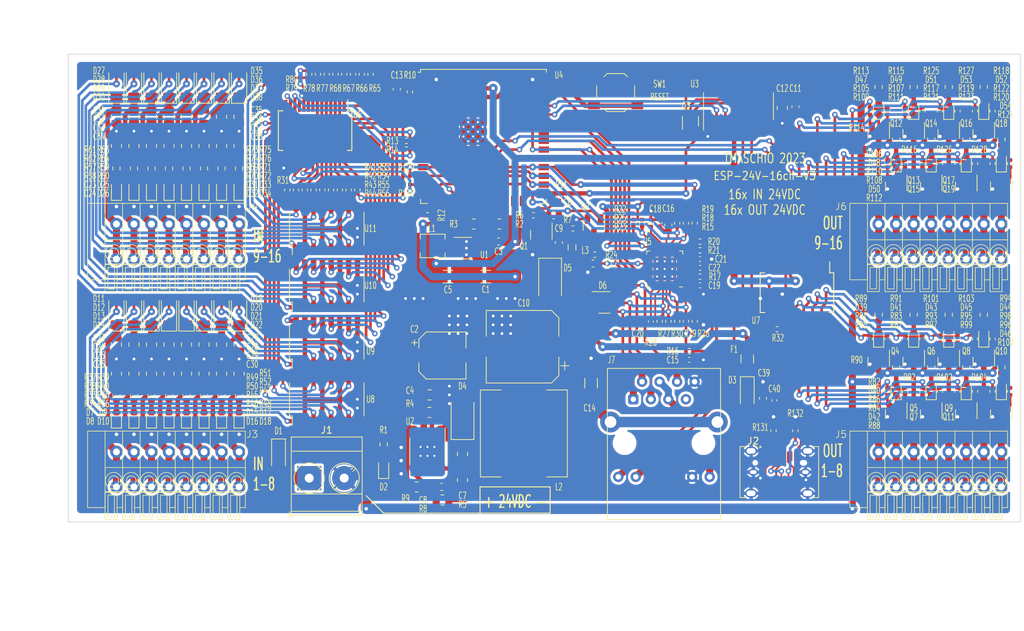
<source format=kicad_pcb>
(kicad_pcb (version 20221018) (generator pcbnew)
  (title_block (title "ESP 16x 24VDC Input 16x 24VDC Output Module"))
  (layers (0 "F.Cu" signal) (31 "B.Cu" signal) (34 "B.Paste" user) (35 "F.Paste" user) (36 "B.SilkS" user "B.Silkscreen") (37 "F.SilkS" user "F.Silkscreen") (38 "B.Mask" user) (39 "F.Mask" user) (44 "Edge.Cuts" user))
  (net 0 "")
  (net 1 "GND")
  (net 2 "Net-(C14-Pad1)")
  (net 3 "+3.3VA")
  (net 4 "+24V")
  (net 5 "+3.3V")
  (net 6 "Net-(Q3A-C1)")
  (net 7 "Net-(D11-K)")
  (net 8 "Net-(D12-K)")
  (net 9 "Net-(D13-K)")
  (net 10 "Net-(D14-K)")
  (net 11 "Net-(D19-K)")
  (net 12 "Net-(D20-K)")
  (net 13 "Net-(D21-K)")
  (net 14 "Net-(D22-K)")
  (net 15 "Net-(D27-K)")
  (net 16 "Net-(D28-K)")
  (net 17 "Net-(D29-K)")
  (net 18 "Net-(D30-K)")
  (net 19 "Net-(D35-K)")
  (net 20 "/MCU/USB_D-")
  (net 21 "/MCU/USB_D+")
  (net 22 "Net-(D36-K)")
  (net 23 "Net-(D37-K)")
  (net 24 "Net-(D38-K)")
  (net 25 "/MCU/PHY_PWR")
  (net 26 "/MCU/I2C_SCL")
  (net 27 "/MCU/I2C_SDA")
  (net 28 "Net-(D7-A)")
  (net 29 "/LAN/RD-")
  (net 30 "/LAN/TD-")
  (net 31 "/LAN/TD+")
  (net 32 "/LAN/RD+")
  (net 33 "Net-(D8-A)")
  (net 34 "Net-(D9-A)")
  (net 35 "Net-(D10-A)")
  (net 36 "Net-(D11-A)")
  (net 37 "Net-(D12-A)")
  (net 38 "Net-(D13-A)")
  (net 39 "Net-(D14-A)")
  (net 40 "Net-(D15-A)")
  (net 41 "Net-(D16-A)")
  (net 42 "Net-(D17-A)")
  (net 43 "Net-(D18-A)")
  (net 44 "Net-(D19-A)")
  (net 45 "Net-(D20-A)")
  (net 46 "Net-(D21-A)")
  (net 47 "Net-(D22-A)")
  (net 48 "Net-(D23-A)")
  (net 49 "Net-(D24-A)")
  (net 50 "Net-(D25-A)")
  (net 51 "Net-(D26-A)")
  (net 52 "/LAN/LED_G_K")
  (net 53 "Net-(D27-A)")
  (net 54 "Net-(D28-A)")
  (net 55 "Net-(D29-A)")
  (net 56 "Net-(D30-A)")
  (net 57 "Net-(D31-A)")
  (net 58 "Net-(D32-A)")
  (net 59 "Net-(D33-A)")
  (net 60 "Net-(D34-A)")
  (net 61 "Net-(D35-A)")
  (net 62 "/LAN/EMAC_RXD1")
  (net 63 "/LAN/EMAC_RXD0")
  (net 64 "/LAN/EMAC_MDIO")
  (net 65 "/LAN/EMAC_RX")
  (net 66 "Net-(D36-A)")
  (net 67 "Net-(D37-A)")
  (net 68 "Net-(D38-A)")
  (net 69 "/LAN/EMAC_CLK")
  (net 70 "/LAN/EMAC_TXD0")
  (net 71 "/LAN/EMAC_TXEN")
  (net 72 "/LAN/EMAC_TXD1")
  (net 73 "/LAN/EMAC_MDC")
  (net 74 "/Outputs 1-16/J8-OUT1")
  (net 75 "/Outputs 1-16/J8-OUT2")
  (net 76 "/Outputs 1-16/J8-OUT3")
  (net 77 "Net-(D39-A)")
  (net 78 "/Outputs 1-16/J8-OUT4")
  (net 79 "Net-(D40-A)")
  (net 80 "/Outputs 1-16/J8-OUT5")
  (net 81 "Net-(D41-A)")
  (net 82 "/Outputs 1-16/J8-OUT6")
  (net 83 "Net-(D42-A)")
  (net 84 "/Outputs 1-16/J8-OUT7")
  (net 85 "Net-(D43-A)")
  (net 86 "/Outputs 1-16/J8-OUT8")
  (net 87 "Net-(D44-A)")
  (net 88 "/Outputs 1-16/J9-OUT9")
  (net 89 "Net-(D45-A)")
  (net 90 "/Outputs 1-16/J9-OUT10")
  (net 91 "Net-(D46-A)")
  (net 92 "/Outputs 1-16/J9-OUT11")
  (net 93 "Net-(D47-A)")
  (net 94 "/Outputs 1-16/J9-OUT12")
  (net 95 "Net-(D48-A)")
  (net 96 "/Outputs 1-16/J9-OUT13")
  (net 97 "Net-(D49-A)")
  (net 98 "/Outputs 1-16/J9-OUT14")
  (net 99 "Net-(D50-A)")
  (net 100 "/Outputs 1-16/J9-OUT15")
  (net 101 "Net-(D51-A)")
  (net 102 "/Outputs 1-16/J9-OUT16")
  (net 103 "Net-(D52-A)")
  (net 104 "/Inputs 1-16/J4-IN1")
  (net 105 "/Inputs 1-16/J4-IN2")
  (net 106 "/Inputs 1-16/J4-IN3")
  (net 107 "/Inputs 1-16/J4-IN4")
  (net 108 "/Inputs 1-16/J4-IN5")
  (net 109 "/Inputs 1-16/J4-IN6")
  (net 110 "/Inputs 1-16/J4-IN7")
  (net 111 "/Inputs 1-16/J4-IN8")
  (net 112 "/Inputs 1-16/J5-IN9")
  (net 113 "/Inputs 1-16/J5-IN10")
  (net 114 "/Inputs 1-16/J5-IN11")
  (net 115 "/Inputs 1-16/J5-IN12")
  (net 116 "/Inputs 1-16/J5-IN13")
  (net 117 "/Inputs 1-16/J5-IN14")
  (net 118 "/Inputs 1-16/J5-IN15")
  (net 119 "/Inputs 1-16/J5-IN16")
  (net 120 "Net-(D53-A)")
  (net 121 "Net-(D54-A)")
  (net 122 "Net-(Q3B-C2)")
  (net 123 "Net-(Q4-B)")
  (net 124 "Net-(Q5-B)")
  (net 125 "Net-(Q6-B)")
  (net 126 "Net-(Q7-B)")
  (net 127 "Net-(Q8-B)")
  (net 128 "Net-(Q9-B)")
  (net 129 "Net-(Q10-B)")
  (net 130 "Net-(Q11-B)")
  (net 131 "Net-(Q12-B)")
  (net 132 "Net-(Q13-B)")
  (net 133 "Net-(Q14-B)")
  (net 134 "Net-(Q15-B)")
  (net 135 "Net-(Q16-B)")
  (net 136 "Net-(Q17-B)")
  (net 137 "Net-(Q18-B)")
  (net 138 "Net-(Q19-B)")
  (net 139 "Net-(U6-~{RESET})")
  (net 140 "/GPIO Expanders/IN1")
  (net 141 "/GPIO Expanders/IN2")
  (net 142 "/GPIO Expanders/IN3")
  (net 143 "/GPIO Expanders/IN4")
  (net 144 "/GPIO Expanders/IN5")
  (net 145 "/GPIO Expanders/IN6")
  (net 146 "/GPIO Expanders/IN7")
  (net 147 "/GPIO Expanders/IN8")
  (net 148 "/GPIO Expanders/IN9")
  (net 149 "/GPIO Expanders/IN10")
  (net 150 "/GPIO Expanders/IN11")
  (net 151 "/GPIO Expanders/IN12")
  (net 152 "/GPIO Expanders/IN13")
  (net 153 "/GPIO Expanders/IN14")
  (net 154 "/GPIO Expanders/IN15")
  (net 155 "/GPIO Expanders/IN16")
  (net 156 "/GPIO Expanders/OUT1")
  (net 157 "/GPIO Expanders/OUT2")
  (net 158 "/GPIO Expanders/OUT3")
  (net 159 "/GPIO Expanders/OUT4")
  (net 160 "/GPIO Expanders/OUT5")
  (net 161 "/GPIO Expanders/OUT6")
  (net 162 "/GPIO Expanders/OUT7")
  (net 163 "/GPIO Expanders/OUT8")
  (net 164 "/GPIO Expanders/OUT9")
  (net 165 "/GPIO Expanders/OUT10")
  (net 166 "/GPIO Expanders/OUT11")
  (net 167 "/GPIO Expanders/OUT12")
  (net 168 "/GPIO Expanders/OUT13")
  (net 169 "/GPIO Expanders/OUT14")
  (net 170 "/GPIO Expanders/OUT15")
  (net 171 "/GPIO Expanders/OUT16")
  (net 172 "Net-(U3-TXD)")
  (net 173 "Net-(U3-RXD)")
  (net 178 "/GPIO Expanders/MCP1-INTB")
  (net 179 "/GPIO Expanders/MCP1-INTA")
  (net 194 "Net-(D3-A)")
  (net 196 "Net-(J7-Pad9)")
  (net 197 "+5V")
  (net 198 "Net-(U1-FB)")
  (net 199 "Net-(Q1-G)")
  (net 200 "Net-(D4-K)")
  (net 201 "Net-(C7-Pad1)")
  (net 202 "Net-(D5-A)")
  (net 203 "Net-(U2-FB)")
  (net 204 "+3.3VLAN")
  (net 205 "Net-(U5-~{RST})")
  (net 206 "Net-(D2-A)")
  (net 207 "Net-(D3-K)")
  (net 208 "Net-(U1-LX)")
  (net 209 "Net-(Q2-C)")
  (net 210 "Net-(Q3A-E1)")
  (net 211 "Net-(Q3A-B1)")
  (net 212 "Net-(R4-Pad2)")
  (net 213 "Net-(U2-BS)")
  (net 214 "Net-(U5-RXD2{slash}~{RMIISEL})")
  (net 215 "/LAN/LED_Y_A")
  (net 216 "Net-(U5-RXD3{slash}~{PHYAD2})")
  (net 217 "Net-(U5-RXCLK{slash}~{PHYAD1})")
  (net 218 "Net-(U5-RXER{slash}RXD4{slash}~{PHYAD0})")
  (net 219 "Net-(U5-RBIAS)")
  (net 234 "Net-(J7-Pad12)")
  (net 235 "Net-(U7-~{RESET})")
  (net 240 "Net-(D1-A)")
  (net 241 "Net-(J2-CC1)")
  (net 243 "Net-(J2-CC2)")
  (net 245 "Net-(#FLG06-pwr)")
  (footprint "Tales:R_0603_1608Metric" (layer "F.Cu") (at 89.535 113.855 -90)
    (fp_text reference "R48")
    (fp_text value "5,6k/0,1W/0603")
  )
  (footprint "Tales:CP_Elec_10x10" (layer "F.Cu") (at 130.62 106.68 180)
    (fp_text reference "C10")
    (fp_text value "470uF/16V/10x10")
  )
  (footprint "Tales:R_0402_1005Metric" (layer "F.Cu") (at 113.79 81.915)
    (fp_text reference "R129")
    (fp_text value "2k2/62,5mW/0402")
  )
  (footprint "Package_SO:SOP-16_4.4x10.4mm_P1.27mm" (layer "F.Cu") (at 102.24 89.56 90)
    (fp_text reference "U11")
    (fp_text value "OR-3H4-4")
  )
  (footprint "Diode_SMD:D_MiniMELF" (layer "F.Cu") (at 89.535 68.735 90)
    (fp_text reference "D38")
    (fp_text value "9V1/500mW")
  )
  (footprint "Tales:C_1206_3216Metric" (layer "F.Cu") (at 140.56 111.965 90)
    (fp_text reference "C14")
    (fp_text value "1nF/2kV/1206")
  )
  (footprint "Tales:L_12x12mm_H6mm" (layer "F.Cu") (at 130.81 119.25 90)
    (fp_text reference "L2")
    (fp_text value "33uH 2,1A")
  )
  (footprint "Tales:R_0603_1608Metric" (layer "F.Cu") (at 71.755 80.835 -90)
    (fp_text reference "R57")
    (fp_text value "5,6k/0,1W/0603")
  )
  (footprint "Tales:R_0402_1005Metric" (layer "F.Cu") (at 193.675 105.535 90)
    (fp_text reference "R97")
    (fp_text value "1k/62,5mW/0402")
  )
  (footprint "Tales:R_0402_1005Metric" (layer "F.Cu") (at 198.755 72.515 90)
    (fp_text reference "R123")
    (fp_text value "1k/62,5mW/0402")
  )
  (footprint "Tales:R_0402_1005Metric" (layer "F.Cu") (at 150.495 102.995 -90)
    (fp_text reference "R28")
    (fp_text value "49,9R/62,5mW/0402")
  )
  (footprint "Tales:LED_0603_1608Metric" (layer "F.Cu") (at 81.915 83.9725 90)
    (fp_text reference "D31")
    (fp_text value "GREEN/0603")
  )
  (footprint "Tales:SOIC-8-1EP_3.9x4.9mm_P1.27mm_EP2.29x3mm_ThermalVias" (layer "F.Cu") (at 116.84 121.855 -90)
    (fp_text reference "U2")
    (fp_text value "TX4138")
  )
  (footprint "Diode_SMD:D_MiniMELF" (layer "F.Cu") (at 76.835 68.735 90)
    (fp_text reference "D29")
    (fp_text value "9V1/500mW")
  )
  (footprint "Tales:R_0603_1608Metric" (layer "F.Cu") (at 189.865 109.665 -90)
    (fp_text reference "R92")
    (fp_text value "5,6k/0,1W/0603")
  )
  (footprint "Tales:R_0402_1005Metric" (layer "F.Cu") (at 108.585 67.185 -90)
    (fp_text reference "R65")
    (fp_text value "2k2/62,5mW/0402")
  )
  (footprint "Tales:R_0402_1005Metric" (layer "F.Cu") (at 146.685 88.775 -90)
    (fp_text reference "R22")
    (fp_text value "2k2/62,5mW/0402")
  )
  (footprint "Tales:R_0402_1005Metric" (layer "F.Cu") (at 113.79 76.84)
    (fp_text reference "R13")
    (fp_text value "2k2/62,5mW/0402")
  )
  (footprint "Tales:R_0402_1005Metric" (layer "F.Cu") (at 193.675 113.155 -90)
    (fp_text reference "R94")
    (fp_text value "10k/62,5mW/0402")
  )
  (footprint "Tales:LED_0603_1608Metric" (layer "F.Cu") (at 184.785 112.8775 90)
    (fp_text reference "D40")
    (fp_text value "GREEN/0603")
  )
  (footprint "Tales:USB_C_Receptacle_JAE_DX07S024WJ1R350" (layer "F.Cu") (at 167.85 124.855)
    (fp_text reference "J2")
    (fp_text value "USB_C_Receptacle_USB2.0")
  )
  (footprint "Diode_SMD:D_MiniMELF" (layer "F.Cu") (at 84.455 101.755 90)
    (fp_text reference "D20")
    (fp_text value "9V1/500mW")
  )
  (footprint "Package_TO_SOT_SMD:SOT-23-5" (layer "F.Cu") (at 142.4885 100.264)
    (fp_text reference "D6")
    (fp_text value "ESDS314DBV")
  )
  (footprint "Tales:SOT-23" (layer "F.Cu") (at 184.785 83.455 -90)
    (fp_text reference "Q13")
    (fp_text value "MMBT2222A/SOT-23-3")
  )
  (footprint "Tales:R_0402_1005Metric" (layer "F.Cu") (at 101.6 83.945 90)
    (fp_text reference "R44")
    (fp_text value "2k2/62,5mW/0402")
  )
  (footprint "Tales:R_0402_1005Metric" (layer "F.Cu") (at 167.005 118.87 90)
    (fp_text reference "R131")
    (fp_text value "5k1/62,5mW/0402")
  )
  (footprint "Inductor_SMD:L_0805_2012Metric" (layer "F.Cu") (at 137.795 92.2825 -90)
    (fp_text reference "L3")
    (fp_text value "2A 600R")
  )
  (footprint "Tales:D_SMA" (layer "F.Cu") (at 134.62 97.25 -90)
    (fp_text reference "D5")
    (fp_text value "SS34")
  )
  (footprint "Tales:R_0805_2012Metric" (layer "F.Cu") (at 123.5475 88.9 180)
    (fp_text reference "R3")
    (fp_text value "22,1k/0,125W/0805")
  )
  (footprint "Tales:R_0603_1608Metric" (layer "F.Cu") (at 79.375 80.835 -90)
    (fp_text reference "R60")
    (fp_text value "5,6k/0,1W/0603")
  )
  (footprint "Diode_SMD:D_MiniMELF" (layer "F.Cu") (at 79.375 101.755 90)
    (fp_text reference "D14")
    (fp_text value "9V1/500mW")
  )
  (footprint "Tales:R_0402_1005Metric" (layer "F.Cu") (at 153.035 88.775 -90)
    (fp_text reference "R19")
    (fp_text value "2k2/62,5mW/0402")
  )
  (footprint "Tales:SOT-363_SC-70-6" (layer "F.Cu") (at 154.955 73.98 90)
    (fp_text reference "Q3")
    (fp_text value "UMH3N")
  )
  (footprint "Tales:R_0805_2012Metric" (layer "F.Cu") (at 71.755 110.5935 -90)
    (fp_text reference "R37")
    (fp_text value "1k8/0,125W/0805")
  )
  (footprint "Tales:ESP32-WROOM-32U" (layer "F.Cu") (at 124.955 76.2)
    (fp_text reference "U4")
    (fp_text value "ESP32-WROOM-32UE-N16")
  )
  (footprint "Tales:R_0603_1608Metric" (layer "F.Cu") (at 182.245 102.045 -90)
    (fp_text reference "R89")
    (fp_text value "5,6k/0,1W/0603")
  )
  (footprint "Tales:C_0402_1005Metric" (layer "F.Cu") (at 156.365 93.98)
    (fp_text reference "C21")
    (fp_text value "1uF/25V/0402")
  )
  (footprint "Tales:R_0402_1005Metric" (layer "F.Cu") (at 201.295 80.135 90)
    (fp_text reference "R124")
    (fp_text value "1k/62,5mW/0402")
  )
  (footprint "Tales:C_0402_1005Metric" (layer "F.Cu") (at 154.785 108.585)
    (fp_text reference "C15")
    (fp_text value "0,1uF/50V/0402")
  )
  (footprint "Tales:C_0603_1608Metric" (layer "F.Cu") (at 112.395 69.36 90)
    (fp_text reference "C13")
    (fp_text value "1uF/50V/0603")
  )
  (footprint "Tales:R_0402_1005Metric" (layer "F.Cu") (at 198.755 105.535 90)
    (fp_text reference "R99")
    (fp_text value "1k/62,5mW/0402")
  )
  (footprint "Tales:SOT-23" (layer "F.Cu") (at 197.485 108.855 -90)
    (fp_text reference "Q10")
    (fp_text value "MMBT2222A/SOT-23-3")
  )
  (footprint "Tales:LED_0603_1608Metric" (layer "F.Cu") (at 187.325 105.2575 90)
    (fp_text reference "D41")
    (fp_text value "GREEN/0603")
  )
  (footprint "Tales:R_0402_1005Metric" (layer "F.Cu") (at 147.955 88.775 -90)
    (fp_text reference "R25")
    (fp_text value "2k2/62,5mW/0402")
  )
  (footprint "Tales:R_0603_1608Metric" (layer "F.Cu") (at 197.485 102.045 -90)
    (fp_text reference "R103")
    (fp_text value "5,6k/0,1W/0603")
  )
  (footprint "Tales:R_0402_1005Metric" (layer "F.Cu") (at 100.965 67.185 -90)
    (fp_text reference "R79")
    (fp_text value "2k2/62,5mW/0402")
  )
  (footprint "Diode_SMD:D_MiniMELF" (layer "F.Cu") (at 76.835 101.755 90)
    (fp_text reference "D13")
    (fp_text value "9V1/500mW")
  )
  (footprint "Tales:R_0402_1005Metric" (layer "F.Cu") (at 191.135 72.515 -90)
    (fp_text reference "R117")
    (fp_text value "10k/62,5mW/0402")
  )
  (footprint "Tales:LED_0603_1608Metric" (layer "F.Cu") (at 187.325 72.2375 90)
    (fp_text reference "D49")
    (fp_text value "GREEN/0603")
  )
  (footprint "Tales:L_3x3_H1.5" (layer "F.Cu") (at 117.595 92.075 180)
    (fp_text reference "L1")
    (fp_text value "2,2uH 1,5A")
  )
  (footprint "Tales:R_0402_1005Metric" (layer "F.Cu") (at 155.575 102.995 -90)
    (fp_text reference "R26")
    (fp_text value "12,1k/62,5mW/0402")
  )
  (footprint "Tales:R_0805_2012Metric" (layer "F.Cu") (at 84.455 110.5935 -90)
    (fp_text reference "R50")
    (fp_text value "1k8/0,125W/0805")
  )
  (footprint "Tales:R_0402_1005Metric" (layer "F.Cu") (at 188.595 72.515 90)
    (fp_text reference "R111")
    (fp_text value "1k/62,5mW/0402")
  )
  (footprint "Package_SO:SOP-16_4.4x10.4mm_P1.27mm" (layer "F.Cu") (at 102.24 97.815 90)
    (fp_text reference "U10")
    (fp_text value "OR-3H4-4")
  )
  (footprint "Tales:C_0805_2012Metric" (layer "F.Cu") (at 89.535 73.345 -90)
    (fp_text reference "C38")
    (fp_text value "33nF/50V/0805")
  )
  (footprint "Tales:C_1206_3216Metric" (layer "F.Cu") (at 125.3 96.52 180)
    (fp_text reference "C1")
    (fp_text value "10uF/50V/1206")
  )
  (footprint "Tales:SOT-23" (layer "F.Cu") (at 187.325 75.835 -90)
    (fp_text reference "Q14")
    (fp_text value "MMBT2222A/SOT-23-3")
  )
  (footprint "Tales:CP_Elec_6.3x5.4" (layer "F.Cu") (at 119.005 107.95)
    (fp_text reference "C2")
    (fp_text value "47uF/35V/6,3x5,4")
  )
  (footprint "Tales:R_0603_1608Metric" (layer "F.Cu") (at 76.835 80.835 -90)
    (fp_text reference "R59")
    (fp_text value "5,6k/0,1W/0603")
  )
  (footprint "Diode_SMD:D_MiniMELF" (layer "F.Cu") (at 89.535 101.755 90)
    (fp_text reference "D22")
    (fp_text value "9V1/500mW")
  )
  (footprint "Tales:C_0805_2012Metric" (layer "F.Cu") (at 86.995 106.36 -90)
    (fp_text reference "C29")
    (fp_text value "33nF/50V/0805")
  )
  (footprint "Tales:TSOT-23-5" (layer "F.Cu") (at 122.485 92.39)
    (fp_text reference "U1")
    (fp_text value "SY8089A1AAC")
  )
  (footprint "Tales:R_0805_2012Metric" (layer "F.Cu") (at 86.995 77.5735 -90)
    (fp_text reference "R75")
    (fp_text value "1k8/0,125W/0805")
  )
  (footprint "Tales:R_0402_1005Metric" (layer "F.Cu") (at 154.305 88.775 -90)
    (fp_text reference "R18")
    (fp_text value "2k2/62,5mW/0402")
  )
  (footprint "Tales:LED_0603_1608Metric" (layer "F.Cu") (at 197.485 105.2575 90)
    (fp_text reference "D45")
    (fp_text value "GREEN/0603")
  )
  (footprint "Tales:R_0402_1005Metric" (layer "F.Cu") (at 183.515 72.515 90)
    (fp_text reference "R109")
    (fp_text value "1k/62,5mW/0402")
  )
  (footprint "Tales:R_0603_1608Metric" (layer "F.Cu") (at 86.995 80.835 -90)
    (fp_text reference "R71")
    (fp_text value "5,6k/0,1W/0603")
  )
  (footprint "Tales:R_0402_1005Metric" (layer "F.Cu") (at 186.055 113.155 90)
    (fp_text reference "R86")
    (fp_text value "1k/62,5mW/0402")
  )
  (footprint "Package_SO:SOIC-16_3.9x9.9mm_P1.27mm" (layer "F.Cu") (at 161.925 71.82 90)
    (fp_text reference "U3")
    (fp_text value "CH340C")
  )
  (footprint "Tales:R_0402_1005Metric" (layer "F.Cu") (at 137.92 89.535 180)
    (fp_text reference "R7")
    (fp_text value "1k/62,5mW/0402")
  )
  (footprint "Tales:SOT-23" (layer "F.Cu") (at 189.865 116.475 -90)
    (fp_text reference "Q7")
    (fp_text value "MMBT2222A/SOT-23-3")
  )
  (footprint "Tales:C_0603_1608Metric" (layer "F.Cu") (at 170.18 71.895 -90)
    (fp_text reference "C11")
    (fp_text value "10uF/10V/0603")
  )
  (footprint "Tales:SOT-23" (layer "F.Cu") (at 140.97 89.17 -90)
    (fp_text reference "Q2")
    (fp_text value "LMUN2211LT1G")
  )
  (footprint "Tales:R_0402_1005Metric" (layer "F.Cu") (at 156.335 96.52)
    (fp_text reference "R17")
    (fp_text value "330R/62,5mW/0402")
  )
  (footprint "Tales:R_0402_1005Metric" (layer "F.Cu") (at 154.815 107.315)
    (fp_text reference "R16")
    (fp_text value "330R/62,5mW/0402")
  )
  (footprint "Diode_SMD:D_MiniMELF" (layer "F.Cu") (at 84.455 68.735 90)
    (fp_text reference "D36")
    (fp_text value "9V1/500mW")
  )
  (footprint "Tales:R_0805_2012Metric" (layer "F.Cu") (at 76.835 77.5735 -90)
    (fp_text reference "R63")
    (fp_text value "1k8/0,125W/0805")
  )
  (footprint "Tales:R_0402_1005Metric" (layer "F.Cu") (at 183.515 105.535 90)
    (fp_text reference "R85")
    (fp_text value "1k/62,5mW/0402")
  )
  (footprint "Tales:C_0805_2012Metric" (layer "F.Cu") (at 79.375 106.36 -90)
    (fp_text reference "C26")
    (fp_text value "33nF/50V/0805")
  )
  (footprint "Tales:R_0805_2012Metric" (layer "F.Cu") (at 79.375 77.5735 -90)
    (fp_text reference "R64")
    (fp_text value "1k8/0,125W/0805")
  )
  (footprint "Diode_SMD:D_MiniMELF" (layer "F.Cu") (at 74.295 68.735 90)
    (fp_text reference "D28")
    (fp_text value "9V1/500mW")
  )
  (footprint "Tales:C_0402_1005Metric" (layer "F.Cu") (at 156.365 97.79)
    (fp_text reference "C19")
    (fp_text value "0,1uF/50V/0402")
  )
  (footprint "Tales:R_0402_1005Metric" (layer "F.Cu") (at 156.335 92.71)
    (fp_text reference "R21")
    (fp_text value "2k2/62,5mW/0402")
  )
  (footprint "Tales:C_0402_1005Metric" (layer "F.Cu") (at 150.495 88.745 90)
    (fp_text reference "C18")
    (fp_text value "0,1uF/50V/0402")
  )
  (footprint "Tales:R_0402_1005Metric" (layer "F.Cu") (at 113.79 83.185)
    (fp_text reference "R130")
    (fp_text value "2k2/62,5mW/0402")
  )
  (footprint "Fuse:Fuse_1206_3216Metric" (layer "F.Cu") (at 163.195 108.455 90)
    (fp_text reference "F1")
    (fp_text value "500mA")
  )
  (footprint "Tales:R_0402_1005Metric" (layer "F.Cu") (at 191.135 80.135 90)
    (fp_text reference "R112")
    (fp_text value "1k/62,5mW/0402")
  )
  (footprint "Tales:R_0402_1005Metric" (layer "F.Cu") (at 170.18 118.87 90)
    (fp_text reference "R132")
    (fp_text value "5k1/62,5mW/0402")
  )
  (footprint "Tales:SOT-23" (layer "F.Cu") (at 192.405 108.855 -90)
    (fp_text reference "Q8")
    (fp_text value "MMBT2222A/SOT-23-3")
  )
  (footprint "Tales:R_0402_1005Metric" (layer "F.Cu") (at 193.675 80.135 -90)
    (fp_text reference "R118")
    (fp_text value "10k/62,5mW/0402")
  )
  (footprint "Diode_SMD:D_MiniMELF" (layer "F.Cu") (at 86.995 101.755 90)
    (fp_text reference "D21")
    (fp_text value "9V1/500mW")
  )
  (footprint "Tales:LED_0603_1608Metric" (layer "F.Cu") (at 189.865 112.8775 90)
    (fp_text reference "D42")
    (fp_text value "GREEN/0603")
  )
  (footprint "Tales:C_0805_2012Metric" (layer "F.Cu") (at 76.835 106.36 -90)
    (fp_text reference "C25")
    (fp_text value "33nF/50V/0805")
  )
  (footprint "Tales:SOT-23" (layer "F.Cu") (at 189.865 83.455 -90)
    (fp_text reference "Q15")
    (fp_text value "MMBT2222A/SOT-23-3")
  )
  (footprint "Tales:C_0805_2012Metric" (layer "F.Cu") (at 71.755 106.36 -90)
    (fp_text reference "C23")
    (fp_text value "33nF/50V/0805")
  )
  (footprint "Tales:R_0402_1005Metric" (layer "F.Cu") (at 113.79 78.11)
    (fp_text reference "R14")
    (fp_text value "2k2/62,5mW/0402")
  )
  (footprint "Tales:R_0402_1005Metric" (layer "F.Cu") (at 149.225 88.775 90)
    (fp_text reference "R23")
    (fp_text value "2k2/62,5mW/0402")
  )
  (footprint "Tales:R_0603_1608Metric" (layer "F.Cu") (at 194.945 76.645 -90)
    (fp_text reference "R126")
    (fp_text value "5,6k/0,1W/0603")
  )
  (footprint "Tales:LED_0603_1608Metric" (layer "F.Cu") (at 197.485 72.2375 90)
    (fp_text reference "D53")
    (fp_text value "GREEN/0603")
  )
  (footprint "Tales:C_0402_1005Metric" (layer "F.Cu") (at 149.225 103.025 90)
    (fp_text reference "C20")
    (fp_text value "0,1uF/50V/0402")
  )
  (footprint "Tales:TerminalBlock_DG141V-2.54-8P_1x08_P2.54mm_Vertical" (layer "F.Cu") (at 182.245 127)
    (fp_text reference "J5")
    (fp_text value "Conn_01x08")
  )
  (footprint "Tales:C_0805_2012Metric" (layer "F.Cu") (at 81.915 106.36 -90)
    (fp_text reference "C27")
    (fp_text value "33nF/50V/0805")
  )
  (footprint "Tales:C_0805_2012Metric" (layer "F.Cu") (at 71.755 73.345 -90)
    (fp_text reference "C31")
    (fp_text value "33nF/50V/0805")
  )
  (footprint "Tales:LED_0603_1608Metric" (layer "F.Cu") (at 74.295 83.9725 90)
    (fp_text reference "D24")
    (fp_text value "GREEN/0603")
  )
  (footprint "Diode_SMD:D_MiniMELF" (layer "F.Cu") (at 74.295 101.755 90)
    (fp_text reference "D12")
    (fp_text value "9V1/500mW")
  )
  (footprint "Tales:SOT-23" (layer "F.Cu") (at 200.025 83.455 -90)
    (fp_text reference "Q19")
    (fp_text value "MMBT2222A/SOT-23-3")
  )
  (footprint "Package_SO:SOP-16_4.4x10.4mm_P1.27mm" (layer "F.Cu") (at 102.24 114.325 90)
    (fp_text reference "U8")
    (fp_text value "OR-3H4-4")
  )
  (footprint "Tales:R_0805_2012Metric" (layer "F.Cu") (at 119.0225 128.905 180)
    (fp_text reference "R8")
    (fp_text value "300k/0,125W/0805")
  )
  (footprint "Tales:R_0805_2012Metric" (layer "F.Cu") (at 89.535 77.5735 -90)
    (fp_text reference "R76")
    (fp_text value "1k8/0,125W/0805")
  )
  (footprint "Tales:LED_0603_1608Metric" (layer "F.Cu") (at 76.835 83.9725 90)
    (fp_text reference "D25")
    (fp_text value "GREEN/0603")
  )
  (footprint "Tales:R_0603_1608Metric" (layer "F.Cu") (at 187.325 69.025 -90)
    (fp_text reference "R115")
    (fp_text value "5,6k/0,1W/0603")
  )
  (footprint "Tales:R_0402_1005Metric" (layer "F.Cu") (at 196.215 105.535 -90)
    (fp_text reference "R95")
    (fp_text value "10k/62,5mW/0402")
  )
  (footprint "Tales:R_0402_1005Metric" (layer "F.Cu") (at 186.055 105.535 -90)
    (fp_text reference "R83")
    (fp_text value "10k/62,5mW/0402")
  )
  (footprint "Tales:LED_0603_1608Metric" (layer "F.Cu") (at 194.945 79.8575 90)
    (fp_text reference "D52")
    (fp_text value "GREEN/0603")
  )
  (footprint "Tales:SOT-23" (layer "F.Cu") (at 187.325 108.855 -90)
    (fp_text reference "Q6")
    (fp_text value "MMBT2222A/SOT-23-3")
  )
  (footprint "Diode_SMD:D_MiniMELF" (layer "F.Cu") (at 79.375 68.735 90)
    (fp_text reference "D30")
    (fp_text value "9V1/500mW")
  )
  (footprint "Tales:R_0603_1608Metric" (layer "F.Cu") (at 81.915 80.835 -90)
    (fp_text reference "R69")
    (fp_text value "5,6k/0,1W/0603")
  )
  (footprint "Tales:R_0603_1608Metric" (layer "F.Cu") (at 182.245 69.025 -90)
    (fp_text reference "R113")
    (fp_text value "5,6k/0,1W/0603")
  )
  (footprint "Diode_SMD:D_MiniMELF" (layer "F.Cu") (at 81.915 101.755 90)
    (fp_text reference "D19")
    (fp_text value "9V1/500mW")
  )
  (footprint "Tales:R_0805_2012Metric" (layer "F.Cu") (at 76.835 110.5935 -90)
    (fp_text reference "R39")
    (fp_text value "1k8/0,125W/0805")
  )
  (footprint "Tales:LED_0603_1608Metric" (layer "F.Cu") (at 192.405 105.2575 90)
    (fp_text reference "D43")
    (fp_text value "GREEN/0603")
  )
  (footprint "Tales:R_0805_2012Metric" (layer "F.Cu") (at 84.455 77.5735 -90)
    (fp_text reference "R74")
    (fp_text value "1k8/0,125W/0805")
  )
  (footprint "Tales:R_0603_1608Metric" (layer "F.Cu") (at 197.485 69.025 -90)
    (fp_text reference "R127")
    (fp_text value "5,6k/0,1W/0603")
  )
  (footprint "Tales:SOT-23" (layer "F.Cu") (at 182.245 75.835 -90)
    (fp_text reference "Q12")
    (fp_text value "MMBT2222A/SOT-23-3")
  )
  (footprint "Tales:R_0805_2012Metric" (layer "F.Cu") (at 86.995 110.5935 -90)
    (fp_text reference "R51")
    (fp_text value "1k8/0,125W/0805")
  )
  (footprint "Tales:TerminalBlock_Phoenix_MKDS-3-2-5.08_1x02_P5.08mm_Horizontal" (layer "F.Cu") (at 99.695 125.73)
    (fp_text reference "J1")
    (fp_text value "VIN")
  )
  (footprint "Tales:C_0805_2012Metric" (layer "F.Cu") (at 89.535 106.36 -90)
    (fp_text reference "C30")
    (fp_text value "33nF/50V/0805")
  )
  (footprint "Tales:TerminalBlock_DG141V-2.54-8P_1x08_P2.54mm_Vertical" (layer "F.Cu") (at 71.755 93.98)
    (fp_text reference "J4")
    (fp_text value "Conn_01x08")
  )
  (footprint "Tales:R_0603_1608Metric" (layer "F.Cu") (at 184.785 109.665 -90)
    (fp_text reference "R90")
    (fp_text value "5,6k/0,1W/0603")
  )
  (footprint "Tales:R_0402_1005Metric" (layer "F.Cu") (at 188.595 80.135 -90)
    (fp_text reference "R108")
    (fp_text value "10k/62,5mW/0402")
  )
  (footprint "Tales:R_0402_1005Metric" (layer "F.Cu") (at 191.135 113.155 90)
    (fp_text reference "R88")
    (fp_text value "1k/62,5mW/0402")
  )
  (footprint "Tales:R_0402_1005Metric" (layer "F.Cu") (at 106.68 83.945 90)
    (fp_text reference "R56")
    (fp_text value "2k2/62,5mW/0402")
  )
  (footprint "Tales:R_0603_1608Metric" (layer "F.Cu") (at 84.455 80.835 -90)
    (fp_text reference "R70")
    (fp_text value "5,6k/0,1W/0603")
  )
  (footprint "Tales:SOT-23" (layer "F.Cu") (at 184.785 116.475 -90)
    (fp_text reference "Q5")
    (fp_text value "MMBT2222A/SOT-23-3")
  )
  (footprint "Tales:R_0402_1005Metric" (layer "F.Cu") (at 116.84 87.63)
    (fp_text reference "R12")
    (fp_text value "10k/62,5mW/0402")
  )
  (footprint "Tales:R_0402_1005Metric" (layer "F.Cu") (at 156.335 91.44)
    (fp_text reference "R20")
    (fp_text value "2k2/62,5mW/0402")
  )
  (footprint "Tales:SOT-23" (layer "F.Cu") (at 133.35 90.44 -90)
    (fp_text reference "Q1")
    (fp_text value "WPM2015-3/TR")
  )
  (footprint "Tales:LED_0603_1608Metric" (layer "F.Cu") (at 182.245 105.2575 90)
    (fp_text reference "D39")
    (fp_text value "GREEN/0603")
  )
  (footprint "Tales:R_0402_1005Metric" (layer "F.Cu") (at 201.295 113.155 90)
    (fp_text reference "R100")
    (fp_text value "1k/62,5mW/0402")
  )
  (footprint "Tales:LED_0603_1608Metric" (layer "F.Cu") (at 79.375 83.9725 90)
    (fp_text reference "D26")
    (fp_text value "GREEN/0603")
  )
  (footprint "Diode_SMD:D_MiniMELF" (layer "F.Cu") (at 81.915 68.735 90)
    (fp_text reference "D35")
    (fp_text value "9V1/500mW")
  )
  (footprint "Tales:LED_0603_1608Metric" (layer "F.Cu") (at 200.025 79.8575 90)
    (fp_text reference "D54")
    (fp_text value "GREEN/0603")
  )
  (footprint "Tales:R_0603_1608Metric" (layer "F.Cu") (at 110.49 120.84 -90)
    (fp_text reference "R1")
    (fp_text value "5,6k/0,1W/0603")
  )
  (footprint "Tales:R_0402_1005Metric" (layer "F.Cu") (at 107.315 67.185 -90)
    (fp_text reference "R66")
    (fp_text value "2k2/62,5mW/0402")
  )
  (footprint "Tales:LED_0603_1608Metric" (layer "F.Cu") (at 84.455 116.9925 90)
    (fp_text reference "D16")
    (fp_text value "GREEN/0603")
  )
  (footprint "Tales:R_0402_1005Metric" (layer "F.Cu") (at 155.575 88.775 -90)
    (fp_text reference "R15")
    (fp_text value "2k2/62,5mW/0402")
  )
  (footprint "Tales:R_0402_1005Metric" (layer "F.Cu") (at 188.595 105.535 90)
    (fp_text reference "R87")
    (fp_text value "1k/62,5mW/0402")
  )
  (footprint "Tales:C_0805_2012Metric" (layer "F.Cu") (at 74.295 73.345 -90)
    (fp_text reference "C32")
    (fp_text value "33nF/50V/0805")
  )
  (footprint "Tales:R_0402_1005Metric" (layer "F.Cu") (at 104.775 67.185 -90)
    (fp_text reference "R68")
    (fp_text value "2k2/62,5mW/0402")
  )
  (footprint "Tales:R_0402_1005Metric" (layer "F.Cu") (at 191.135 105.535 -90)
    (fp_text reference "R93")
    (fp_text value "10k/62,5mW/0402")
  )
  (footprint "Tales:R_0805_2012Metric" (layer "F.Cu") (at 115.2925 127 180)
    (fp_text reference "R9")
    (fp_text value "52,3k/0,125W/0805")
  )
  (footprint "Tales:R_0603_1608Metric" (layer "F.Cu") (at 187.325 102.045 -90)
    (fp_text reference "R91")
    (fp_text value "5,6k/0,1W/0603")
  )
  (footprint "Package_SO:SSOP-28_5.3x10.2mm_P0.65mm" (layer "F.Cu") (at 100.55 75.355 -90)
    (fp_text reference "U6")
    (fp_text value "MCP23017_SS")
  )
  (footprint "Tales:R_0402_1005Metric" (layer "F.Cu") (at 180.975 72.515 -90)
    (fp_text reference "R105")
    (fp_text value "10k/62,5mW/0402")
  )
  (footprint "Tales:R_0805_2012Metric" (layer "F.Cu") (at 121.92 126.0075 -90)
    (fp_text reference "R5")
    (fp_text value "5R1/0,125W/0805")
  )
  (footprint "Tales:R_0603_1608Metric" (layer "F.Cu") (at 79.375 113.855 -90)
    (fp_text reference "R36")
    (fp_text value "5,6k/0,1W/0603")
  )
  (footprint "Tales:R_0402_1005Metric" (layer "F.Cu") (at 102.87 83.945 90)
    (fp_text reference "R53")
    (fp_text value "2k2/62,5mW/0402")
  )
  (footprint "Tales:LED_0603_1608Metric" (layer "F.Cu") (at 86.995 116.9925 90)
    (fp_text reference "D17")
    (fp_text value "GREEN/0603")
  )
  (footprint "Tales:R_0805_2012Metric" (layer "F.Cu") (at 81.915 110.5935 -90)
    (fp_text reference "R49")
    (fp_text value "1k8/0,125W/0805")
  )
  (footprint "Tales:R_0603_1608Metric" (layer "F.Cu") (at 89.535 80.835 -90)
    (fp_text reference "R72")
    (fp_text value "5,6k/0,1W/0603")
  )
  (footprint "Tales:R_0603_1608Metric" (layer "F.Cu") (at 189.865 76.645 -90)
    (fp_text reference "R116")
    (fp_text value "5,6k/0,1W/0603")
  )
  (footprint "Tales:R_0402_1005Metric" (layer "F.Cu") (at 135.89 84.965 90)
    (fp_text reference "R11")
    (fp_text value "10k/62,5mW/0402")
  )
  (footprint "Tales:R_0402_1005Metric" (layer "F.Cu") (at 141.095 93.345)
    (fp_text reference "R24")
    (fp_text value "10k/62,5mW/0402")
  )
  (footprint "Tales:C_0805_2012Metric" (layer "F.Cu") (at 76.835 73.345 -90)
    (fp_text reference "C33")
    (fp_text value "33nF/50V/0805")
  )
  (footprint "Tales:R_0603_1608Metric" (layer "F.Cu") (at 184.785 76.645 -90)
    (fp_text reference "R114")
    (fp_text value "5,6k/0,1W/0603")
  )
  (footprint "Tales:R_0603_1608Metric" (layer "F.Cu") (at 192.405 102.045 -90)
    (fp_text reference "R101")
    (fp_text value "5,6k/0,1W/0603")
  )
  (footprint "Tales:R_0402_1005Metric" (layer "F.Cu") (at 186.055 72.515 -90)
    (fp_text reference "R107")
    (fp_text value "10k/62,5mW/0402")
  )
  (footprint "Tales:LED_0603_1608Metric" (layer "F.Cu") (at 74.295 116.9925 90)
    (fp_text reference "D8")
    (fp_text value "GREEN/0603")
  )
  (footprint "Tales:R_0402_1005Metric" (layer "F.Cu") (at 183.515 113.155 -90)
    (fp_text reference "R82")
    (fp_text value "10k/62,5mW/0402")
  )
  (footprint "Tales:R_0805_2012Metric" (layer "F.Cu") (at 79.375 110.5935 -90)
    (fp_text reference "R40")
    (fp_text value "1k8/0,125W/0805")
  )
  (footprint "Tales:LED_0603_1608Metric" (layer "F.Cu") (at 76.835 116.9925 90)
    (fp_text reference "D9")
    (fp_text value "GREEN/0603")
  )
  (footprint "Tales:C_0603_1608Metric" (layer "F.Cu") (at 165.481 114.16 90)
    (fp_text reference "C39")
    (fp_text value "1uF/50V/0603")
  )
  (footprint "Tales:C_0603_1608Metric" (layer "F.Cu") (at 118.885 127 180)
    (fp_text reference "C8")
    (fp_text value "12pF/50V/0603")
  )
  (footprint "Tales:R_0402_1005Metric" (layer "F.Cu") (at 99.695 67.185 -90)
    (fp_text reference "R80")
    (fp_text value "2k2/62,5mW/0402")
  )
  (footprint "Tales:LED_0603_1608Metric" (layer "F.Cu") (at 192.405 72.2375 90)
    (fp_text reference "D51")
    (fp_text value "GREEN/0603")
  )
  (footprint "Tales:LED_0603_1608Metric" (layer "F.Cu") (at 189.865 79.8575 90)
    (fp_text reference "D50")
    (fp_text value "GREEN/0603")
  )
  (footprint "Tales:SOT-23" (layer "F.Cu") (at 182.245 108.855 -90)
    (fp_text reference "Q4")
    (fp_text value "MMBT2222A/SOT-23-3")
  )
  (footprint "Tales:C_0805_2012Metric" (layer "F.Cu") (at 121.92 122.235 90)
    (fp_text reference "C7")
    (fp_text value "0,1uF/50V/0805")
  )
  (footprint "Tales:LED_0603_1608Metric" (layer "F.Cu") (at 184.785 79.8575 90)
    (fp_text reference "D48")
    (fp_text value "GREEN/0603")
  )
  (footprint "Tales:C_0805_2012Metric" (layer "F.Cu") (at 84.455 106.36 -90)
    (fp_text reference "C28")
    (fp_text value "33nF/50V/0805")
  )
  (footprint "Tales:R_0805_2012Metric" (layer "F.Cu") (at 71.755 77.5735 -90)
    (fp_text reference "R61")
    (fp_text value "1k8/0,125W/0805")
  )
  (footprint "Tales:R_0603_1608Metric" (layer "F.Cu") (at 81.915 113.855 -90)
    (fp_text reference "R45")
    (fp_text value "5,6k/0,1W/0603")
  )
  (footprint "Tales:R_0402_1005Metric" (layer "F.Cu") (at 106.045 67.185 -90)
    (fp_text reference "R67")
    (fp_text value "2k2/62,5mW/0402")
  )
  (footprint "Tales:C_0603_1608Metric" (layer "F.Cu") (at 127.14 91.44 180)
    (fp_text reference "C3")
    (fp_text value "22pF/50V/0603")
  )
  (footprint "Tales:C_0603_1608Metric" (layer "F.Cu") (at 135.89 91.58 -90)
    (fp_text reference "C9")
    (fp_text value "10uF/10V/0603")
  )
  (footprint "Tales:R_0402_1005Metric" (layer "F.Cu") (at 180.975 105.535 -90)
    (fp_text reference "R81")
    (fp_text value "10k/62,5mW/0402")
  )
  (footprint "Tales:R_0805_2012Metric" (layer "F.Cu") (at 89.535 110.5935 -90)
    (fp_text reference "R52")
    (fp_text value "1k8/0,125W/0805")
  )
  (footprint "Tales:R_0402_1005Metric" (layer "F.Cu") (at 154.305 102.995 -90)
    (fp_text reference "R29")
    (fp_text value "49,9R/62,5mW/0402")
  )
  (footprint "Tales:C_0805_2012Metric" (layer "F.Cu") (at 84.455 73.345 -90)
    (fp_text reference "C36")
    (fp_text value "33nF/50V/0805")
  )
  (footprint "Tales:C_0402_1005Metric" (layer "F.Cu") (at 167.132 114.455 90)
    (fp_text reference "C40")
    (fp_text value "0,1uF/50V/0402")
  )
  (footprint "Tales:SOT-23" (layer "F.Cu") (at 194.945 83.455 -90)
    (fp_text reference "Q17")
    (fp_text value "MMBT2222A/SOT-23-3")
  )
  (footprint "Button_Switch_SMD:SW_SPST_TL3342" (layer "F.Cu") (at 144.12 69.845 180)
    (fp_text reference "SW1")
    (fp_text value "RESET")
  )
  (footprint "Tales:R_0603_1608Metric" (layer "F.Cu") (at 74.295 80.835 -90)
    (fp_text reference "R58")
    (fp_text value "5,6k/0,1W/0603")
  )
  (footprint "Tales:R_0402_1005Metric" (layer "F.Cu") (at 104.14 83.945 90)
    (fp_text reference "R54")
    (fp_text value "2k2/62,5mW/0402")
  )
  (footprint "Tales:C_1206_3216Metric" (layer "F.Cu") (at 119.81 96.52)
    (fp_text reference "C5")
    (fp_text value "10uF/50V/1206")
  )
  (footprint "Tales:R_0402_1005Metric" (layer "F.Cu") (at 99.06 83.945 90)
    (fp_text reference "R42")
    (fp_text value "2k2/62,5mW/0402")
  )
  (footprint "Tales:R_0402_1005Metric" (layer "F.Cu") (at 97.79 83.945 90)
    (fp_text reference "R41")
    (fp_text value "2k2/62,5mW/0402")
  )
  (footprint "Tales:R_0402_1005Metric" (layer "F.Cu") (at 102.235 67.185 -90)
    (fp_text reference "R78")
    (fp_text value "2k2/62,5mW/0402")
  )
  (footprint "Tales:SOT-23" (layer "F.Cu") (at 192.405 75.835 -90)
    (fp_text reference "Q16")
    (fp_text value "MMBT2222A/SOT-23-3")
  )
  (footprint "Tales:R_0805_2012Metric" (layer "F.Cu") (at 74.295 77.5735 -90)
    (fp_text reference "R62")
    (fp_text value "1k8/0,125W/0805")
  )
  (footprint "Tales:LED_0603_1608Metric" (layer "F.Cu") (at 79.375 116.9925 90)
    (fp_text reference "D10")
    (fp_text value "GREEN/0603")
  )
  (footprint "Tales:C_0805_2012Metric" (layer "F.Cu") (at 86.995 73.345 -90)
    (fp_text reference "C37")
    (fp_text value "33nF/50V/0805")
  )
  (footprint "Tales:R_0402_1005Metric" (layer "F.Cu") (at 153.035 102.995 -90)
    (fp_text reference "R30")
    (fp_text value "49,9R/62,5mW/0402")
  )
  (footprint "Tales:R_0603_1608Metric" (layer "F.Cu") (at 76.835 113.855 -90)
    (fp_text reference "R35")
    (fp_text value "5,6k/0,1W/0603")
  )
  (footprint "Diode_SMD:D_MiniMELF" (layer "F.Cu") (at 71.755 68.735 90)
    (fp_text reference "D27")
    (fp_text value "9V1/500mW")
  )
  (footprint "Tales:R_0805_2012Metric" (layer "F.Cu") (at 74.295 110.5935 -90)
    (fp_text reference "R38")
    (fp_text value "1k8/0,125W/0805")
  )
  (footprint "Tales:R_0603_1608Metric" (layer "F.Cu") (at 200.025 76.645 -90)
    (fp_text reference "R128")
    (fp_text value "5,6k/0,1W/0603")
  )
  (footprint "Tales:LED_0603_1608Metric" (layer "F.Cu") (at 200.025 112.8775 90)
    (fp_text reference "D46")
    (fp_text value "GREEN/0603")
  )
  (footprint "Tales:R_0402_1005Metric" (layer "F.Cu") (at 167.515 104.14)
    (fp_text reference "R32")
    (fp_text value "1k/62,5mW/0402")
  )
  (footprint "Tales:R_0805_2012Metric" (layer "F.Cu") (at 81.915 77.5735 -90)
    (fp_text reference "R73")
    (fp_text value "1k8/0,125W/0805")
  )
  (footprint "Tales:C_0805_2012Metric" (layer "F.Cu") (at 81.915 73.345 -90)
    (fp_text reference "C35")
    (fp_text value "33nF/50V/0805")
  )
  (footprint "Tales:R_0402_1005Metric" (layer "F.Cu") (at 100.33 83.945 90)
    (fp_text reference "R43")
    (fp_text value "2k2/62,5mW/0402")
  )
  (footprint "Tales:LED_0603_1608Metric" (layer "F.Cu") (at 110.49 124.3075 90)
    (fp_text reference "D2")
    (fp_text value "GREEN/0603")
  )
  (footprint "Tales:R_0805_2012Metric" (layer "F.Cu") (at 117.1175 116.205)
    (fp_text reference "R4")
    (fp_text value "30mR/0,250W/0805")
  )
  (footprint "Tales:SOT-23" (layer "F.Cu") (at 197.485 75.835 -90)
    (fp_text reference "Q18")
    (fp_text value "MMBT2222A/SOT-23-3")
  )
  (footprint "Tales:QFN-32-1EP_5x5mm_P0.5mm_EP3.3x3.3mm_ThermalVias" (layer "F.Cu") (at 151.2325 95.405 180)
    (fp_text reference "U5")
    (fp_text value "LAN8710A")
  )
  (footprint "Tales:LED_0603_1608Metric" (layer "F.Cu") (at 182.245 72.2375 90)
    (fp_text reference "D47")
    (fp_text value "GREEN/0603")
  )
  (footprint "Tales:D_SMA" (layer "F.Cu") (at 121.92 116.745 90)
    (fp_text reference "D4")
    (fp_text value "SS510")
  )
  (footprint "Package_SO:SSOP-28_5.3x10.2mm_P0.65mm" (layer "F.Cu") (at 170.4 98.85 -90)
    (fp_text reference "U7")
    (fp_text value "MCP23017_SS")
  )
  (footprint "Tales:LED_0603_1608Metric" (layer "F.Cu") (at 71.755 83.9725 90)
    (fp_text reference "D23")
    (fp_text value "GREEN/0603")
  )
  (footprint "Tales:C_0402_1005Metric" (layer "F.Cu") (at 156.365 95.25)
    (fp_text reference "C22")
    (fp_text value "470pF/50V/0402")
  )
  (footprint "Tales:R_0402_1005Metric" (layer "F.Cu") (at 183.515 80.135 -90)
    (fp_text reference "R106")
    (fp_text value "10k/62,5mW/0402")
  )
  (footprint "Tales:R_0603_1608Metric" (layer "F.Cu") (at 71.755 113.855 -90)
    (fp_text reference "R33")
    (fp_text value "5,6k/0,1W/0603")
  )
  (footprint "Tales:LED_0603_1608Metric" (layer "F.Cu") (at 86.995 83.9725 90)
    (fp_text reference "D33")
    (fp_text value "GREEN/0603")
  )
  (footprint "Tales:R_0402_1005Metric" (layer "F.Cu") (at 114.3 69.73 -90)
    (fp_text reference "R10")
    (fp_text value "10k/62,5mW/0402")
  )
  (footprint "Tales:R_0402_1005Metric" (layer "F.Cu") (at 188.595 113.155 -90)
    (fp_text reference "R84")
    (fp_text value "10k/62,5mW/0402")
  )
  (footprint "Tales:R_0402_1005Metric" (layer "F.Cu") (at 193.675 72.515 90)
    (fp_text reference "R121")
    (fp_text value "1k/62,5mW/0402")
  )
  (footprint "Tales:R_0402_1005Metric" (layer "F.Cu") (at 186.055 80.135 90)
    (fp_text reference "R110")
    (fp_text value "1k/62,5mW/0402")
  )
  (footprint "Tales:C_0805_2012Metric" (layer "F.Cu") (at 79.375 73.345 -90)
    (fp_text reference "C34")
    (fp_text value "33nF/50V/0805")
  )
  (footprint "Tales:R_0805_2012Metric" (layer "F.Cu") (at 127.2775 88.9 180)
    (fp_text reference "R2")
    (fp_text value "100k/0,125W/0805")
  )
  (footprint "Tales:LED_0603_1608Metric" (layer "F.Cu") (at 84.455 83.9725 90)
    (fp_text reference "D32")
    (fp_text value "GREEN/0603")
  )
  (footprint "Tales:TerminalBlock_DG141V-2.54-8P_1x08_P2.54mm_Vertical" (layer "F.Cu") (at 182.245 93.98)
    (fp_text reference "J6")
    (fp_text value "Conn_01x08")
  )
  (footprint "Tales:SOT-23" (layer "F.Cu") (at 200.025 116.475 -90)
    (fp_text reference "Q11")
    (fp_text value "MMBT2222A/SOT-23-3")
  )
  (footprint "Tales:RJ45_HanRun_HR911105A" (layer "F.Cu") (at 151.125 120.65 180)
    (fp_text reference "J7")
    (fp_text value "ETHERNET")
  )
  (footprint "Tales:R_0402_1005Metric" (layer "F.Cu") (at 96.52 83.945 90)
    (fp_text reference "R31")
    (fp_text value "1k/62,5mW/0402")
  )
  (footprint "Tales:D_SOD-123" (layer "F.Cu") (at 95.25 122.3 -90)
    (fp_text reference "D1")
    (fp_text value "SM4007PL/SOD-123")
  )
  (footprint "Tales:R_0603_1608Metric" (layer "F.Cu") (at 200.025 109.665 -90)
    (fp_text reference "R104")
    (fp_text value "5,6k/0,1W/0603")
  )
  (footprint "Diode_SMD:D_MiniMELF" (layer "F.Cu") (at 71.755 101.755 90)
    (fp_text reference "D11")
    (fp_text value "9V1/500mW")
  )
  (footprint "Tales:LED_0603_1608Metric" (layer "F.Cu") (at 81.915 116.9925 90)
    (fp_text reference "D15")
    (fp_text value "GREEN/0603")
  )
  (footprint "Tales:R_0603_1608Metric" (layer "F.Cu") (at 192.405 69.025 -90)
    (fp_text reference "R125")
    (fp_text value "5,6k/0,1W/0603")
  )
  (footprint "Diode_SMD:D_MiniMELF" (layer "F.Cu") (at 86.995 68.735 90)
    (fp_text reference "D37")
    (fp_text value "9V1/500mW")
  )
  (footprint "Tales:R_0603_1608Metric" (layer "F.Cu") (at 84.455 113.855 -90)
    (fp_text reference "R46")
    (fp_text value "5,6k/0,1W/0603")
  )
  (footprint "Tales:SOT-23" (layer "F.Cu") (at 194.945 116.475 -90)
    (fp_text reference "Q9")
    (fp_text value "MMBT2222A/SOT-23-3")
  )
  (footprint "Tales:R_0402_1005Metric" (layer "F.Cu") (at 198.755 80.135 -90)
    (fp_text reference "R120")
    (fp_text value "10k/62,5mW/0402")
  )
  (footprint "Tales:LED_0603_1608Metric" (layer "F.Cu") (at 71.755 116.9925 90)
    (fp_text reference "D7")
    (fp_text value "GREEN/0603")
  )
  (footprint "Tales:LED_0603_1608Metric" (layer "F.Cu") (at 194.945 112.8775 90)
    (fp_text reference "D44")
    (fp_text value "GREEN/0603")
  )
  (footprint "Tales:TerminalBlock_DG141V-2.54-8P_1x08_P2.54mm_Vertical" (layer "F.Cu") (at 71.755 127)
    (fp_text reference "J3")
    (fp_text value "Conn_01x08")
  )
  (footprint "Tales:R_0402_1005Metric" (layer "F.Cu") (at 151.765 102.995 -90)
    (fp_text reference "R27")
    (fp_text value "49,9R/62,5mW/0402")
  )
  (footprint "Tales:LED_0603_1608Metric" (layer "F.Cu") (at 89.535 83.9725 90)
    (fp_text reference "D34")
    (fp_text value "GREEN/0603")
  )
  (footprint "Tales:C_0603_1608Metric" (layer "F.Cu") (at 140.83 94.615 180)
    (fp_text reference "C17")
    (fp_text value "10uF/10V/0603")
  )
  (footprint "Tales:R_0402_1005Metric" (layer "F.Cu") (at 105.41 83.945 90)
    (fp_text reference "R55")
    (fp_text value "2k2/62,5mW/0402")
  )
  (footprint "Tales:R_0402_1005Metric" (layer "F.Cu") (at 103.505 67.185 -90)
    (fp_text reference "R77")
    (fp_text value "2k2/62,5mW/0402")
  )
  (footprint "Tales:C_0805_2012Metric" (layer "F.Cu") (at 117.155 113.665)
    (fp_text reference "C4")
    (fp_text value "0,1uF/50V/0805")
  )
  (footprint "Package_SO:SOP-16_4.4x10.4mm_P1.27mm" (layer "F.Cu") (at 102.24 106.07 90)
    (fp_text reference "U9")
    (fp_text value "OR-3H4-4")
  )
  (footprint "Tales:R_0402_1005Metric" (layer "F.Cu") (at 198.755 113.155 -90)
    (fp_text reference "R96")
    (fp_text value "10k/62,5mW/0402")
  )
  (footprint "Tales:LED_0603_1608Metric" (layer "F.Cu") (at 89.535 116.9925 90)
    (fp_text reference "D18")
    (fp_text value "GREEN/0603")
  )
  (footprint "Tales:R_0402_1005Metric" (layer "F.Cu") (at 132.205 87.63)
    (fp_text reference "R6")
    (fp_text value "10k/62,5mW/0402")
  )
  (footprint "Tales:R_0402_1005Metric" (layer "F.Cu") (at 196.215 113.155 90)
    (fp_text reference "R98")
    (fp_text value "1k/62,5mW/0402")
  )
  (footprint "Tales:R_0603_1608Metric" (layer "F.Cu") (at 86.995 113.855 -90)
    (fp_text reference "R47")
    (fp_text value "5,6k/0,1W/0603")
  )
  (footprint "Tales:R_0603_1608Metric" (layer "F.Cu") (at 74.295 113.855 -90)
    (fp_text reference "R34")
    (fp_text value "5,6k/0,1W/0603")
  )
  (footprint "Tales:R_0402_1005Metric" (layer "F.Cu") (at 196.215 72.515 -90)
    (fp_text reference "R119")
    (fp_text value "10k/62,5mW/0402")
  )
  (footprint "Tales:R_0603_1608Metric" (layer "F.Cu") (at 194.945 109.665 -90)
    (fp_text reference "R102")
    (fp_text value "5,6k/0,1W/0603")
  )
  (footprint "Tales:C_0603_1608Metric" (layer "F.Cu") (at 135.115 87.63)
    (fp_text reference "C6")
    (fp_text value "10uF/10V/0603")
  )
  (footprint "Tales:C_0603_1608Metric" (layer "F.Cu") (at 151.765 89.04 90)
    (fp_text reference "C16")
    (fp_text value "10uF/10V/0603")
  )
  (footprint "Tales:C_0805_2012Metric" (layer "F.Cu") (at 168.275 72.07 -90)
    (fp_text reference "C12")
    (fp_text value "0,1uF/50V/0805")
  )
  (footprint "Tales:C_0805_2012Metric" (layer "F.Cu") (at 74.295 106.36 -90)
    (fp_text reference "C24")
    (fp_text value "33nF/50V/0805")
  )
  (footprint "Tales:D_SOD-123" (layer "F.Cu") (at 163.195 113.285 -90)
    (fp_text reference "D3")
    (fp_text value "B5819W")
  )
  (footprint "Tales:R_0402_1005Metric" (layer "F.Cu") (at 196.215 80.135 90)
    (fp_text reference "R122")
    (fp_text value "1k/62,5mW/0402")
  )
  (gr_line (start 124.46 130.81) (end 124.46 127) (stroke (width 0.15)) (layer "F.SilkS"))
  (gr_line (start 134.62 130.81) (end 110.49 130.81) (stroke (width 0.15)) (layer "F.SilkS"))
  (gr_line (start 124.46 127) (end 134.62 127) (stroke (width 0.15)) (layer "F.SilkS"))
  (gr_line (start 110.49 130.81) (end 107.95 128.27) (stroke (width 0.15)) (layer "F.SilkS"))
  (gr_line (start 134.62 127) (end 134.62 130.81) (stroke (width 0.15)) (layer "F.SilkS"))
  (gr_rect (start 64.77 64.28) (end 202.77 132.08) (stroke (width 0.1)) (fill none) (layer "Edge.Cuts"))
  (gr_text "24VDC" (at 129.54 130.175) (layer "F.SilkS") (effects (font (size 1.8 1) (thickness 0.2) bold) (justify bottom)))
  (gr_text "OUT\n9-16" (at 177.165 92.71) (layer "F.SilkS") (effects (font (size 1.8 1) (thickness 0.2) bold) (justify right bottom)))
  (gr_text "IN\n1-8" (at 91.44 127.635) (layer "F.SilkS") (effects (font (size 1.8 1) (thickness 0.2) bold) (justify left bottom)))
  (gr_text "+" (at 125.73 130.175) (layer "F.SilkS") (effects (font (size 1.8 1.8) (thickness 0.2) bold) (justify bottom)))
  (gr_text "OUT\n1-8" (at 177.165 125.73) (layer "F.SilkS") (effects (font (size 1.8 1) (thickness 0.2) bold) (justify right bottom)))
  (gr_text "TMASCHIO 2023" (at 165.735 79.375) (layer "F.SilkS") (effects (font (size 1.4 1))))
  (gr_text "IN\n9-16" (at 91.44 94.615) (layer "F.SilkS") (effects (font (size 1.8 1) (thickness 0.2) bold) (justify left bottom)))
  (gr_text "RESET" (at 150.495 70.485) (layer "F.SilkS") (effects (font (size 1 0.6) (thickness 0.1))))
  (gr_text "16x IN 24VDC\n16x OUT 24VDC" (at 165.735 85.725) (layer "F.SilkS") (effects (font (size 1.4 1))))
  (gr_text "-" (at 133.35 130.175) (layer "F.SilkS") (effects (font (size 1.8 1.8) (thickness 0.2) bold) (justify bottom)))
  (gr_text "ESP-24V-16ch-V3" (at 165.735 81.915) (layer "F.SilkS") (effects (font (size 1.2 1))))
  (segment (start 106.69 97.79) (end 106.69 99.05) (width 0.635) (layer "F.Cu") (net 1))
  (segment (start 74.295 117.78) (end 74.295 119.38) (width 1.016) (layer "F.Cu") (net 1))
  (segment (start 113.03 123.19) (end 113.03 126.325) (width 1.016) (layer "F.Cu") (net 1))
  (segment (start 101.6 111.175) (end 101.6 117.475) (width 0.635) (layer "F.Cu") (net 1))
  (segment (start 198.755 113.665) (end 198.755 115.155) (width 0.381) (layer "F.Cu") (net 1))
  (segment (start 121.285 99.695) (end 121.3475 96.52) (width 0.635) (layer "F.Cu") (net 1))
  (segment (start 168.775 98.56) (end 167.475 99.86) (width 0.381) (layer "F.Cu") (net 1))
  (segment (start 180.975 107.535) (end 181.295 107.855) (width 0.381) (layer "F.Cu") (net 1))
  (segment (start 113.03 120.015) (end 113.03 121.285) (width 1.016) (layer "F.Cu") (net 1))
  (segment (start 170.18 116.84) (end 170.18 118.36) (width 0.381) (layer "F.Cu") (net 1))
  (segment (start 104.15 86.41) (end 104.15 89.535) (width 0.635) (layer "F.Cu") (net 1))
  (segment (start 140.523 100.264) (end 141.351 100.264) (width 0.635) (layer "F.Cu") (net 1))
  (segment (start 196.215 107.535) (end 196.535 107.855) (width 0.381) (layer "F.Cu") (net 1))
  (segment (start 86.995 84.76) (end 86.995 86.36) (width 1.016) (layer "F.Cu") (net 1))
  (segment (start 196.215 106.045) (end 196.215 107.535) (width 0.381) (layer "F.Cu") (net 1))
  (segment (start 104.15 97.79) (end 106.68 97.79) (width 0.635) (layer "F.Cu") (net 1))
  (segment (start 104.15 89.535) (end 104.15 92.71) (width 0.635) (layer "F.Cu") (net 1))
  (segment (start 81.915 108.458) (end 81.915 107.315) (width 1.016) (layer "F.Cu") (net 1))
  (segment (start 188.595 115.155) (end 188.915 115.475) (width 0.381) (layer "F.Cu") (net 1))
  (segment (start 120.015 112.395) (end 120.015 113.665) (width 0.635) (layer "F.Cu") (net 1))
  (segment (start 99.07 94.665) (end 99.07 97.79) (width 0.635) (layer "F.Cu") (net 1))
  (segment (start 186.055 107.535) (end 186.375 107.855) (width 0.381) (layer "F.Cu") (net 1))
  (segment (start 106.68 90.805) (end 106.69 90.815) (width 0.635) (layer "F.Cu") (net 1))
  (segment (start 148.795 97.155) (end 149.4825 97.155) (width 0.254) (layer "F.Cu") (net 1))
  (segment (start 196.535 74.835) (end 196.535 75.88) (width 0.635) (layer "F.Cu") (net 1))
  (segment (start 168.275 73.02) (end 169.83 73.02) (width 0.635) (layer "F.Cu") (net 1))
  (segment (start 165.481 113.385) (end 165.481 111.76) (width 0.635) (layer "F.Cu") (net 1))
  (segment (start 170.6 126.326) (end 170.6 127.155) (width 0.254) (layer "F.Cu") (net 1))
  (segment (start 167.475 99.86) (end 167.475 102.45) (width 0.381) (layer "F.Cu") (net 1))
  (segment (start 181.295 108.9) (end 180.975 109.22) (width 0.635) (layer "F.Cu") (net 1))
  (segment (start 98.612743 70.29375) (end 98.925 70.606007) (width 0.381) (layer "F.Cu") (net 1))
  (segment (start 101.6 102.92) (end 101.6 106.045) (width 0.635) (layer "F.Cu") (net 1))
  (segment (start 116.205 67.945) (end 118.11 67.945) (width 0.635) (layer "F.Cu") (net 1))
  (segment (start 196.215 74.515) (end 196.535 74.835) (width 0.381) (layer "F.Cu") (net 1))
  (segment (start 113.665 119.38) (end 113.03 120.015) (width 1.016) (layer "F.Cu") (net 1))
  (segment (start 84.455 84.76) (end 84.455 86.36) (width 1.016) (layer "F.Cu") (net 1))
  (segment (start 167.005 118.36) (end 167.005 116.84) (width 0.381) (layer "F.Cu") (net 1))
  (segment (start 170.942 120.904) (end 170.942 119.122) (width 0.254) (layer "F.Cu") (net 1))
  (segment (start 149.4825 97.8425) (end 149.4825 97.155) (width 0.254) (layer "F.Cu") (net 1))
  (segment (start 117.35 86.3275) (end 118.1275 85.55) (width 0.381) (layer "F.Cu") (net 1))
  (segment (start 183.515 82.135) (end 183.835 82.455) (width 0.381) (layer "F.Cu") (net 1))
  (segment (start 121.73 114.935) (end 121.92 114.745) (width 0.635) (layer "F.Cu") (net 1))
  (segment (start 149.4825 97.8425) (end 149.4825 98.5485) (width 0.254) (layer "F.Cu") (net 1))
  (segment (start 96.325 78.955) (end 96.975 78.955) (width 0.381) (layer "F.Cu") (net 1))
  (segment (start 98.925 70.606007) (end 98.925 71.755) (width 0.381) (layer "F.Cu") (net 1))
  (segment (start 199.075 83.5) (end 199.075 82.455) (width 0.635) (layer "F.Cu") (net 1))
  (segment (start 106.68 106.045) (end 106.69 106.045) (width 0.635) (layer "F.Cu") (net 1))
  (segment (start 99.07 86.41) (end 99.07 89.535) (width 0.635) (layer "F.Cu") (net 1))
  (segment (start 193.675 115.155) (end 193.995 115.475) (width 0.381) (layer "F.Cu") (net 1))
  (segment (start 135.89 67.945) (end 139.69 71.745) (width 0.635) (layer "F.Cu") (net 1))
  (segment (start 104.15 111.175) (end 104.15 117.475) (width 0.635) (layer "F.Cu") (net 1))
  (segment (start 138.525 88.17) (end 140.02 88.17) (width 0.381) (layer "F.Cu") (net 1))
  (segment (start 156.845 92.71) (end 156.845 93.98) (width 0.381) (layer "F.Cu") (net 1))
  (segment (start 135.89 92.355) (end 134.9 93.345) (width 0.635) (layer "F.Cu") (net 1))
  (segment (start 86.995 75.438) (end 86.995 74.295) (width 1.016) (layer "F.Cu") (net 1))
  (segment (start 79.375 75.438) (end 79.375 74.295) (width 1.016) (layer "F.Cu") (net 1))
  (segment (start 198.755 83.82) (end 199.075 83.5) (width 0.635) (layer "F.Cu") (net 1))
  (segment (start 140.081 99.822) (end 140.523 100.264) (width 0.635) (layer "F.Cu") (net 1))
  (segment (start 188.595 82.135) (end 188.915 82.455) (width 0.381) (layer "F.Cu") (net 1))
  (segment (start 181.295 74.835) (end 181.295 75.88) (width 0.635) (layer "F.Cu") (net 1))
  (segment (start 86.995 108.458) (end 86.995 107.315) (width 1.016) (layer "F.Cu") (net 1))
  (segment (start 121.3475 96.52) (end 123.8875 96.52) (width 0.635) (layer "F.Cu") (net 1))
  (segment (start 140.56 108.36) (end 140.56 110.49) (width 1.016) (layer "F.Cu") (net 1))
  (segment (start 191.455 107.855) (end 191.455 108.9) (width 0.635) (layer "F.Cu") (net 1))
  (segment (start 106.69 102.92) (end 106.69 106.045) (width 0.635) (layer "F.Cu") (net 1))
  (segment (start 71.755 84.76) (end 71.755 86.36) (width 1.016) (layer "F.Cu") (net 1))
  (segment (start 191.135 73.025) (end 191.135 74.515) (width 0.381) (layer "F.Cu") (net 1))
  (segment (start 191.455 74.835) (end 191.455 75.88) (width 0.635) (layer "F.Cu") (net 1))
  (segment (start 155.575 103.505) (end 156.845 103.505) (width 0.381) (layer "F.Cu") (net 1))
  (segment (start 118.74 113.665) (end 118.105 113.665) (width 0.635) (layer "F.Cu") (net 1))
  (segment (start 183.835 83.5) (end 183.835 82.455) (width 0.635) (layer "F.Cu") (net 1))
  (segment (start 171.704 125.984) (end 170.942 125.984) (width 0.254) (layer "F.Cu") (net 1))
  (segment (start 99.07 89.535) (end 99.07 92.71) (width 0.635) (layer "F.Cu") (net 1))
  (segment (start 193.675 82.135) (end 193.995 82.455) (width 0.381) (layer "F.Cu") (net 1))
  (segment (start 149.225 88.265) (end 149.225 86.995) (width 0.381) (layer "F.Cu") (net 1))
  (segment (start 79.375 117.78) (end 79.375 119.38) (width 1.016) (layer "F.Cu") (net 1))
  (segment (start 106.69 111.175) (end 106.69 113.02) (width 0.635) (layer "F.Cu") (net 1))
  (segment (start 140.081 95.885) (end 140.081 99.822) (width 0.635) (layer "F.Cu") (net 1))
  (segment (start 157.48 76.2) (end 157.48 74.295) (width 0.381) (layer "F.Cu") (net 1))
  (segment (start 188.595 80.645) (end 188.595 82.135) (width 0.381) (layer "F.Cu") (net 1))
  (segment (start 120.015 114.935) (end 121.73 114.935) (width 0.635) (layer "F.Cu") (net 1))
  (segment (start 101.6 97.79) (end 101.6 100.965) (width 0.635) (layer "F.Cu") (net 1))
  (segment (start 150.495 88.265) (end 151.765 88.265) (width 0.381) (layer "F.Cu") (net 1))
  (segment (start 119.24 86.815) (end 121.325 88.9) (width 0.635) (layer "F.Cu") (net 1))
  (segment (start 186.375 108.9) (end 186.055 109.22) (width 0.635) (layer "F.Cu") (net 1))
  (segment (start 101.595 114.3) (end 106.68 114.3) (width 0.635) (layer "F.Cu") (net 1))
  (segment (start 89.535 117.78) (end 89.535 119.38) (width 1.016) (layer "F.Cu") (net 1))
  (segment (start 101.6 92.71) (end 101.6 89.535) (width 0.635) (layer "F.Cu") (net 1))
  (segment (start 104.15 106.045) (end 104.15 109.22) (width 0.635) (layer "F.Cu") (net 1))
  (segment (start 84.455 108.458) (end 84.455 107.315) (width 1.016) (layer "F.Cu") (net 1))
  (segment (start 186.055 74.515) (end 186.375 74.835) (width 0.381) (layer "F.Cu") (net 1))
  (segment (start 99.07 106.045) (end 99.07 109.22) (width 0.635) (layer "F.Cu") (net 1))
  (segment (start 106.68 113.03) (end 106.69 113.04) (width 0.635) (layer "F.Cu") (net 1))
  (segment (start 106.69 94.665) (end 106.69 97.79) (width 0.635) (layer "F.Cu") (net 1))
  (segment (start 186.055 73.025) (end 186.055 74.515) (width 0.381) (layer "F.Cu") (net 1))
  (segment (start 79.375 108.458) (end 79.375 107.315) (width 1.016) (layer "F.Cu") (net 1))
  (segment (start 186.375 75.88) (end 186.055 76.2) (width 0.635) (layer "F.Cu") (net 1))
  (segment (start 106.68 115.57) (end 106.69 115.58) (width 0.635) (layer "F.Cu") (net 1))
  (segment (start 99.07 102.92) (end 99.07 106.045) (width 0.635) (layer "F.Cu") (net 1))
  (segment (start 101.6 89.535) (end 104.15 89.535) (width 0.635) (layer "F.Cu") (net 1))
  (segment (start 120.015 113.665) (end 120.015 114.935) (width 0.635) (layer "F.Cu") (net 1))
  (segment (start 106.69 99.05) (end 106.68 99.06) (width 0.635) (layer "F.Cu") (net 1))
  (segment (start 113.03 125.095) (end 113.03 123.19) (width 1.905) (layer "F.Cu") (net 1))
  (segment (start 76.835 117.78) (end 76.835 119.38) (width 1.016) (layer "F.Cu") (net 1))
  (segment (start 81.915 75.438) (end 81.915 74.295) (width 1.016) (layer "F.Cu") (net 1))
  (segment (start 181.295 107.855) (end 181.295 108.9) (width 0.635) (layer "F.Cu") (net 1))
  (segment (start 186.375 74.835) (end 186.375 75.88) (width 0.635) (layer "F.Cu") (net 1))
  (segment (start 193.995 116.52) (end 193.995 115.475) (width 0.635) (layer "F.Cu") (net 1))
  (segment (start 186.375 107.855) (end 186.375 108.9) (width 0.635) (layer "F.Cu") (net 1))
  (segment (start 122.635 90.09) (end 122.4905 90.2345) (width 0.635) (layer "F.Cu") (net 1))
  (segment (start 198.755 80.645) (end 198.755 82.135) (width 0.381) (layer "F.Cu") (net 1))
  (segment (start 183.515 113.665) (end 183.515 115.155) (width 0.381) (layer "F.Cu") (net 1))
  (segment (start 89.535 75.438) (end 89.535 74.295) (width 1.016) (layer "F.Cu") (net 1))
  (segment (start 101.6 94.665) (end 101.6 97.79) (width 0.635) (layer "F.Cu") (net 1))
  (segment (start 140.081 95.885) (end 140.081 94.641) (width 0.635) (layer "F.Cu") (net 1))
  (segment (start 84.455 117.78) (end 84.455 119.38) (width 1.016) (layer "F.Cu") (net 1))
  (segment (start 140.97 71.745) (end 147.27 71.745) (width 0.635) (layer "F.Cu") (net 1))
  (segment (start 101.6 106.045) (end 104.15 106.045) (width 0.635) (layer "F.Cu") (net 1))
  (segment (start 196.535 107.855) (end 196.535 108.9) (width 0.635) (layer "F.Cu") (net 1))
  (segment (start 170.942 125.984) (end 170.6 126.326) (width 0.254) (layer "F.Cu") (net 1))
  (segment (start 121.285 99.06) (end 121.285 99.695) (width 0.635) (layer "F.Cu") (net 1))
  (segment (start 101.6 106.045) (end 101.6 109.22) (width 0.635) (layer "F.Cu") (net 1))
  (segment (start 170.942 119.122) (end 170.18 118.36) (width 0.254) (layer "F.Cu") (net 1))
  (segment (start 165.1 125.73) (end 165.1 127.155) (width 0.254) (layer "F.Cu") (net 1))
  (segment (start 165.1 122.555) (end 165.1 125.73) (width 0.254) (layer "F.Cu") (net 1))
  (segment (start 183.515 116.84) (end 183.835 116.52) (width 0.635) (layer "F.Cu") (net 1))
  (segment (start 99.07 97.79) (end 101.6 97.79) (width 0.635) (layer "F.Cu") (net 1))
  (segment (start 165.1 99.695) (end 166.175 100.77) (width 0.381) (layer "F.Cu") (net 1))
  (segment (start 193.675 83.82) (end 193.995 83.5) (width 0.635) (layer "F.Cu") (net 1))
  (segment (start 140.081 94.641) (end 140.055 94.615) (width 0.635) (layer "F.Cu") (net 1))
  (segment (start 156.845 91.44) (end 156.845 92.71) (width 0.381) (layer "F.Cu") (net 1))
  (segment (start 104.15 106.045) (end 106.68 106.045) (width 0.635) (layer "F.Cu") (net 1))
  (segment (start 113.705 127) (end 114.38 127) (width 1.016) (layer "F.Cu") (net 1))
  (segment (start 181.295 75.88) (end 180.975 76.2) (width 0.635) (layer "F.Cu") (net 1))
  (segment (start 193.675 116.84) (end 193.995 116.52) (width 0.635) (layer "F.Cu") (net 1))
  (segment (start 89.535 108.458) (end 89.535 107.315) (width 1.016) (layer "F.Cu") (net 1))
  (segment (start 168.775 95.25) (end 168.775 98.56) (width 0.381) (layer "F.Cu") (net 1))
  (segment (start 106.68 99.06) (end 106.69 99.07) (width 0.635) (layer "F.Cu") (net 1))
  (segment (start 119.24 85.55) (end 119.24 86.815) (width 0.635) (layer "F.Cu") (net 1))
  (segment (start 99.07 106.045) (end 101.6 106.045) (width 0.635) (layer "F.Cu") (net 1))
  (segment (start 193.995 83.5) (end 193.995 82.455) (width 0.635) (layer "F.Cu") (net 1))
  (segment (start 170.6 122.555) (end 170.6 121.246) (width 0.254) (layer "F.Cu") (net 1))
  (segment (start 106.69 115.58) (end 106.69 117.475) (width 0.635) (layer "F.Cu") (net 1))
  (segment (start 158.033 93.98) (end 156.845 93.98) (width 0.381) (layer "F.Cu") (net 1))
  (segment (start 193.675 80.645) (end 193.675 82.135) (width 0.381) (layer "F.Cu") (net 1))
  (segment (start 191.455 75.88) (end 191.135 76.2) (width 0.635) (layer "F.Cu") (net 1))
  (segment (start 186.055 106.045) (end 186.055 107.535) (width 0.381) (layer "F.Cu") (net 1))
  (segment (start 122.4905 90.2345) (end 122.4905 91.44) (width 0.635) (layer "F.Cu") (net 1))
  (segment (start 121.92 108.065) (end 121.92 114.745) (width 0.635) (layer "F.Cu") (net 1))
  (segment (start 101.6 97.79) (end 104.15 97.79) (width 0.635) (layer "F.Cu") (net 1))
  (segment (start 74.295 75.438) (end 74.295 74.295) (width 1.016) (layer "F.Cu") (net 1))
  (segment (start 198.755 82.135) (end 199.075 82.455) (width 0.381) (layer "F.Cu") (net 1))
  (segment (start 191.135 74.515) (end 191.455 74.835) (width 0.381) (layer "F.Cu") (net 1))
  (segment (start 84.455 75.438) (end 84.455 74.295) (width 1.016) (layer "F.Cu") (net 1))
  (segment (start 104.15 89.535) (end 106.68 89.535) (width 0.635) (layer "F.Cu") (net 1))
  (segment (start 104.15 97.79) (end 104.15 100.965) (width 0.635) (layer "F.Cu") (net 1))
  (segment (start 106.69 113.02) (end 106.68 113.03) (width 0.635) (layer "F.Cu") (net 1))
  (segment (start 121.805 107.95) (end 123.075 106.68) (width 0.635) (layer "F.Cu") (net 1))
  (segment (start 180.975 73.025) (end 180.975 74.515) (width 0.381) (layer "F.Cu") (net 1))
  (segment (start 76.835 108.458) (end 76.835 107.315) (width 1.016) (layer "F.Cu") (net 1))
  (segment (start 170.6 121.246) (end 170.942 120.904) (width 0.254) (layer "F.Cu") (net 1))
  (segment (start 166.175 100.77) (end 166.175 102.45) (width 0.381) (layer "F.Cu") (net 1))
  (segment (start 81.915 117.78) (end 81.915 119.38) (width 1.016) (layer "F.Cu") (net 1))
  (segment (start 191.135 107.535) (end 191.455 107.855) (width 0.381) (layer "F.Cu") (net 1))
  (segment (start 183.835 116.52) (end 183.835 115.475) (width 0.635) (layer "F.Cu") (net 1))
  (segment (start 149.4825 98.5485) (end 149.225 98.806) (width 0.254) (layer "F.Cu") (net 1))
  (segment (start 106.69 90.815) (end 106.69 92.71) (width 0.635) (layer "F.Cu") (net 1))
  (segment (start 149.225 88.265) (end 150.495 88.265) (width 0.381) (layer "F.Cu") (net 1))
  (segment (start 96.012 80.772) (end 96.325 80.459) (width 0.381) (layer "F.Cu") (net 1))
  (segment (start 99.07 111.175) (end 99.07 117.475) (width 0.635) (layer "F.Cu") (net 1))
  (segment (start 106.69 106.045) (end 106.69 109.22) (width 0.635) (layer "F.Cu") (net 1))
  (segment (start 71.755 117.78) (end 71.755 119.38) (width 1.016) (layer "F.Cu") (net 1))
  (segment (start 188.915 116.52) (end 188.915 115.475) (width 0.635) (layer "F.Cu") (net 1))
  (segment (start 156.845 93.98) (end 156.845 95.25) (width 0.381) (layer "F.Cu") (net 1))
  (segment (start 71.755 108.458) (end 71.755 107.315) (width 1.016) (layer "F.Cu") (net 1))
  (segment (start 188.595 83.82) (end 188.915 83.5) (width 0.635) (layer "F.Cu") (net 1))
  (segment (start 106.69 90.795) (end 106.68 90.805) (width 0.635) (layer "F.Cu") (net 1))
  (segment (start 76.835 84.76) (end 76.835 86.36) (width 1.016) (layer "F.Cu") (net 1))
  (segment (start 188.595 116.84) (end 188.915 116.52) (width 0.635) (layer "F.Cu") (net 1))
  (segment (start 106.68 114.3) (end 106.69 114.3) (width 0.635) (layer "F.Cu") (net 1))
  (segment (start 121.325 88.9) (end 122.635 88.9) (width 0.635) (layer "F.Cu") (net 1))
  (segment (start 76.835 75.438) (end 76.835 74.295) (width 1.016) (layer "F.Cu") (net 1))
  (segment (start 104.15 94.665) (end 104.15 97.79) (width 0.635) (layer "F.Cu") (net 1))
  (segment (start 79.375 84.76) (end 79.375 86.36) (width 1.016) (layer "F.Cu") (net 1))
  (segment (start 96.975 78.955) (end 97.625 78.955) (width 0.381) (layer "F.Cu") (net 1))
  (segment (start 120.015 113.665) (end 118.74 113.665) (width 0.635) (layer "F.Cu") (net 1))
  (segment (start 169.83 73.02) (end 170.18 72.67) (width 0.635) (layer "F.Cu") (net 1))
  (segment (start 71.755 75.438) (end 71.755 74.295) (width 1.016) (layer "F.Cu") (net 1))
  (segment (start 122.635 88.9) (end 122.635 90.09) (width 0.635) (layer "F.Cu") (net 1))
  (segment (start 191.135 106.045) (end 191.135 107.535) (width 0.381) (layer "F.Cu") (net 1))
  (segment (start 106.69 115.56) (end 106.68 115.57) (width 0.635) (layer "F.Cu") (net 1))
  (segment (start 133.705 67.945) (end 135.89 67.945) (width 0.635) (layer "F.Cu") (net 1))
  (segment (start 196.215 73.025) (end 196.215 74.515) (width 0.381) (layer "F.Cu") (net 1))
  (segment (start 138.43 88.265) (end 138.525 88.17) (width 0.381) (layer "F.Cu") (net 1))
  (segment (start 198.755 115.155) (end 199.075 115.475) (width 0.381) (layer "F.Cu") (net 1))
  (segment (start 104.15 102.92) (end 104.15 106.045) (width 0.635) (layer "F.Cu") (net 1))
  (segment (start 183.515 80.645) (end 183.515 82.135) (width 0.381) (layer "F.Cu") (net 1))
  (segment (start 150.1325 96.505) (end 149.4825 97.155) (width 0.254) (layer "F.Cu") (net 1))
  (segment (start 113.03 126.325) (end 113.705 127) (width 1.016) (layer "F.Cu") (net 1))
  (segment (start 114.935 119.38) (end 113.665 119.38) (width 1.016) (layer "F.Cu") (net 1))
  (segment (start 106.69 89.535) (end 106.69 90.795) (width 0.635) (layer "F.Cu") (net 1))
  (segment (start 99.07 89.535) (end 101.6 89.535) (width 0.635) (layer "F.Cu") (net 1))
  (segment (start 81.915 84.76) (end 81.915 86.36) (width 1.016) (layer "F.Cu") (net 1))
  (segment (start 121.285 92.39) (end 122.485 92.39) (width 0.635) (layer "F.Cu") (net 1))
  (segment (start 188.595 113.665) (end 188.595 115.155) (width 0.381) (layer "F.Cu") (net 1))
  (segment (start 139.69 71.745) (end 140.97 71.745) (width 0.635) (layer "F.Cu") (net 1))
  (segment (start 118.1275 85.55) (end 119.24 85.55) (width 0.381) (layer "F.Cu") (net 1))
  (segment (start 106.69 86.41) (end 106.69 89.535) (width 0.635) (layer "F.Cu") (net 1))
  (segment (start 168.275 74.295) (end 168.275 73.02) (width 0.635) (layer "F.Cu") (net 1))
  (segment (start 196.535 108.9) (end 196.215 109.22) (width 0.635) (layer "F.Cu") (net 1))
  (segment (start 101.6 86.41) (end 101.6 89.535) (width 0.635) (layer "F.Cu") (net 1))
  (segment (start 96.325 80.459) (end 96.325 78.955) (width 0.381) (layer "F.Cu") (net 1))
  (segment (start 123.075 106.68) (end 126.62 106.68) (width 0.635) (layer "F.Cu") (net 1))
  (segment (start 188.915 83.5) (end 188.915 82.455) (width 0.635) (layer "F.Cu") (net 1))
  (segment (start 165.481 113.385) (end 166.542 113.385) (width 0.381) (layer "F.Cu") (net 1))
  (segment (start 113.03 121.285) (end 113.03 123.19) (width 1.905) (layer "F.Cu") (net 1))
  (segment (start 196.535 75.88) (end 196.215 76.2) (width 0.635) (layer "F.Cu") (net 1))
  (segment (start 117.35 87.63) (end 117.35 86.3275) (width 0.381) (layer "F.Cu") (net 1))
  (segment (start 99.07 114.3) (end 101.6 114.3) (width 0.635) (layer "F.Cu") (net 1))
  (segment (start 86.995 117.78) (end 86.995 119.38) (width 1.016) (layer "F.Cu") (net 1))
  (segment (start 113.035 67.945) (end 112.395 68.585) (width 0.635) (layer "F.Cu") (net 1))
  (segment (start 134.9 93.345) (end 132.08 93.345) (width 0.635) (layer "F.Cu") (net 1))
  (segment (start 106.68 97.79) (end 106.69 97.79) (width 0.635) (layer "F.Cu") (net 1))
  (segment (start 199.075 116.52) (end 199.075 115.475) (width 0.635) (layer "F.Cu") (net 1))
  (segment (start 183.515 115.155) (end 183.835 115.475) (width 0.381) (layer "F.Cu") (net 1))
  (segment (start 166.542 113.385) (end 167.132 113.975) (width 0.381) (layer "F.Cu") (net 1))
  (segment (start 74.295 84.76) (end 74.295 86.36) (width 1.016) (layer "F.Cu") (net 1))
  (segment (start 180.975 106.045) (end 180.975 107.535) (width 0.381) (layer "F.Cu") (net 1))
  (segment (start 191.455 108.9) (end 191.135 109.22) (width 0.635) (layer "F.Cu") (net 1))
  (segment (start 116.205 67.945) (end 113.035 67.945) (width 0.635) (layer "F.Cu") (net 1))
  (segment (start 180.975 74.515) (end 181.295 74.835) (width 0.381) (layer "F.Cu") (net 1))
  (segment (start 110.49 125.095) (end 113.03 125.095) (width 0.635) (layer "F.Cu") (net 1))
  (segment (start 133.705 67.945) (end 132.08 67.945) (width 0.635) (layer "F.Cu") (net 1))
  (segment (start 149.225 98.806) (end 149.225 102.545) (width 0.254) (layer "F.Cu") (net 1))
  (segment (start 121.805 107.95) (end 121.92 108.065) (width 0.635) (layer "F.Cu") (net 1))
  (segment (start 198.755 116.84) (end 199.075 116.52) (width 0.635) (layer "F.Cu") (net 1))
  (segment (start 106.68 89.535) (end 106.69 89.535) (width 0.635) (layer "F.Cu") (net 1))
  (segment (start 99.07 97.79) (end 99.07 100.965) (width 0.635) (layer "F.Cu") (net 1))
  (segment (start 106.69 114.3) (end 106.69 115.56) (width 0.635) (layer "F.Cu") (net 1))
  (segment (start 74.295 108.458) (end 74.295 107.315) (width 1.016) (layer "F.Cu") (net 1))
  (segment (start 156.845 99.06) (end 156.845 97.79) (width 0.381) (layer "F.Cu") (net 1))
  (segment (start 155.265 108.585) (end 156.845 108.585) (width 0.381) (layer "F.Cu") (net 1))
  (segment (start 106.69 99.07) (end 106.69 100.965) (width 0.635) (layer "F.Cu") (net 1))
  (segment (start 106.69 113.04) (end 106.69 114.3) (width 0.635) (layer "F.Cu") (net 1))
  (segment (start 183.515 83.82) (end 183.835 83.5) (width 0.635) (layer "F.Cu") (net 1))
  (segment (start 193.675 113.665) (end 193.675 115.155) (width 0.381) (layer "F.Cu") (net 1))
  (segment (start 89.535 84.76) (end 89.535 86.36) (width 1.016) (layer "F.Cu") (net 1))
  (via (at 86.995 119.38) (size 1.2) (drill 0.5) (layers "F.Cu" "B.Cu") (net 1))
  (via (at 156.845 99.06) (size 1) (drill 0.4) (layers "F.Cu" "B.Cu") (net 1))
  (via (at 132.08 67.945) (size 1.3) (drill 0.5) (layers "F.Cu" "B.Cu") (net 1))
  (via (at 81.915 108.458) (size 1) (drill 0.4) (layers "F.Cu" "B.Cu") (net 1))
  (via (at 76.835 119.38) (size 1.2) (drill 0.5) (layers "F.Cu" "B.Cu") (net 1))
  (via (at 121.285 104.775) (size 1) (drill 0.4) (layers "F.Cu" "B.Cu") (net 1))
  (via (at 193.675 116.84) (size 1.2) (drill 0.5) (layers "F.Cu" "B.Cu") (net 1))
  (via (at 106.68 97.79) (size 0.8) (drill 0.4) (layers "F.Cu" "B.Cu") (net 1))
  (via (at 156.845 108.585) (size 1) (drill 0.4) (layers "F.Cu" "B.Cu") (net 1))
  (via (at 122.555 99.695) (size 1) (drill 0.4) (layers "F.Cu" "B.Cu") (net 1))
  (via (at 106.68 99.06) (size 0.8) (drill 0.4) (layers "F.Cu" "B.Cu") (net 1))
  (via (at 106.68 90.805) (size 0.8) (drill 0.4) (layers "F.Cu" "B.Cu") (net 1))
  (via (at 113.03 121.285) (size 1.3) (drill 0.5) (layers "F.Cu" "B.Cu") (net 1))
  (via (at 122.4905 91.44) (size 0.8) (drill 0.4) (layers "F.Cu" "B.Cu") (net 1))
  (via (at 71.755 119.38) (size 1.2) (drill 0.5) (layers "F.Cu" "B.Cu") (net 1))
  (via (at 81.915 119.38) (size 1.2) (drill 0.5) (layers "F.Cu" "B.Cu") (net 1))
  (via (at 186.055 76.2) (size 1.2) (drill 0.5) (layers "F.Cu" "B.Cu") (net 1))
  (via (at 121.285 102.235) (size 1) (drill 0.4) (layers "F.Cu" "B.Cu") (net 1))
  (via (at 116.205 99.695) (size 1) (drill 0.4) (layers "F.Cu" "B.Cu") (net 1))
  (via (at 96.012 80.772) (size 0.8) (drill 0.4) (layers "F.Cu" "B.Cu") (net 1))
  (via (at 122.485 92.39) (size 0.8) (drill 0.4) (layers "F.Cu" "B.Cu") (net 1))
  (via (at 196.215 109.22) (size 1.2) (drill 0.5) (layers "F.Cu" "B.Cu") (net 1))
  (via (at 168.275 74.295) (size 1) (drill 0.4) (layers "F.Cu" "B.Cu") (net 1))
  (via (at 128.27 99.695) (size 1) (drill 0.4) (layers "F.Cu" "B.Cu") (net 1))
  (via (at 149.225 86.995) (size 1) (drill 0.4) (layers "F.Cu" "B.Cu") (net 1))
  (via (at 126.365 104.775) (size 1) (drill 0.4) (layers "F.Cu" "B.Cu") (net 1))
  (via (at 71.755 108.458) (size 1) (drill 0.4) (layers "F.Cu" "B.Cu") (net 1))
  (via (at 140.56 108.36) (size 1.3) (drill 0.5) (layers "F.Cu" "B.Cu") (net 1))
  (via (at 171.704 125.984) (size 0.8) (drill 0.4) (layers "F.Cu" "B.Cu") (net 1))
  (via (at 140.081 95.885) (size 1.3) (drill 0.5) (layers "F.Cu" "B.Cu") (net 1))
  (via (at 170.18 116.84) (size 1.3) (drill 0.5) (layers "F.Cu" "B.Cu") (net 1))
  (via (at 126.365 103.505) (size 1) (drill 0.4) (layers "F.Cu" "B.Cu") (net 1))
  (via (at 165.1 99.695) (size 1.3) (drill 0.5) (layers "F.Cu" "B.Cu") (net 1))
  (via (at 168.275 99.06) (size 1.3) (drill 0.5) (layers "F.Cu" "B.Cu") (net 1))
  (via (at 129.54 99.695) (size 1) (drill 0.4) (layers "F.Cu" "B.Cu") (net 1))
  (via (at 74.295 86.36) (size 1.2) (drill 0.5) (layers "F.Cu" "B.Cu") (net 1))
  (via (at 127 99.695) (size 1) (drill 0.4) (layers "F.Cu" "B.Cu") (net 1))
  (via (at 71.755 75.438) (size 1) (drill 0.4) (layers "F.Cu" "B.Cu") (net 1))
  (via (at 188.595 83.82) (size 1.2) (drill 0.5) (layers "F.Cu" "B.Cu") (net 1))
  (via (at 120.015 114.935) (size 1) (drill 0.4) (layers "F.Cu" "B.Cu") (net 1))
  (via (at 128.905 103.505) (size 1) (drill 0.4) (layers "F.Cu" "B.Cu") (net 1))
  (via (at 76.835 75.438) (size 1) (drill 0.4) (layers "F.Cu" "B.Cu") (net 1))
  (via (at 81.915 75.438) (size 1) (drill 0.4) (layers "F.Cu" "B.Cu") (net 1))
  (via (at 158.033 93.98) (size 1.3) (drill 0.5) (layers "F.Cu" "B.Cu") (net 1))
  (via (at 122.555 104.775) (size 1) (drill 0.4) (layers "F.Cu" "B.Cu") (net 1))
  (via (at 191.135 109.22) (size 1.2) (drill 0.5) (layers "F.Cu" "B.Cu") (net 1))
  (via (at 114.935 99.695) (size 1) (drill 0.4) (layers "F.Cu" "B.Cu") (net 1))
  (via (at 98.612743 70.29375) (size 0.8) (drill 0.4) (layers "F.Cu" "B.Cu") (net 1))
  (via (at 74.295 75.438) (size 1) (drill 0.4) (layers "F.Cu" "B.Cu") (net 1))
  (via (at 120.015 113.665) (size 1) (drill 0.4) (layers "F.Cu" "B.Cu") (net 1))
  (via (at 127.635 103.505) (size 1) (drill 0.4) (layers "F.Cu" "B.Cu") (net 1))
  (via (at 79.375 108.458) (size 1) (drill 0.4) (layers "F.Cu" "B.Cu") (net 1))
  (via (at 106.68 106.045) (size 0.8) (drill 0.4) (layers "F.Cu" "B.Cu") (net 1))
  (via (at 84.455 86.36) (size 1.2) (drill 0.5) (layers "F.Cu" "B.Cu") (net 1))
  (via (at 188.595 116.84) (size 1.2) (drill 0.5) (layers "F.Cu" "B.Cu") (net 1))
  (via (at 165.481 111.76) (size 1.3) (drill 0.5) (layers "F.Cu" "B.Cu") (net 1))
  (via (at 120.015 104.775) (size 1) (drill 0.4) (layers "F.Cu" "B.Cu") (net 1))
  (via (at 84.455 108.458) (size 1) (drill 0.4) (layers "F.Cu" "B.Cu") (net 1))
  (via (at 127.635 104.775) (size 1) (drill 0.4) (layers "F.Cu" "B.Cu") (net 1))
  (via (at 89.535 75.438) (size 1) (drill 0.4) (layers "F.Cu" "B.Cu") (net 1))
  (via (at 106.68 107.315) (size 0.8) (drill 0.4) (layers "F.Cu" "B.Cu") (net 1))
  (via (at 128.905 104.775) (size 1) (drill 0.4) (layers "F.Cu" "B.Cu") (net 1))
  (via (at 106.68 114.3) (size 0.8) (drill 0.4) (layers "F.Cu" "B.Cu") (net 1))
  (via (at 106.68 89.535) (size 0.8) (drill 0.4) (layers "F.Cu" "B.Cu") (net 1))
  (via (at 198.755 116.84) (size 1.2) (drill 0.5) (layers "F.Cu" "B.Cu") (net 1))
  (via (at 165.1 125.73) (size 0.8) (drill 0.4) (layers "F.Cu" "B.Cu") (net 1))
  (via (at 74.295 119.38) (size 1.2) (drill 0.5) (layers "F.Cu" "B.Cu") (net 1))
  (via (at 167.005 116.84) (size 1.3) (drill 0.5) (layers "F.Cu" "B.Cu") (net 1))
  (via (at 127.635 102.235) (size 1) (drill 0.4) (layers "F.Cu" "B.Cu") (net 1))
  (via (at 118.11 67.945) (size 1.3) (drill 0.5) (layers "F.Cu" "B.Cu") (net 1))
  (via (at 186.055 109.22) (size 1.2) (drill 0.5) (layers "F.Cu" "B.Cu") (net 1))
  (via (at 120.015 102.235) (size 1) (drill 0.4) (layers "F.Cu" "B.Cu") (net 1))
  (via (at 128.905 102.235) (size 1) (drill 0.4) (layers "F.Cu" "B.Cu") (net 1))
  (via (at 123.825 99.695) (size 1) (drill 0.4) (layers "F.Cu" "B.Cu") (net 1))
  (via (at 180.975 109.22) (size 1.2) (drill 0.5) (layers "F.Cu" "B.Cu") (net 1))
  (via (at 89.535 119.38) (size 1.2) (drill 0.5) (layers "F.Cu" "B.Cu") (net 1))
  (via (at 126.365 102.235) (size 1) (drill 0.4) (layers "F.Cu" "B.Cu") (net 1))
  (via (at 121.285 99.695) (size 1) (drill 0.4) (layers "F.Cu" "B.Cu") (net 1))
  (via (at 191.135 76.2) (size 1.2) (drill 0.5) (layers "F.Cu" "B.Cu") (net 1))
  (via (at 84.455 119.38) (size 1.2) (drill 0.5) (layers "F.Cu" "B.Cu") (net 1))
  (via (at 196.215 76.2) (size 1.2) (drill 0.5) (layers "F.Cu" "B.Cu") (net 1))
  (via (at 120.015 103.505) (size 1) (drill 0.4) (layers "F.Cu" "B.Cu") (net 1))
  (via (at 180.975 76.2) (size 1.2) (drill 0.5) (layers "F.Cu" "B.Cu") (net 1))
  (via (at 183.515 116.84) (size 1.2) (drill 0.5) (layers "F.Cu" "B.Cu") (net 1))
  (via (at 71.755 86.36) (size 1.2) (drill 0.5) (layers "F.Cu" "B.Cu") (net 1))
  (via (at 86.995 75.438) (size 1) (drill 0.4) (layers "F.Cu" "B.Cu") (net 1))
  (via (at 122.555 103.505) (size 1) (drill 0.4) (layers "F.Cu" "B.Cu") (net 1))
  (via (at 138.43 88.265) (size 1) (drill 0.4) (layers "F.Cu" "B.Cu") (net 1))
  (via (at 79.375 119.38) (size 1.2) (drill 0.5) (layers "F.Cu" "B.Cu") (net 1))
  (via (at 183.515 83.82) (size 1.2) (drill 0.5) (layers "F.Cu" "B.Cu") (net 1))
  (via (at 74.295 108.458) (size 1) (drill 0.4) (layers "F.Cu" "B.Cu") (net 1))
  (via (at 132.08 93.345) (size 1.3) (drill 0.5) (layers "F.Cu" "B.Cu") (net 1))
  (via (at 157.48 76.2) (size 1) (drill 0.4) (layers "F.Cu" "B.Cu") (net 1))
  (via (at 113.03 123.19) (size 1.3) (drill 0.5) (layers "F.Cu" "B.Cu") (net 1))
  (via (at 89.535 108.458) (size 1) (drill 0.4) (layers "F.Cu" "B.Cu") (net 1))
  (via (at 76.835 108.458) (size 1) (drill 0.4) (layers "F.Cu" "B.Cu") (net 1))
  (via (at 84.455 75.438) (size 1) (drill 0.4) (layers "F.Cu" "B.Cu") (net 1))
  (via (at 106.68 115.57) (size 0.8) (drill 0.4) (layers "F.Cu" "B.Cu") (net 1))
  (via (at 89.535 86.36) (size 1.2) (drill 0.5) (layers "F.Cu" "B.Cu") (net 1))
  (via (at 198.755 83.82) (size 1.2) (drill 0.5) (layers "F.Cu" "B.Cu") (net 1))
  (via (at 76.835 86.36) (size 1.2) (drill 0.5) (layers "F.Cu" "B.Cu") (net 1))
  (via (at 122.555 102.235) (size 1) (drill 0.4) (layers "F.Cu" "B.Cu") (net 1))
  (via (at 120.015 112.395) (size 1) (drill 0.4) (layers "F.Cu" "B.Cu") (net 1))
  (via (at 193.675 83.82) (size 1.2) (drill 0.5) (layers "F.Cu" "B.Cu") (net 1))
  (via (at 79.375 86.36) (size 1.2) (drill 0.5) (layers "F.Cu" "B.Cu") (net 1))
  (via (at 121.285 103.505) (size 1) (drill 0.4) (layers "F.Cu" "B.Cu") (net 1))
  (via (at 86.995 86.36) (size 1.2) (drill 0.5) (layers "F.Cu" "B.Cu") (net 1))
  (via (at 113.03 125.095) (size 1.3) (drill 0.5) (layers "F.Cu" "B.Cu") (net 1))
  (via (at 156.845 103.505) (size 1.3) (drill 0.5) (layers "F.Cu" "B.Cu") (net 1))
  (via (at 122.4905 93.345) (size 0.8) (drill 0.4) (layers "F.Cu" "B.Cu") (net 1))
  (via (at 113.665 99.695) (size 1) (drill 0.4) (layers "F.Cu" "B.Cu") (net 1))
  (via (at 81.915 86.36) (size 1.2) (drill 0.5) (layers "F.Cu" "B.Cu") (net 1))
  (via (at 79.375 75.438) (size 1) (drill 0.4) (layers "F.Cu" "B.Cu") (net 1))
  (via (at 86.995 108.458) (size 1) (drill 0.4) (layers "F.Cu" "B.Cu") (net 1))
  (segment (start 71.755 75.438) (end 89.535 75.438) (width 1.016) (layer "B.Cu") (net 1))
  (segment (start 186.055 76.2) (end 191.135 76.2) (width 1.016) (layer "B.Cu") (net 1))
  (segment (start 180.975 109.22) (end 186.055 109.22) (width 1.016) (layer "B.Cu") (net 1))
  (segment (start 105.41 125.095) (end 104.775 125.73) (width 1.905) (layer "B.Cu") (net 1))
  (segment (start 71.755 86.36) (end 89.535 86.36) (width 1.27) (layer "B.Cu") (net 1))
  (segment (start 71.755 119.38) (end 89.535 119.38) (width 1.27) (layer "B.Cu") (net 1))
  (segment (start 193.675 83.82) (end 198.755 83.82) (width 1.016) (layer "B.Cu") (net 1))
  (segment (start 180.975 76.2) (end 186.055 76.2) (width 1.016) (layer "B.Cu") (net 1))
  (segment (start 191.135 109.22) (end 196.215 109.22) (width 1.016) (layer "B.Cu") (net 1))
  (segment (start 188.595 116.84) (end 193.675 116.84) (width 1.016) (layer "B.Cu") (net 1))
  (segment (start 183.515 83.82) (end 188.595 83.82) (width 1.016) (layer "B.Cu") (net 1))
  (segment (start 71.755 108.458) (end 89.535 108.458) (width 1.016) (layer "B.Cu") (net 1))
  (segment (start 186.055 109.22) (end 191.135 109.22) (width 1.016) (layer "B.Cu") (net 1))
  (segment (start 191.135 76.2) (end 196.215 76.2) (width 1.016) (layer "B.Cu") (net 1))
  (segment (start 188.595 83.82) (end 193.675 83.82) (width 1.016) (layer "B.Cu") (net 1))
  (segment (start 113.03 125.095) (end 105.41 125.095) (width 1.905) (layer "B.Cu") (net 1))
  (segment (start 183.515 116.84) (end 188.595 116.84) (width 1.016) (layer "B.Cu") (net 1))
  (segment (start 193.675 116.84) (end 198.755 116.84) (width 1.016) (layer "B.Cu") (net 1))
  (segment (start 143.38 117.6) (end 140.56 114.78) (width 1.524) (layer "F.Cu") (net 2))
  (segment (start 140.56 114.78) (end 140.56 113.44) (width 1.524) (layer "F.Cu") (net 2))
  (segment (start 143.38 117.6) (end 158.87 117.6) (width 1.524) (layer "B.Cu") (net 2))
  (segment (start 158.115 102.235) (end 158.115 104.214425) (width 0.381) (layer "F.Cu") (net 3))
  (segment (start 149.86 103.505) (end 150.495 103.505) (width 0.381) (layer "F.Cu") (net 3))
  (segment (start 154.305 109.22) (end 154.305 108.585) (width 0.381) (layer "F.Cu") (net 3))
  (segment (start 154.305 107.315) (end 154.305 104.775) (width 0.381) (layer "F.Cu") (net 3))
  (segment (start 154.94 109.855) (end 154.305 109.22) (width 0.381) (layer "F.Cu") (net 3))
  (segment (start 155.575 115.57) (end 157.48 113.665) (width 0.381) (layer "F.Cu") (net 3))
  (segment (start 144.145 104.775) (end 142.24 104.775) (width 0.635) (layer "F.Cu") (net 3))
  (segment (start 151.765 114.3) (end 153.035 115.57) (width 1.016) (layer "F.Cu") (net 3))
  (segment (start 154.305 97.79) (end 155.885 97.79) (width 0.254) (layer "F.Cu") (net 3))
  (segment (start 154.305 108.585) (end 154.305 107.315) (width 0.381) (layer "F.Cu") (net 3))
  (segment (start 139.065 101.6) (end 139.065 97.155) (width 0.635) (layer "F.Cu") (net 3))
  (segment (start 150.4825 98.533684) (end 149.86 99.156184) (width 0.254) (layer "F.Cu") (net 3))
  (segment (start 149.225 103.505) (end 149.86 103.505) (width 0.381) (layer "F.Cu") (net 3))
  (segment (start 158.115 104.214425) (end 157.554425 104.775) (width 0.381) (layer "F.Cu") (net 3))
  (segment (start 157.48 110.49) (end 156.845 109.855) (width 0.381) (layer "F.Cu") (net 3))
  (segment (start 156.845 109.855) (end 154.94 109.855) (width 0.381) (layer "F.Cu") (net 3))
  (segment (start 137.795 95.885) (end 137.795 93.345) (width 0.635) (layer "F.Cu") (net 3))
  (segment (start 153.035 115.57) (end 155.575 115.57) (width 0.381) (layer "F.Cu") (net 3))
  (segment (start 139.065 97.155) (end 137.795 95.885) (width 0.635) (layer "F.Cu") (net 3))
  (segment (start 155.885 97.79) (end 155.885 100.005) (width 0.381) (layer "F.Cu") (net 3))
  (segment (start 149.86 99.156184) (end 149.86 103.505) (width 0.254) (layer "F.Cu") (net 3))
  (segment (start 157.48 113.665) (end 157.48 110.49) (width 0.381) (layer "F.Cu") (net 3))
  (segment (start 153.035 103.505) (end 154.305 103.505) (width 0.381) (layer "F.Cu") (net 3))
  (segment (start 153.67 97.155) (end 154.305 97.79) (width 0.254) (layer "F.Cu") (net 3))
  (segment (start 150.4825 97.8425) (end 150.4825 98.533684) (width 0.254) (layer "F.Cu") (net 3))
  (segment (start 154.305 103.505) (end 154.305 104.775) (width 0.381) (layer "F.Cu") (net 3))
  (segment (start 151.765 103.505) (end 153.035 103.505) (width 0.381) (layer "F.Cu") (net 3))
  (segment (start 142.24 104.775) (end 139.065 101.6) (width 0.635) (layer "F.Cu") (net 3))
  (segment (start 150.495 103.505) (end 151.765 103.505) (width 0.381) (layer "F.Cu") (net 3))
  (segment (start 157.554425 104.775) (end 154.305 104.775) (width 0.381) (layer "F.Cu") (net 3))
  (segment (start 155.885 100.005) (end 158.115 102.235) (width 0.381) (layer "F.Cu") (net 3))
  (via (at 154.305 104.775) (size 1.3) (drill 0.5) (layers "F.Cu" "B.Cu") (net 3))
  (via (at 144.145 104.775) (size 1.3) (drill 0.5) (layers "F.Cu" "B.Cu") (net 3))
  (segment (start 151.765 114.3) (end 151.765 113.04) (width 1.016) (layer "B.Cu") (net 3))
  (segment (start 144.145 104.775) (end 154.305 104.775) (width 1.016) (layer "B.Cu") (net 3))
  (segment (start 151.765 113.04) (end 150.485 111.76) (width 1.016) (layer "B.Cu") (net 3))
  (segment (start 182.245 101.22) (end 179.7675 101.22) (width 1.016) (layer "F.Cu") (net 4))
  (segment (start 183.515 110.11) (end 184.785 108.84) (width 0.635) (layer "F.Cu") (net 4))
  (segment (start 193.675 110.49) (end 193.675 110.11) (width 0.635) (layer "F.Cu") (net 4))
  (segment (start 178.435 102.5525) (end 178.435 111.76) (width 1.016) (layer "F.Cu") (net 4))
  (segment (start 193.675 77.09) (end 194.945 75.82) (width 0.635) (layer "F.Cu") (net 4))
  (segment (start 192.405 101.22) (end 197.485 101.22) (width 1.016) (layer "F.Cu") (net 4))
  (segment (start 182.245 68.2) (end 187.325 68.2) (width 1.016) (layer "F.Cu") (net 4))
  (segment (start 179.705 78.105) (end 179.705 101.2825) (width 1.016) (layer "F.Cu") (net 4))
  (segment (start 188.595 110.49) (end 188.595 110.11) (width 0.635) (layer "F.Cu") (net 4))
  (segment (start 187.325 68.2) (end 192.405 68.2) (width 1.016) (layer "F.Cu") (net 4))
  (segment (start 107.95 120.015) (end 107.95 130.175) (width 1.524) (layer "F.Cu") (net 4))
  (segment (start 178.435 111.76) (end 178.435 130.175) (width 1.016) (layer "F.Cu") (net 4))
  (segment (start 182.245 68.2) (end 181.355 68.2) (width 1.016) (layer "F.Cu") (net 4))
  (segment (start 198.755 110.49) (end 198.755 110.11) (width 0.635) (layer "F.Cu") (net 4))
  (segment (start 110.49 120.015) (end 110.49 118.11) (width 1.524) (layer "F.Cu") (net 4))
  (segment (start 179.705 69.85) (end 179.705 78.105) (width 1.016) (layer "F.Cu") (net 4))
  (segment (start 188.595 77.09) (end 189.865 75.82) (width 0.635) (layer "F.Cu") (net 4))
  (segment (start 112.395 116.205) (end 116.205 116.205) (width 1.524) (layer "F.Cu") (net 4))
  (segment (start 187.325 101.22) (end 192.405 101.22) (width 1.016) (layer "F.Cu") (net 4))
  (segment (start 183.515 77.09) (end 184.785 75.82) (width 0.635) (layer "F.Cu") (net 4))
  (segment (start 179.705 78.105) (end 180.975 78.105) (width 1.016) (layer "F.Cu") (net 4))
  (segment (start 116.205 119.38) (end 116.205 116.84) (width 0.635) (layer "F.Cu") (net 4))
  (segment (start 110.49 118.11) (end 112.395 116.205) (width 1.524) (layer "F.Cu") (net 4))
  (segment (start 188.595 77.47) (end 188.595 77.09) (width 0.635) (layer "F.Cu") (net 4))
  (segment (start 193.675 110.11) (end 194.945 108.84) (width 0.635) (layer "F.Cu") (net 4))
  (segment (start 183.515 110.49) (end 183.515 110.11) (width 0.635) (layer "F.Cu") (net 4))
  (segment (start 95.25 120.65) (end 107.315 120.65) (width 1.524) (layer "F.Cu") (net 4))
  (segment (start 179.7675 101.22) (end 179.705 101.2825) (width 1.016) (layer "F.Cu") (net 4))
  (segment (start 192.405 68.2) (end 197.485 68.2) (width 1.016) (layer "F.Cu") (net 4))
  (segment (start 179.705 101.2825) (end 178.435 102.5525) (width 1.016) (layer "F.Cu") (net 4))
  (segment (start 198.755 77.47) (end 198.755 77.09) (width 0.635) (layer "F.Cu") (net 4))
  (segment (start 193.675 77.47) (end 193.675 77.09) (width 0.635) (layer "F.Cu") (net 4))
  (segment (start 181.355 68.2) (end 179.705 69.85) (width 1.016) (layer "F.Cu") (net 4))
  (segment (start 182.245 101.22) (end 187.325 101.22) (width 1.016) (layer "F.Cu") (net 4))
  (segment (start 198.755 77.09) (end 200.025 75.82) (width 0.635) (layer "F.Cu") (net 4))
  (segment (start 107.95 120.015) (end 110.49 120.015) (width 1.524) (layer "F.Cu") (net 4))
  (segment (start 107.315 120.65) (end 107.95 120.015) (width 1.524) (layer "F.Cu") (net 4))
  (segment (start 183.515 77.47) (end 183.515 77.09) (width 0.635) (layer "F.Cu") (net 4))
  (segment (start 198.755 110.11) (end 200.025 108.84) (width 0.635) (layer "F.Cu") (net 4))
  (segment (start 188.595 110.11) (end 189.865 108.84) (width 0.635) (layer "F.Cu") (net 4))
  (via (at 188.595 77.47) (size 1.2) (drill 0.5) (layers "F.Cu" "B.Cu") (net 4))
  (via (at 107.95 130.175) (size 1.3) (drill 0.5) (layers "F.Cu" "B.Cu") (net 4))
  (via (at 193.675 110.49) (size 1.2) (drill 0.5) (layers "F.Cu" "B.Cu") (net 4))
  (via (at 198.755 110.49) (size 1.2) (drill 0.5) (layers "F.Cu" "B.Cu") (net 4))
  (via (at 183.515 110.49) (size 1.2) (drill 0.5) (layers "F.Cu" "B.Cu") (net 4))
  (via (at 183.515 77.47) (size 1.2) (drill 0.5) (layers "F.Cu" "B.Cu") (net 4))
  (via (at 178.435 111.76) (size 1.3) (drill 0.5) (layers "F.Cu" "B.Cu") (net 4))
  (via (at 178.435 130.175) (size 1.3) (drill 0.5) (layers "F.Cu" "B.Cu") (net 4))
  (via (at 198.755 77.47) (size 1.2) (drill 0.5) (layers "F.Cu" "B.Cu") (net 4))
  (via (at 188.595 110.49) (size 1.2) (drill 0.5) (layers "F.Cu" "B.Cu") (net 4))
  (via (at 180.975 78.105) (size 1.3) (drill 0.5) (layers "F.Cu" "B.Cu") (net 4))
  (via (at 193.675 77.47) (size 1.2) (drill 0.5) (layers "F.Cu" "B.Cu") (net 4))
  (segment (start 193.675 77.47) (end 188.595 77.47) (width 1.016) (layer "B.Cu") (net 4))
  (segment (start 178.435 111.76) (end 181.61 111.76) (width 1.016) (layer "B.Cu") (net 4))
  (segment (start 181.61 77.47) (end 180.975 78.105) (width 1.016) (layer "B.Cu") (net 4))
  (segment (start 193.675 110.49) (end 188.595 110.49) (width 1.016) (layer "B.Cu") (net 4))
  (segment (start 188.595 110.49) (end 183.515 110.49) (width 1.016) (layer "B.Cu") (net 4))
  (segment (start 182.88 110.49) (end 183.515 110.49) (width 1.016) (layer "B.Cu") (net 4))
  (segment (start 183.515 77.47) (end 181.61 77.47) (width 1.016) (layer "B.Cu") (net 4))
  (segment (start 178.435 130.175) (end 107.95 130.175) (width 1.524) (layer "B.Cu") (net 4))
  (segment (start 198.755 77.47) (end 193.675 77.47) (width 1.016) (layer "B.Cu") (net 4))
  (segment (start 198.755 110.49) (end 193.675 110.49) (width 1.016) (layer "B.Cu") (net 4))
  (segment (start 181.61 111.76) (end 182.88 110.49) (width 1.016) (layer "B.Cu") (net 4))
  (segment (start 188.595 77.47) (end 183.515 77.47) (width 1.016) (layer "B.Cu") (net 4))
  (segment (start 161.29 97.155) (end 161.29 79.375) (width 1.016) (layer "F.Cu") (net 5))
  (segment (start 168.275 71.12) (end 168.275 67.945) (width 0.635) (layer "F.Cu") (net 5))
  (segment (start 110.49 66.675) (end 108.585 66.675) (width 0.381) (layer "F.Cu") (net 5))
  (segment (start 135.89 85.475) (end 135.505 85.475) (width 0.381) (layer "F.Cu") (net 5))
  (segment (start 113.28 85.086) (end 113.28 83.185) (width 0.381) (layer "F.Cu") (net 5))
  (segment (start 99.695 66.675) (end 100.965 66.675) (width 0.381) (layer "F.Cu") (net 5))
  (segment (start 166.825 103.96) (end 167.005 104.14) (width 0.381) (layer "F.Cu") (net 5))
  (segment (start 110.49 71.12) (end 110.49 66.675) (width 0.381) (layer "F.Cu") (net 5))
  (segment (start 113.28 83.185) (end 113.28 81.915) (width 0.381) (layer "F.Cu") (net 5))
  (segment (start 104.14 84.455) (end 105.41 84.455) (width 0.381) (layer "F.Cu") (net 5))
  (segment (start 167.64 67.31) (end 158.115 67.31) (width 0.635) (layer "F.Cu") (net 5))
  (segment (start 161.29 74.295) (end 161.29 72.39) (width 0.635) (layer "F.Cu") (net 5))
  (segment (start 97.79 84.455) (end 96.52 84.455) (width 0.381) (layer "F.Cu") (net 5))
  (segment (start 161.29 79.375) (end 161.29 74.295) (width 0.635) (layer "F.Cu") (net 5))
  (segment (start 129.54 91.44) (end 127.915 91.44) (width 0.635) (layer "F.Cu") (net 5))
  (segment (start 166.37 99.06) (end 166.825 99.515) (width 0.381) (layer "F.Cu") (net 5))
  (segment (start 97.79 84.455) (end 99.06 84.455) (width 0.381) (layer "F.Cu") (net 5))
  (segment (start 131.695 88.735) (end 132.4 89.44) (width 0.381) (layer "F.Cu") (net 5))
  (segment (start 102.235 66.675) (end 103.505 66.675) (width 0.381) (layer "F.Cu") (net 5))
  (segment (start 119.38 66.675) (end 120.015 67.31) (width 0.381) (layer "F.Cu") (net 5))
  (segment (start 168.275 71.12) (end 170.18 71.12) (width 0.635) (layer "F.Cu") (net 5))
  (segment (start 134.34 86.64) (end 134.34 87.63) (width 0.381) (layer "F.Cu") (net 5))
  (segment (start 98.425 66.675) (end 99.695 66.675) (width 0.381) (layer "F.Cu") (net 5))
  (segment (start 104.775 66.675) (end 103.505 66.675) (width 0.381) (layer "F.Cu") (net 5))
  (segment (start 99.575 69.73) (end 99.575 71.755) (width 0.381) (layer "F.Cu") (net 5))
  (segment (start 98.425 68.58) (end 99.575 69.73) (width 0.381) (layer "F.Cu") (net 5))
  (segment (start 106.68 84.455) (end 106.68 84.537) (width 0.381) (layer "F.Cu") (net 5))
  (segment (start 161.29 72.39) (end 162.56 71.12) (width 0.635) (layer "F.Cu") (net 5))
  (segment (start 113.28 73.91) (end 110.49 71.12) (width 0.381) (layer "F.Cu") (net 5))
  (segment (start 107.315 66.675) (end 108.585 66.675) (width 0.381) (layer "F.Cu") (net 5))
  (segment (start 118.11 96.295) (end 118.335 96.52) (width 1.27) (layer "F.Cu") (net 5))
  (segment (start 116.2 69.22) (end 116.205 69.215) (width 0.635) (layer "F.Cu") (net 5))
  (segment (start 128.73 89.44) (end 128.19 88.9) (width 1.016) (layer "F.Cu") (net 5))
  (segment (start 129.54 91.44) (end 129.54 89.44) (width 1.016) (layer "F.Cu") (net 5))
  (segment (start 162.56 71.12) (end 168.275 71.12) (width 0.635) (layer "F.Cu") (net 5))
  (segment (start 104.775 66.675) (end 106.045 66.675) (width 0.381) (layer "F.Cu") (net 5))
  (segment (start 170.18 97.155) (end 169.425 96.4) (width 0.381) (layer "F.Cu") (net 5))
  (segment (start 166.37 97.155) (end 166.37 99.06) (width 0.381) (layer "F.Cu") (net 5))
  (segment (start 105.41 84.455) (end 106.68 84.455) (width 0.381) (layer "F.Cu") (net 5))
  (segment (start 134.34 86.64) (end 132.685 86.64) (width 0.381) (layer "F.Cu") (net 5))
  (segment (start 116.445 92.95) (end 116.445 92.075) (width 0.635) (layer "F.Cu") (net 5))
  (segment (start 157.48 67.945) (end 157.48 69.345) (width 0.635) (layer "F.Cu") (net 5))
  (segment (start 132.685 86.64) (end 131.695 87.63) (width 0.381) (layer "F.Cu") (net 5))
  (segment (start 158.115 67.31) (end 157.48 67.945) (width 0.635) (layer "F.Cu") (net 5))
  (segment (start 100.965 66.675) (end 102.235 66.675) (width 0.381) (layer "F.Cu") (net 5))
  (segment (start 168.275 67.945) (end 167.64 67.31) (width 0.635) (layer "F.Cu") (net 5))
  (segment (start 100.33 84.455) (end 101.6 84.455) (width 0.381) (layer "F.Cu") (net 5))
  (segment (start 126.35 69.23) (end 120.015 69.23) (width 0.635) (layer "F.Cu") (net 5))
  (segment (start 120.015 67.31) (end 120.015 69.23) (width 0.381) (layer "F.Cu") (net 5))
  (segment (start 132.4 89.44) (end 128.73 89.44) (width 1.016) (layer "F.Cu") (net 5))
  (segment (start 166.825 99.515) (end 166.825 103.96) (width 0.381) (layer "F.Cu") (net 5))
  (segment (start 106.68 84.537) (end 107.233 85.09) (width 0.381) (layer "F.Cu") (net 5))
  (segment (start 126.365 69.215) (end 126.35 69.23) (width 0.635) (layer "F.Cu") (net 5))
  (segment (start 113.284 85.09) (end 113.28 85.086) (width 0.381) (layer "F.Cu") (net 5))
  (segment (start 120.015 69.23) (end 116.22 69.23) (width 0.635) (layer "F.Cu") (net 5))
  (segment (start 102.87 84.455) (end 104.14 84.455) (width 0.381) (layer "F.Cu") (net 5))
  (segment (start 131.695 87.63) (end 131.695 88.735) (width 0.381) (layer "F.Cu") (net 5))
  (segment (start 106.045 66.675) (end 107.315 66.675) (width 0.381) (layer "F.Cu") (net 5))
  (segment (start 135.505 85.475) (end 134.34 86.64) (width 0.381) (layer "F.Cu") (net 5))
  (segment (start 110.49 66.675) (end 119.38 66.675) (width 0.381) (layer "F.Cu") (net 5))
  (segment (start 169.425 96.4) (end 169.425 95.25) (width 0.381) (layer "F.Cu") (net 5))
  (segment (start 116.22 69.23) (end 116.205 69.215) (width 0.635) (layer "F.Cu") (net 5))
  (segment (start 118.11 94.615) (end 116.445 92.95) (width 0.635) (layer "F.Cu") (net 5))
  (segment (start 113.28 81.915) (end 113.28 78.11) (width 0.381) (layer "F.Cu") (net 5))
  (segment (start 118.11 94.615) (end 118.11 96.295) (width 1.27) (layer "F.Cu") (net 5))
  (segment (start 99.06 84.455) (end 100.33 84.455) (width 0.381) (layer "F.Cu") (net 5))
  (segment (start 113.28 76.84) (end 113.28 73.91) (width 0.381) (layer "F.Cu") (net 5))
  (segment (start 101.6 84.455) (end 102.87 84.455) (width 0.381) (layer "F.Cu") (net 5))
  (segment (start 113.28 76.84) (end 113.28 78.11) (width 0.381) (layer "F.Cu") (net 5))
  (segment (start 114.3 69.22) (end 116.2 69.22) (width 0.381) (layer "F.Cu") (net 5))
  (via (at 126.365 69.215) (size 1.3) (drill 0.5) (layers "F.Cu" "B.Cu") (net 5))
  (via (at 98.425 68.58) (size 0.8) (drill 0.4) (layers "F.Cu" "B.Cu") (net 5))
  (via (at 113.284 85.09) (size 0.8) (drill 0.4) (layers "F.Cu" "B.Cu") (net 5))
  (via (at 170.18 97.155) (size 1.3) (drill 0.5) (layers "F.Cu" "B.Cu") (net 5))
  (via (at 107.233 85.09) (size 0.8) (drill 0.4) (layers "F.Cu" "B.Cu") (net 5))
  (via (at 98.425 66.675) (size 0.8) (drill 0.4) (layers "F.Cu" "B.Cu") (net 5))
  (via (at 166.37 97.155) (size 1.3) (drill 0.5) (layers "F.Cu" "B.Cu") (net 5))
  (via (at 161.29 97.155) (size 1.3) (drill 0.5) (layers "F.Cu" "B.Cu") (net 5))
  (via (at 118.11 94.615) (size 1.3) (drill 0.5) (layers "F.Cu" "B.Cu") (net 5))
  (via (at 129.54 91.44) (size 1.3) (drill 0.5) (layers "F.Cu" "B.Cu") (net 5))
  (via (at 161.29 79.375) (size 1.3) (drill 0.5) (layers "F.Cu" "B.Cu") (net 5))
  (segment (start 126.365 76.2) (end 126.365 69.215) (width 1.016) (layer "B.Cu") (net 5))
  (segment (start 166.37 97.155) (end 161.29 97.155) (width 1.016) (layer "B.Cu") (net 5))
  (segment (start 161.29 79.375) (end 129.54 79.375) (width 1.016) (layer "B.Cu") (net 5))
  (segment (start 118.11 94.615) (end 126.365 94.615) (width 1.016) (layer "B.Cu") (net 5))
  (segment (start 129.54 91.44) (end 129.54 79.375) (width 1.016) (layer "B.Cu") (net 5))
  (segment (start 166.37 97.155) (end 170.18 97.155) (width 1.016) (layer "B.Cu") (net 5))
  (segment (start 129.54 79.375) (end 126.365 76.2) (width 1.016) (layer "B.Cu") (net 5))
  (segment (start 98.425 68.58) (end 98.425 66.675) (width 0.635) (layer "B.Cu") (net 5))
  (segment (start 126.365 94.615) (end 129.54 91.44) (width 1.016) (layer "B.Cu") (net 5))
  (segment (start 107.233 85.09) (end 113.284 85.09) (width 0.381) (layer "B.Cu") (net 5))
  (segment (start 115.96 70.24) (end 114.3 70.24) (width 0.381) (layer "F.Cu") (net 6))
  (segment (start 114.3 70.24) (end 112.5 70.24) (width 0.381) (layer "F.Cu") (net 6))
  (segment (start 127 70.485) (end 130.81 66.675) (width 0.635) (layer "F.Cu") (net 6))
  (segment (start 153.035 67.945) (end 147.27 67.945) (width 0.381) (layer "F.Cu") (net 6))
  (segment (start 116.205 70.485) (end 127 70.485) (width 0.635) (layer "F.Cu") (net 6))
  (segment (start 137.795 67.945) (end 140.97 67.945) (width 0.635) (layer "F.Cu") (net 6))
  (segment (start 136.525 66.675) (end 137.795 67.945) (width 0.635) (layer "F.Cu") (net 6))
  (segment (start 130.81 66.675) (end 136.525 66.675) (width 0.635) (layer "F.Cu") (net 6))
  (segment (start 154.305 69.215) (end 153.035 67.945) (width 0.381) (layer "F.Cu") (net 6))
  (segment (start 154.305 73.03) (end 154.305 69.215) (width 0.381) (layer "F.Cu") (net 6))
  (segment (start 116.205 70.485) (end 115.96 70.24) (width 0.381) (layer "F.Cu") (net 6))
  (segment (start 140.97 67.945) (end 147.27 67.945) (width 0.635) (layer "F.Cu") (net 6))
  (segment (start 71.115 105.41) (end 71.755 105.41) (width 0.635) (layer "F.Cu") (net 7))
  (segment (start 71.755 109.676) (end 70.946 109.676) (width 0.635) (layer "F.Cu") (net 7))
  (segment (start 70.485 109.215) (end 70.485 106.04) (width 0.635) (layer "F.Cu") (net 7))
  (segment (start 71.755 103.505) (end 71.755 105.415) (width 1.016) (layer "F.Cu") (net 7))
  (segment (start 70.946 109.676) (end 70.485 109.215) (width 0.635) (layer "F.Cu") (net 7))
  (segment (start 70.485 106.04) (end 71.115 105.41) (width 0.635) (layer "F.Cu") (net 7))
  (segment (start 73.486 109.681) (end 73.025 109.22) (width 0.635) (layer "F.Cu") (net 8))
  (segment (start 74.295 109.681) (end 73.486 109.681) (width 0.635) (layer "F.Cu") (net 8))
  (segment (start 73.025 109.22) (end 73.025 106.045) (width 0.635) (layer "F.Cu") (net 8))
  (segment (start 74.295 103.505) (end 74.295 105.415) (width 1.016) (layer "F.Cu") (net 8))
  (segment (start 73.025 106.045) (end 73.655 105.415) (width 0.635) (layer "F.Cu") (net 8))
  (segment (start 73.655 105.415) (end 74.295 105.415) (width 0.635) (layer "F.Cu") (net 8))
  (segment (start 76.835 109.676) (end 76.026 109.676) (width 0.635) (layer "F.Cu") (net 9))
  (segment (start 76.195 105.41) (end 76.835 105.41) (width 0.635) (layer "F.Cu") (net 9))
  (segment (start 75.565 106.04) (end 76.195 105.41) (width 0.635) (layer "F.Cu") (net 9))
  (segment (start 75.565 109.215) (end 75.565 106.04) (width 0.635) (layer "F.Cu") (net 9))
  (segment (start 76.835 103.505) (end 76.835 105.415) (width 1.016) (layer "F.Cu") (net 9))
  (segment (start 76.026 109.676) (end 75.565 109.215) (width 0.635) (layer "F.Cu") (net 9))
  (segment (start 78.105 106.04) (end 78.735 105.41) (width 0.635) (layer "F.Cu") (net 10))
  (segment (start 78.105 109.215) (end 78.105 106.04) (width 0.635) (layer "F.Cu") (net 10))
  (segment (start 78.566 109.676) (end 78.105 109.215) (width 0.635) (layer "F.Cu") (net 10))
  (segment (start 78.735 105.41) (end 79.375 105.41) (width 0.635) (layer "F.Cu") (net 10))
  (segment (start 79.375 103.505) (end 79.375 105.415) (width 1.016) (layer "F.Cu") (net 10))
  (segment (start 79.375 105.415) (end 79.375 105.41) (width 0.635) (layer "F.Cu") (net 10))
  (segment (start 79.375 109.676) (end 78.566 109.676) (width 0.635) (layer "F.Cu") (net 10))
  (segment (start 81.915 109.676) (end 81.106 109.676) (width 0.635) (layer "F.Cu") (net 11))
  (segment (start 81.106 109.676) (end 80.645 109.215) (width 0.635) (layer "F.Cu") (net 11))
  (segment (start 80.645 106.04) (end 81.275 105.41) (width 0.635) (layer "F.Cu") (net 11))
  (segment (start 81.915 103.505) (end 81.915 105.415) (width 1.016) (layer "F.Cu") (net 11))
  (segment (start 81.275 105.41) (end 81.915 105.41) (width 0.635) (layer "F.Cu") (net 11))
  (segment (start 80.645 109.215) (end 80.645 106.04) (width 0.635) (layer "F.Cu") (net 11))
  (segment (start 84.455 103.505) (end 84.455 105.415) (width 1.016) (layer "F.Cu") (net 12))
  (segment (start 83.185 106.04) (end 83.815 105.41) (width 0.635) (layer "F.Cu") (net 12))
  (segment (start 83.815 105.41) (end 84.455 105.41) (width 0.635) (layer "F.Cu") (net 12))
  (segment (start 83.185 109.215) (end 83.185 106.04) (width 0.635) (layer "F.Cu") (net 12))
  (segment (start 83.646 109.676) (end 83.185 109.215) (width 0.635) (layer "F.Cu") (net 12))
  (segment (start 84.455 109.676) (end 83.646 109.676) (width 0.635) (layer "F.Cu") (net 12))
  (segment (start 85.725 109.215) (end 85.725 106.04) (width 0.635) (layer "F.Cu") (net 13))
  (segment (start 86.355 105.41) (end 86.995 105.41) (width 0.635) (layer "F.Cu") (net 13))
  (segment (start 86.995 109.676) (end 86.186 109.676) (width 0.635) (layer "F.Cu") (net 13))
  (segment (start 85.725 106.04) (end 86.355 105.41) (width 0.635) (layer "F.Cu") (net 13))
  (segment (start 86.186 109.676) (end 85.725 109.215) (width 0.635) (layer "F.Cu") (net 13))
  (segment (start 86.995 103.505) (end 86.995 105.415) (width 1.016) (layer "F.Cu") (net 13))
  (segment (start 89.535 109.676) (end 88.726 109.676) (width 0.635) (layer "F.Cu") (net 14))
  (segment (start 89.535 103.505) (end 89.535 105.415) (width 1.016) (layer "F.Cu") (net 14))
  (segment (start 88.265 106.04) (end 88.895 105.41) (width 0.635) (layer "F.Cu") (net 14))
  (segment (start 88.265 109.215) (end 88.265 106.04) (width 0.635) (layer "F.Cu") (net 14))
  (segment (start 88.895 105.41) (end 89.535 105.41) (width 0.635) (layer "F.Cu") (net 14))
  (segment (start 88.726 109.676) (end 88.265 109.215) (width 0.635) (layer "F.Cu") (net 14))
  (segment (start 71.115 72.39) (end 71.755 72.39) (width 0.635) (layer "F.Cu") (net 15))
  (segment (start 70.485 76.195) (end 70.485 73.02) (width 0.635) (layer "F.Cu") (net 15))
  (segment (start 71.755 76.656) (end 70.946 76.656) (width 0.635) (layer "F.Cu") (net 15))
  (segment (start 70.946 76.656) (end 70.485 76.195) (width 0.635) (layer "F.Cu") (net 15))
  (segment (start 71.755 70.485) (end 71.755 72.395) (width 1.016) (layer "F.Cu") (net 15))
  (segment (start 70.485 73.02) (end 71.115 72.39) (width 0.635) (layer "F.Cu") (net 15))
  (segment (start 74.295 76.661) (end 73.486 76.661) (width 0.635) (layer "F.Cu") (net 16))
  (segment (start 73.025 76.2) (end 73.025 73.025) (width 0.635) (layer "F.Cu") (net 16))
  (segment (start 74.295 70.485) (end 74.295 72.395) (width 1.016) (layer "F.Cu") (net 16))
  (segment (start 73.025 73.025) (end 73.655 72.395) (width 0.635) (layer "F.Cu") (net 16))
  (segment (start 73.655 72.395) (end 74.295 72.395) (width 0.635) (layer "F.Cu") (net 16))
  (segment (start 73.486 76.661) (end 73.025 76.2) (width 0.635) (layer "F.Cu") (net 16))
  (segment (start 75.565 73.02) (end 76.195 72.39) (width 0.635) (layer "F.Cu") (net 17))
  (segment (start 76.835 70.485) (end 76.835 72.395) (width 1.016) (layer "F.Cu") (net 17))
  (segment (start 75.565 76.195) (end 75.565 73.02) (width 0.635) (layer "F.Cu") (net 17))
  (segment (start 76.026 76.656) (end 75.565 76.195) (width 0.635) (layer "F.Cu") (net 17))
  (segment (start 76.835 76.656) (end 76.026 76.656) (width 0.635) (layer "F.Cu") (net 17))
  (segment (start 76.195 72.39) (end 76.835 72.39) (width 0.635) (layer "F.Cu") (net 17))
  (segment (start 78.735 72.39) (end 79.375 72.39) (width 0.635) (layer "F.Cu") (net 18))
  (segment (start 79.375 70.485) (end 79.375 72.395) (width 1.016) (layer "F.Cu") (net 18))
  (segment (start 78.105 76.195) (end 78.105 73.02) (width 0.635) (layer "F.Cu") (net 18))
  (segment (start 79.375 76.656) (end 78.566 76.656) (width 0.635) (layer "F.Cu") (net 18))
  (segment (start 78.105 73.02) (end 78.735 72.39) (width 0.635) (layer "F.Cu") (net 18))
  (segment (start 79.375 72.395) (end 79.375 72.39) (width 0.635) (layer "F.Cu") (net 18))
  (segment (start 78.566 76.656) (end 78.105 76.195) (width 0.635) (layer "F.Cu") (net 18))
  (segment (start 80.645 73.02) (end 81.275 72.39) (width 0.635) (layer "F.Cu") (net 19))
  (segment (start 80.645 76.195) (end 80.645 73.02) (width 0.635) (layer "F.Cu") (net 19))
  (segment (start 81.106 76.656) (end 80.645 76.195) (width 0.635) (layer "F.Cu") (net 19))
  (segment (start 81.275 72.39) (end 81.915 72.39) (width 0.635) (layer "F.Cu") (net 19))
  (segment (start 81.915 76.656) (end 81.106 76.656) (width 0.635) (layer "F.Cu") (net 19))
  (segment (start 81.915 70.485) (end 81.915 72.395) (width 1.016) (layer "F.Cu") (net 19))
  (segment (start 167.6 126.415) (end 167.386 126.201) (width 0.254) (layer "F.Cu") (net 20))
  (segment (start 168.91 107.95) (end 163.83 102.87) (width 0.381) (layer "F.Cu") (net 20))
  (segment (start 167.6 127.155) (end 167.6 126.415) (width 0.254) (layer "F.Cu") (net 20))
  (segment (start 168.91 120.65) (end 168.91 107.95) (width 0.381) (layer "F.Cu") (net 20))
  (segment (start 168.1 122.555) (end 168.1 121.46) (width 0.254) (layer "F.Cu") (net 20))
  (segment (start 163.83 102.87) (end 163.83 74.295) (width 0.381) (layer "F.Cu") (net 20))
  (segment (start 168.1 121.46) (end 168.91 120.65) (width 0.381) (layer "F.Cu") (net 20))
  (segment (start 167.386 126.201) (end 167.386 124.46) (width 0.254) (layer "F.Cu") (net 20))
  (segment (start 167.386 124.46) (end 168.1 123.746) (width 0.254) (layer "F.Cu") (net 20))
  (segment (start 168.1 123.746) (end 168.1 122.555) (width 0.254) (layer "F.Cu") (net 20))
  (segment (start 168.275 108.585) (end 168.275 120.015) (width 0.381) (layer "F.Cu") (net 21))
  (segment (start 168.1 125.826) (end 168.1 127.155) (width 0.254) (layer "F.Cu") (net 21))
  (segment (start 168.275 120.015) (end 167.6 120.69) (width 0.381) (layer "F.Cu") (net 21))
  (segment (start 167.6 123.484) (end 167.6 122.555) (width 0.254) (layer "F.Cu") (net 21))
  (segment (start 168.148 124.714) (end 168.148 125.778) (width 0.254) (layer "F.Cu") (net 21))
  (segment (start 162.56 102.87) (end 168.275 108.585) (width 0.381) (layer "F.Cu") (net 21))
  (segment (start 166.624 124.46) (end 167.6 123.484) (width 0.254) (layer "F.Cu") (net 21))
  (segment (start 166.624 124.714) (end 166.624 124.46) (width 0.254) (layer "F.Cu") (net 21))
  (segment (start 162.56 74.295) (end 162.56 102.87) (width 0.381) (layer "F.Cu") (net 21))
  (segment (start 168.148 125.778) (end 168.1 125.826) (width 0.254) (layer "F.Cu") (net 21))
  (segment (start 167.6 122.555) (end 167.6 120.69) (width 0.254) (layer "F.Cu") (net 21))
  (via (at 166.624 124.714) (size 0.8) (drill 0.4) (layers "F.Cu" "B.Cu") (net 21))
  (via (at 168.148 124.714) (size 0.8) (drill 0.4) (layers "F.Cu" "B.Cu") (net 21))
  (segment (start 166.624 124.714) (end 168.148 124.714) (width 0.381) (layer "B.Cu") (net 21))
  (segment (start 84.455 76.656) (end 83.646 76.656) (width 0.635) (layer "F.Cu") (net 22))
  (segment (start 83.646 76.656) (end 83.185 76.195) (width 0.635) (layer "F.Cu") (net 22))
  (segment (start 83.185 76.195) (end 83.185 73.02) (width 0.635) (layer "F.Cu") (net 22))
  (segment (start 84.455 70.485) (end 84.455 72.395) (width 1.016) (layer "F.Cu") (net 22))
  (segment (start 83.185 73.02) (end 83.815 72.39) (width 0.635) (layer "F.Cu") (net 22))
  (segment (start 83.815 72.39) (end 84.455 72.39) (width 0.635) (layer "F.Cu") (net 22))
  (segment (start 85.725 73.02) (end 86.355 72.39) (width 0.635) (layer "F.Cu") (net 23))
  (segment (start 86.186 76.656) (end 85.725 76.195) (width 0.635) (layer "F.Cu") (net 23))
  (segment (start 85.725 76.195) (end 85.725 73.02) (width 0.635) (layer "F.Cu") (net 23))
  (segment (start 86.355 72.39) (end 86.995 72.39) (width 0.635) (layer "F.Cu") (net 23))
  (segment (start 86.995 76.656) (end 86.186 76.656) (width 0.635) (layer "F.Cu") (net 23))
  (segment (start 86.995 70.485) (end 86.995 72.395) (width 1.016) (layer "F.Cu") (net 23))
  (segment (start 88.726 76.656) (end 88.265 76.195) (width 0.635) (layer "F.Cu") (net 24))
  (segment (start 88.265 73.02) (end 88.895 72.39) (width 0.635) (layer "F.Cu") (net 24))
  (segment (start 89.535 70.485) (end 89.535 72.395) (width 1.016) (layer "F.Cu") (net 24))
  (segment (start 89.535 76.656) (end 88.726 76.656) (width 0.635) (layer "F.Cu") (net 24))
  (segment (start 88.265 76.195) (end 88.265 73.02) (width 0.635) (layer "F.Cu") (net 24))
  (segment (start 88.895 72.39) (end 89.535 72.39) (width 0.635) (layer "F.Cu") (net 24))
  (segment (start 130.7275 83.1025) (end 132.08 84.455) (width 0.381) (layer "F.Cu") (net 25))
  (segment (start 116.205 84.455) (end 117.475 84.455) (width 0.381) (layer "F.Cu") (net 25))
  (segment (start 140.745 86.995) (end 141.92 88.17) (width 0.381) (layer "F.Cu") (net 25))
  (segment (start 117.475 84.455) (end 118.8275 83.1025) (width 0.381) (layer "F.Cu") (net 25))
  (segment (start 118.8275 83.1025) (end 130.7275 83.1025) (width 0.381) (layer "F.Cu") (net 25))
  (segment (start 116.33 84.58) (end 116.205 84.455) (width 0.381) (layer "F.Cu") (net 25))
  (segment (start 137.16 86.995) (end 140.745 86.995) (width 0.381) (layer "F.Cu") (net 25))
  (segment (start 116.33 87.63) (end 116.33 84.58) (width 0.381) (layer "F.Cu") (net 25))
  (segment (start 132.08 84.455) (end 132.08 85.725) (width 0.381) (layer "F.Cu") (net 25))
  (via (at 132.08 85.725) (size 1) (drill 0.4) (layers "F.Cu" "B.Cu") (net 25))
  (via (at 137.16 86.995) (size 1) (drill 0.4) (layers "F.Cu" "B.Cu") (net 25))
  (segment (start 137.16 86.995) (end 134.62 86.995) (width 0.381) (layer "B.Cu") (net 25))
  (segment (start 133.35 85.725) (end 132.08 85.725) (width 0.381) (layer "B.Cu") (net 25))
  (segment (start 134.62 86.995) (end 133.35 85.725) (width 0.381) (layer "B.Cu") (net 25))
  (segment (start 127.635 76.835) (end 125.095 79.375) (width 0.381) (layer "F.Cu") (net 26))
  (segment (start 129.54 76.835) (end 127.635 76.835) (width 0.381) (layer "F.Cu") (net 26))
  (segment (start 125.095 79.375) (end 120.65 79.375) (width 0.381) (layer "F.Cu") (net 26))
  (segment (start 167.475 77.94) (end 167.475 95.25) (width 0.381) (layer "F.Cu") (net 26))
  (segment (start 166.37 76.835) (end 167.475 77.94) (width 0.381) (layer "F.Cu") (net 26))
  (segment (start 97.625 70.32) (end 97.625 71.755) (width 0.381) (layer "F.Cu") (net 26))
  (segment (start 118.11 76.835) (end 116.205 76.835) (width 0.381) (layer "F.Cu") (net 26))
  (segment (start 114.3 76.84) (end 116.2 76.84) (width 0.381) (layer "F.Cu") (net 26))
  (segment (start 114.3 75.565) (end 114.3 76.84) (width 0.381) (layer "F.Cu") (net 26))
  (segment (start 120.65 79.375) (end 118.11 76.835) (width 0.381) (layer "F.Cu") (net 26))
  (via (at 129.54 76.835) (size 0.8) (drill 0.4) (layers "F.Cu" "B.Cu") (net 26))
  (via (at 166.37 76.835) (size 0.8) (drill 0.4) (layers "F.Cu" "B.Cu") (net 26))
  (via (at 97.625 70.32) (size 0.8) (drill 0.4) (layers "F.Cu" "B.Cu") (net 26))
  (via (at 114.3 75.565) (size 0.8) (drill 0.4) (layers "F.Cu" "B.Cu") (net 26))
  (segment (start 99.06 71.755) (end 106.045 71.755) (width 0.381) (layer "B.Cu") (net 26))
  (segment (start 106.045 71.755) (end 109.855 75.565) (width 0.381) (layer "B.Cu") (net 26))
  (segment (start 129.54 76.835) (end 130.175 76.2) (width 0.381) (layer "B.Cu") (net 26))
  (segment (start 109.855 75.565) (end 114.3 75.565) (width 0.381) (layer "B.Cu") (net 26))
  (segment (start 164.465 77.47) (end 165.1 76.835) (width 0.381) (layer "B.Cu") (net 26))
  (segment (start 141.605 76.2) (end 142.875 77.47) (width 0.381) (layer "B.Cu") (net 26))
  (segment (start 142.875 77.47) (end 164.465 77.47) (width 0.381) (layer "B.Cu") (net 26))
  (segment (start 97.625 70.32) (end 99.06 71.755) (width 0.381) (layer "B.Cu") (net 26))
  (segment (start 130.175 76.2) (end 141.605 76.2) (width 0.381) (layer "B.Cu") (net 26))
  (segment (start 165.1 76.835) (end 166.37 76.835) (width 0.381) (layer "B.Cu") (net 26))
  (segment (start 166.825 79.195) (end 166.825 95.25) (width 0.381) (layer "F.Cu") (net 27))
  (segment (start 96.975 70.808498) (end 96.975 71.755) (width 0.381) (layer "F.Cu") (net 27))
  (segment (start 114.3 78.11) (end 116.2 78.11) (width 0.381) (layer "F.Cu") (net 27))
  (segment (start 96.52 70.353498) (end 96.975 70.808498) (width 0.381) (layer "F.Cu") (net 27))
  (segment (start 165.735 78.105) (end 166.825 79.195) (width 0.381) (layer "F.Cu") (net 27))
  (segment (start 125.73 80.01) (end 120.015 80.01) (width 0.381) (layer "F.Cu") (net 27))
  (segment (start 120.015 80.01) (end 118.11 78.105) (width 0.381) (layer "F.Cu") (net 27))
  (segment (start 114.3 78.994) (end 114.3 78.11) (width 0.381) (layer "F.Cu") (net 27))
  (segment (start 130.175 78.105) (end 127.635 78.105) (width 0.381) (layer "F.Cu") (net 27))
  (segment (start 118.11 78.105) (end 116.205 78.105) (width 0.381) (layer "F.Cu") (net 27))
  (segment (start 127.635 78.105) (end 125.73 80.01) (width 0.381) (layer "F.Cu") (net 27))
  (via (at 165.735 78.105) (size 0.8) (drill 0.4) (layers "F.Cu" "B.Cu") (net 27))
  (via (at 114.3 78.994) (size 0.8) (drill 0.4) (layers "F.Cu" "B.Cu") (net 27))
  (via (at 96.52 70.353498) (size 0.8) (drill 0.4) (layers "F.Cu" "B.Cu") (net 27))
  (via (at 130.175 78.105) (size 0.8) (drill 0.4) (layers "F.Cu" "B.Cu") (net 27))
  (segment (start 130.175 78.105) (end 131.445 76.835) (width 0.381) (layer "B.Cu") (net 27))
  (segment (start 112.014 78.994) (end 114.3 78.994) (width 0.381) (layer "B.Cu") (net 27))
  (segment (start 96.52 70.353498) (end 98.556502 72.39) (width 0.381) (layer "B.Cu") (net 27))
  (segment (start 98.556502 72.39) (end 105.41 72.39) (width 0.381) (layer "B.Cu") (net 27))
  (segment (start 105.41 72.39) (end 112.014 78.994) (width 0.381) (layer "B.Cu") (net 27))
  (segment (start 142.24 78.105) (end 165.735 78.105) (width 0.381) (layer "B.Cu") (net 27))
  (segment (start 140.97 76.835) (end 142.24 78.105) (width 0.381) (layer "B.Cu") (net 27))
  (segment (start 131.445 76.835) (end 140.97 76.835) (width 0.381) (layer "B.Cu") (net 27))
  (segment (start 71.755 116.205) (end 71.755 114.68) (width 0.635) (layer "F.Cu") (net 28))
  (segment (start 153.025 111.76) (end 153.025 110.49) (width 1.016) (layer "F.Cu") (net 29))
  (segment (start 152.4 99.695) (end 151.9825 99.2775) (width 0.254) (layer "F.Cu") (net 29))
  (segment (start 148.376222 98.211222) (end 148.376222 105.841222) (width 0.381) (layer "F.Cu") (net 29))
  (segment (start 151.9825 99.2775) (end 151.9825 97.8425) (width 0.254) (layer "F.Cu") (net 29))
  (segment (start 143.637 97.79) (end 142.113 99.314) (width 0.381) (layer "F.Cu") (net 29))
  (segment (start 147.955 97.79) (end 143.637 97.79) (width 0.381) (layer "F.Cu") (net 29))
  (segment (start 142.113 99.314) (end 141.351 99.314) (width 0.381) (layer "F.Cu") (net 29))
  (segment (start 147.955 97.79) (end 148.376222 98.211222) (width 0.381) (layer "F.Cu") (net 29))
  (segment (start 148.376222 105.841222) (end 153.025 110.49) (width 0.381) (layer "F.Cu") (net 29))
  (segment (start 153.035 100.33) (end 152.4 99.695) (width 0.381) (layer "F.Cu") (net 29))
  (segment (start 153.035 102.485) (end 153.035 100.33) (width 0.381) (layer "F.Cu") (net 29))
  (via (at 147.955 97.79) (size 0.8) (drill 0.4) (layers "F.Cu" "B.Cu") (net 29))
  (via (at 152.4 99.695) (size 0.8) (drill 0.4) (layers "F.Cu" "B.Cu") (net 29))
  (segment (start 149.225 99.06) (end 151.765 99.06) (width 0.381) (layer "B.Cu") (net 29))
  (segment (start 147.955 97.79) (end 149.225 99.06) (width 0.381) (layer "B.Cu") (net 29))
  (segment (start 151.765 99.06) (end 152.4 99.695) (width 0.381) (layer "B.Cu") (net 29))
  (segment (start 146.177 107.452) (end 147.945 109.22) (width 0.381) (layer "F.Cu") (net 30))
  (segment (start 142.875 100.33) (end 141.991 101.214) (width 0.381) (layer "F.Cu") (net 30))
  (segment (start 147.945 111.76) (end 147.945 110.49) (width 1.016) (layer "F.Cu") (net 30))
  (segment (start 147.945 109.22) (end 147.945 110.49) (width 0.381) (layer "F.Cu") (net 30))
  (segment (start 150.495 102.485) (end 150.9825 101.9975) (width 0.381) (layer "F.Cu") (net 30))
  (segment (start 150.9825 101.9975) (end 150.9825 100.782619) (width 0.381) (layer "F.Cu") (net 30))
  (segment (start 150.9825 100.782619) (end 150.9825 97.8425) (width 0.254) (layer "F.Cu") (net 30))
  (segment (start 146.177 100.33) (end 142.875 100.33) (width 0.381) (layer "F.Cu") (net 30))
  (segment (start 146.177 100.33) (end 146.177 107.452) (width 0.381) (layer "F.Cu") (net 30))
  (segment (start 141.991 101.214) (end 141.351 101.214) (width 0.381) (layer "F.Cu") (net 30))
  (via (at 146.177 100.33) (size 0.8) (drill 0.4) (layers "F.Cu" "B.Cu") (net 30))
  (via (at 150.9825 100.782619) (size 0.8) (drill 0.4) (layers "F.Cu" "B.Cu") (net 30))
  (segment (start 150.989444 100.783) (end 146.63 100.783) (width 0.381) (layer "B.Cu") (net 30))
  (segment (start 146.63 100.783) (end 146.177 100.33) (width 0.381) (layer "B.Cu") (net 30))
  (segment (start 145.161 101.6) (end 145.161 107.696) (width 0.381) (layer "F.Cu") (net 31))
  (segment (start 151.765 100.076) (end 151.4825 99.7935) (width 0.254) (layer "F.Cu") (net 31))
  (segment (start 151.765 102.485) (end 151.765 101.6) (width 0.381) (layer "F.Cu") (net 31))
  (segment (start 151.4825 99.7935) (end 151.4825 97.8425) (width 0.254) (layer "F.Cu") (net 31))
  (segment (start 151.765 101.6) (end 151.765 100.076) (width 0.254) (layer "F.Cu") (net 31))
  (segment (start 146.685 109.22) (end 146.685 113.03) (width 0.381) (layer "F.Cu") (net 31))
  (segment (start 145.161 107.696) (end 146.685 109.22) (width 0.381) (layer "F.Cu") (net 31))
  (segment (start 145.161 101.6) (end 144.012 101.6) (width 0.381) (layer "F.Cu") (net 31))
  (segment (start 144.012 101.6) (end 143.626 101.214) (width 0.381) (layer "F.Cu") (net 31))
  (segment (start 146.685 114.3) (end 146.685 113.03) (width 1.016) (layer "F.Cu") (net 31))
  (via (at 145.161 101.6) (size 0.8) (drill 0.4) (layers "F.Cu" "B.Cu") (net 31))
  (via (at 151.765 101.6) (size 0.8) (drill 0.4) (layers "F.Cu" "B.Cu") (net 31))
  (segment (start 145.161 101.6) (end 151.765 101.6) (width 0.381) (layer "B.Cu") (net 31))
  (segment (start 154.305 100.965) (end 154.305 100.33) (width 0.254) (layer "F.Cu") (net 32))
  (segment (start 152.4825 98.5075) (end 152.4825 97.8425) (width 0.254) (layer "F.Cu") (net 32))
  (segment (start 154.305 100.33) (end 152.4825 98.5075) (width 0.254) (layer "F.Cu") (net 32))
  (segment (start 149.225 109.22) (end 149.225 113.03) (width 0.381) (layer "F.Cu") (net 32))
  (segment (start 147.193 107.188) (end 149.225 109.22) (width 0.381) (layer "F.Cu") (net 32))
  (segment (start 143.88 99.06) (end 143.626 99.314) (width 0.381) (layer "F.Cu") (net 32))
  (segment (start 147.193 99.06) (end 143.88 99.06) (width 0.381) (layer "F.Cu") (net 32))
  (segment (start 149.225 114.3) (end 149.225 113.03) (width 1.016) (layer "F.Cu") (net 32))
  (segment (start 147.193 99.06) (end 147.193 107.188) (width 0.381) (layer "F.Cu") (net 32))
  (segment (start 154.305 102.485) (end 154.305 100.965) (width 0.381) (layer "F.Cu") (net 32))
  (via (at 154.305 100.965) (size 0.8) (drill 0.4) (layers "F.Cu" "B.Cu") (net 32))
  (via (at 147.193 99.06) (size 0.8) (drill 0.4) (layers "F.Cu" "B.Cu") (net 32))
  (segment (start 147.193 99.06) (end 147.828 99.695) (width 0.381) (layer "B.Cu") (net 32))
  (segment (start 147.828 99.695) (end 151.13 99.695) (width 0.381) (layer "B.Cu") (net 32))
  (segment (start 152.4 100.965) (end 154.305 100.965) (width 0.381) (layer "B.Cu") (net 32))
  (segment (start 151.13 99.695) (end 152.4 100.965) (width 0.381) (layer "B.Cu") (net 32))
  (segment (start 74.295 116.205) (end 74.295 114.68) (width 0.635) (layer "F.Cu") (net 33))
  (segment (start 76.835 116.205) (end 76.835 114.68) (width 0.635) (layer "F.Cu") (net 34))
  (segment (start 79.375 116.205) (end 79.375 114.68) (width 0.635) (layer "F.Cu") (net 35))
  (segment (start 71.755 100.005) (end 71.755 101.6) (width 0.381) (layer "F.Cu") (net 36))
  (segment (start 96.52 117.475) (end 97.79 117.475) (width 0.635) (layer "F.Cu") (net 36))
  (via (at 71.755 101.6) (size 1) (drill 0.4) (layers "F.Cu" "B.Cu") (net 36))
  (via (at 96.52 117.475) (size 0.8) (drill 0.4) (layers "F.Cu" "B.Cu") (net 36))
  (segment (start 95.25 116.205) (end 69.215 116.205) (width 0.381) (layer "B.Cu") (net 36))
  (segment (start 67.945 114.935) (end 67.945 105.41) (width 0.381) (layer "B.Cu") (net 36))
  (segment (start 96.52 117.475) (end 95.25 116.205) (width 0.381) (layer "B.Cu") (net 36))
  (segment (start 67.945 105.41) (end 71.755 101.6) (width 0.381) (layer "B.Cu") (net 36))
  (segment (start 69.215 116.205) (end 67.945 114.935) (width 0.381) (layer "B.Cu") (net 36))
  (segment (start 100.33 116.205) (end 100.33 117.475) (width 0.635) (layer "F.Cu") (net 37))
  (segment (start 74.295 100.005) (end 74.295 101.6) (width 0.381) (layer "F.Cu") (net 37))
  (via (at 74.295 101.6) (size 1) (drill 0.4) (layers "F.Cu" "B.Cu") (net 37))
  (via (at 100.33 116.205) (size 0.8) (drill 0.4) (layers "F.Cu" "B.Cu") (net 37))
  (segment (start 91.44 115.57) (end 91.567 115.697) (width 0.381) (layer "B.Cu") (net 37))
  (segment (start 68.58 114.3) (end 69.85 115.57) (width 0.381) (layer "B.Cu") (net 37))
  (segment (start 69.85 115.57) (end 91.44 115.57) (width 0.381) (layer "B.Cu") (net 37))
  (segment (start 99.822 115.697) (end 100.33 116.205) (width 0.381) (layer "B.Cu") (net 37))
  (segment (start 73.025 102.87) (end 71.755 102.87) (width 0.381) (layer "B.Cu") (net 37))
  (segment (start 68.58 106.045) (end 68.58 114.3) (width 0.381) (layer "B.Cu") (net 37))
  (segment (start 74.295 101.6) (end 73.025 102.87) (width 0.381) (layer "B.Cu") (net 37))
  (segment (start 91.567 115.697) (end 99.822 115.697) (width 0.381) (layer "B.Cu") (net 37))
  (segment (start 71.755 102.87) (end 68.58 106.045) (width 0.381) (layer "B.Cu") (net 37))
  (segment (start 102.87 116.205) (end 102.87 117.465) (width 0.635) (layer "F.Cu") (net 38))
  (segment (start 76.835 100.005) (end 76.835 101.6) (width 0.381) (layer "F.Cu") (net 38))
  (via (at 102.87 116.205) (size 0.8) (drill 0.4) (layers "F.Cu" "B.Cu") (net 38))
  (via (at 76.835 101.6) (size 1) (drill 0.4) (layers "F.Cu" "B.Cu") (net 38))
  (segment (start 92.075 114.935) (end 92.329 115.189) (width 0.381) (layer "B.Cu") (net 38))
  (segment (start 92.329 115.189) (end 101.854 115.189) (width 0.381) (layer "B.Cu") (net 38))
  (segment (start 101.854 115.189) (end 102.87 116.205) (width 0.381) (layer "B.Cu") (net 38))
  (segment (start 74.93 103.505) (end 72.39 103.505) (width 0.381) (layer "B.Cu") (net 38))
  (segment (start 69.215 113.665) (end 70.485 114.935) (width 0.381) (layer "B.Cu") (net 38))
  (segment (start 76.835 101.6) (end 74.93 103.505) (width 0.381) (layer "B.Cu") (net 38))
  (segment (start 69.215 106.68) (end 69.215 113.665) (width 0.381) (layer "B.Cu") (net 38))
  (segment (start 72.39 103.505) (end 69.215 106.68) (width 0.381) (layer "B.Cu") (net 38))
  (segment (start 70.485 114.935) (end 92.075 114.935) (width 0.381) (layer "B.Cu") (net 38))
  (segment (start 105.41 116.205) (end 105.41 117.475) (width 0.635) (layer "F.Cu") (net 39))
  (segment (start 79.375 100.005) (end 79.375 101.6) (width 0.381) (layer "F.Cu") (net 39))
  (via (at 105.41 116.205) (size 0.8) (drill 0.4) (layers "F.Cu" "B.Cu") (net 39))
  (via (at 79.375 101.6) (size 1) (drill 0.4) (layers "F.Cu" "B.Cu") (net 39))
  (segment (start 69.85 107.315) (end 69.85 113.03) (width 0.381) (layer "B.Cu") (net 39))
  (segment (start 92.71 114.3) (end 93.091 114.681) (width 0.381) (layer "B.Cu") (net 39))
  (segment (start 79.375 101.6) (end 76.835 104.14) (width 0.381) (layer "B.Cu") (net 39))
  (segment (start 71.12 114.3) (end 92.71 114.3) (width 0.381) (layer "B.Cu") (net 39))
  (segment (start 69.85 113.03) (end 71.12 114.3) (width 0.381) (layer "B.Cu") (net 39))
  (segment (start 76.835 104.14) (end 73.025 104.14) (width 0.381) (layer "B.Cu") (net 39))
  (segment (start 73.025 104.14) (end 69.85 107.315) (width 0.381) (layer "B.Cu") (net 39))
  (segment (start 103.886 114.681) (end 105.41 116.205) (width 0.381) (layer "B.Cu") (net 39))
  (segment (start 93.091 114.681) (end 103.886 114.681) (width 0.381) (layer "B.Cu") (net 39))
  (segment (start 81.915 116.205) (end 81.915 114.68) (width 0.635) (layer "F.Cu") (net 40))
  (segment (start 84.455 116.205) (end 84.455 114.68) (width 0.635) (layer "F.Cu") (net 41))
  (segment (start 86.995 116.205) (end 86.995 114.68) (width 0.635) (layer "F.Cu") (net 42))
  (segment (start 89.535 116.205) (end 89.535 114.68) (width 0.635) (layer "F.Cu") (net 43))
  (segment (start 81.915 100.005) (end 81.915 101.6) (width 0.381) (layer "F.Cu") (net 44))
  (segment (start 96.52 109.22) (end 97.79 109.22) (width 0.635) (layer "F.Cu") (net 44))
  (via (at 96.52 109.22) (size 0.8) (drill 0.4) (layers "F.Cu" "B.Cu") (net 44))
  (via (at 81.915 101.6) (size 1) (drill 0.4) (layers "F.Cu" "B.Cu") (net 44))
  (segment (start 95.25 107.95) (end 91.44 107.95) (width 0.381) (layer "B.Cu") (net 44))
  (segment (start 91.44 107.95) (end 87.63 104.14) (width 0.381) (layer "B.Cu") (net 44))
  (segment (start 87.63 104.14) (end 84.455 104.14) (width 0.381) (layer "B.Cu") (net 44))
  (segment (start 96.52 109.22) (end 95.25 107.95) (width 0.381) (layer "B.Cu") (net 44))
  (segment (start 84.455 104.14) (end 81.915 101.6) (width 0.381) (layer "B.Cu") (net 44))
  (segment (start 100.33 107.95) (end 100.33 109.22) (width 0.635) (layer "F.Cu") (net 45))
  (segment (start 84.455 100.005) (end 84.455 101.6) (width 0.381) (layer "F.Cu") (net 45))
  (via (at 100.33 107.95) (size 0.8) (drill 0.4) (layers "F.Cu" "B.Cu") (net 45))
  (via (at 84.455 101.6) (size 1) (drill 0.4) (layers "F.Cu" "B.Cu") (net 45))
  (segment (start 84.455 101.6) (end 86.36 103.505) (width 0.381) (layer "B.Cu") (net 45))
  (segment (start 99.695 107.315) (end 100.33 107.95) (width 0.381) (layer "B.Cu") (net 45))
  (segment (start 86.36 103.505) (end 88.265 103.505) (width 0.381) (layer "B.Cu") (net 45))
  (segment (start 92.075 107.315) (end 99.695 107.315) (width 0.381) (layer "B.Cu") (net 45))
  (segment (start 88.265 103.505) (end 92.075 107.315) (width 0.381) (layer "B.Cu") (net 45))
  (segment (start 102.87 109.21) (end 102.88 109.22) (width 0.381) (layer "F.Cu") (net 46))
  (segment (start 102.87 107.95) (end 102.87 109.21) (width 0.635) (layer "F.Cu") (net 46))
  (segment (start 86.995 100.005) (end 86.995 101.6) (width 0.381) (layer "F.Cu") (net 46))
  (via (at 102.87 107.95) (size 0.8) (drill 0.4) (layers "F.Cu" "B.Cu") (net 46))
  (via (at 86.995 101.6) (size 1) (drill 0.4) (layers "F.Cu" "B.Cu") (net 46))
  (segment (start 86.995 101.6) (end 87.63 101.6) (width 0.381) (layer "B.Cu") (net 46))
  (segment (start 87.63 101.6) (end 92.71 106.68) (width 0.381) (layer "B.Cu") (net 46))
  (segment (start 92.71 106.68) (end 101.6 106.68) (width 0.381) (layer "B.Cu") (net 46))
  (segment (start 101.6 106.68) (end 102.87 107.95) (width 0.381) (layer "B.Cu") (net 46))
  (segment (start 89.535 100.005) (end 89.535 101.6) (width 0.381) (layer "F.Cu") (net 47))
  (segment (start 105.41 107.95) (end 105.41 109.22) (width 0.635) (layer "F.Cu") (net 47))
  (via (at 89.535 101.6) (size 1) (drill 0.4) (layers "F.Cu" "B.Cu") (net 47))
  (via (at 105.41 107.95) (size 0.8) (drill 0.4) (layers "F.Cu" "B.Cu") (net 47))
  (segment (start 93.345 106.045) (end 103.505 106.045) (width 0.381) (layer "B.Cu") (net 47))
  (segment (start 89.535 101.6) (end 89.535 102.235) (width 0.381) (layer "B.Cu") (net 47))
  (segment (start 103.505 106.045) (end 105.41 107.95) (width 0.381) (layer "B.Cu") (net 47))
  (segment (start 89.535 102.235) (end 93.345 106.045) (width 0.381) (layer "B.Cu") (net 47))
  (segment (start 71.755 83.185) (end 71.755 81.66) (width 0.635) (layer "F.Cu") (net 48))
  (segment (start 74.295 83.185) (end 74.295 81.66) (width 0.635) (layer "F.Cu") (net 49))
  (segment (start 76.835 83.185) (end 76.835 81.66) (width 0.635) (layer "F.Cu") (net 50))
  (segment (start 79.375 83.185) (end 79.375 81.66) (width 0.635) (layer "F.Cu") (net 51))
  (segment (start 154.686 97.155) (end 154.186 96.655) (width 0.254) (layer "F.Cu") (net 52))
  (segment (start 149.685 124) (end 148.59 124) (width 0.381) (layer "F.Cu") (net 52))
  (segment (start 154.186 96.655) (end 153.67 96.655) (width 0.254) (layer "F.Cu") (net 52))
  (segment (start 157.48 97.155) (end 154.686 97.155) (width 0.254) (layer "F.Cu") (net 52))
  (segment (start 158.75 114.935) (end 149.685 124) (width 0.381) (layer "F.Cu") (net 52))
  (segment (start 147.04 125.55) (end 148.59 124) (width 1.016) (layer "F.Cu") (net 52))
  (segment (start 158.75 98.425) (end 158.75 114.935) (width 0.381) (layer "F.Cu") (net 52))
  (segment (start 158.75 98.425) (end 157.48 97.155) (width 0.254) (layer "F.Cu") (net 52))
  (segment (start 96.52 100.965) (end 97.79 100.965) (width 0.635) (layer "F.Cu") (net 53))
  (segment (start 71.755 66.985) (end 71.755 68.58) (width 0.381) (layer "F.Cu") (net 53))
  (via (at 96.52 100.965) (size 0.8) (drill 0.4) (layers "F.Cu" "B.Cu") (net 53))
  (via (at 71.755 68.58) (size 1) (drill 0.4) (layers "F.Cu" "B.Cu") (net 53))
  (segment (start 90.17 98.425) (end 68.58 98.425) (width 0.381) (layer "B.Cu") (net 53))
  (segment (start 67.945 68.58) (end 71.755 68.58) (width 0.381) (layer "B.Cu") (net 53))
  (segment (start 96.52 100.965) (end 95.25 99.695) (width 0.381) (layer "B.Cu") (net 53))
  (segment (start 95.25 99.695) (end 91.44 99.695) (width 0.381) (layer "B.Cu") (net 53))
  (segment (start 68.58 98.425) (end 66.294 96.139) (width 0.381) (layer "B.Cu") (net 53))
  (segment (start 91.44 99.695) (end 90.17 98.425) (width 0.381) (layer "B.Cu") (net 53))
  (segment (start 66.294 70.231) (end 67.945 68.58) (width 0.381) (layer "B.Cu") (net 53))
  (segment (start 66.294 96.139) (end 66.294 70.231) (width 0.381) (layer "B.Cu") (net 53))
  (segment (start 74.295 66.985) (end 74.295 68.58) (width 0.381) (layer "F.Cu") (net 54))
  (segment (start 100.33 100.965) (end 100.33 99.695) (width 0.635) (layer "F.Cu") (net 54))
  (via (at 74.295 68.58) (size 1) (drill 0.4) (layers "F.Cu" "B.Cu") (net 54))
  (via (at 100.33 99.695) (size 0.8) (drill 0.4) (layers "F.Cu" "B.Cu") (net 54))
  (segment (start 73.025 69.85) (end 67.945 69.85) (width 0.381) (layer "B.Cu") (net 54))
  (segment (start 92.075 99.06) (end 99.695 99.06) (width 0.381) (layer "B.Cu") (net 54))
  (segment (start 67.945 69.85) (end 66.802 70.993) (width 0.381) (layer "B.Cu") (net 54))
  (segment (start 66.802 70.993) (end 66.802 95.377) (width 0.381) (layer "B.Cu") (net 54))
  (segment (start 74.295 68.58) (end 73.025 69.85) (width 0.381) (layer "B.Cu") (net 54))
  (segment (start 66.802 95.377) (end 69.215 97.79) (width 0.381) (layer "B.Cu") (net 54))
  (segment (start 99.695 99.06) (end 100.33 99.695) (width 0.381) (layer "B.Cu") (net 54))
  (segment (start 90.805 97.79) (end 92.075 99.06) (width 0.381) (layer "B.Cu") (net 54))
  (segment (start 69.215 97.79) (end 90.805 97.79) (width 0.381) (layer "B.Cu") (net 54))
  (segment (start 102.87 99.695) (end 102.87 100.955) (width 0.635) (layer "F.Cu") (net 55))
  (segment (start 102.87 100.955) (end 102.88 100.965) (width 0.381) (layer "F.Cu") (net 55))
  (segment (start 76.835 66.985) (end 76.835 68.58) (width 0.381) (layer "F.Cu") (net 55))
  (via (at 76.835 68.58) (size 1) (drill 0.4) (layers "F.Cu" "B.Cu") (net 55))
  (via (at 102.87 99.695) (size 0.8) (drill 0.4) (layers "F.Cu" "B.Cu") (net 55))
  (segment (start 67.31 94.615) (end 69.85 97.155) (width 0.381) (layer "B.Cu") (net 55))
  (segment (start 101.6 98.425) (end 102.87 99.695) (width 0.381) (layer "B.Cu") (net 55))
  (segment (start 92.71 98.425) (end 101.6 98.425) (width 0.381) (layer "B.Cu") (net 55))
  (segment (start 91.44 97.155) (end 92.71 98.425) (width 0.381) (layer "B.Cu") (net 55))
  (segment (start 67.31 71.755) (end 67.31 94.615) (width 0.381) (layer "B.Cu") (net 55))
  (segment (start 74.93 70.485) (end 68.58 70.485) (width 0.381) (layer "B.Cu") (net 55))
  (segment (start 76.835 68.58) (end 74.93 70.485) (width 0.381) (layer "B.Cu") (net 55))
  (segment (start 68.58 70.485) (end 67.31 71.755) (width 0.381) (layer "B.Cu") (net 55))
  (segment (start 69.85 97.155) (end 91.44 97.155) (width 0.381) (layer "B.Cu") (net 55))
  (segment (start 105.41 99.695) (end 105.41 100.965) (width 0.635) (layer "F.Cu") (net 56))
  (segment (start 79.375 66.985) (end 79.375 68.58) (width 0.381) (layer "F.Cu") (net 56))
  (via (at 105.41 99.695) (size 0.8) (drill 0.4) (layers "F.Cu" "B.Cu") (net 56))
  (via (at 79.375 68.58) (size 1) (drill 0.4) (layers "F.Cu" "B.Cu") (net 56))
  (segment (start 92.075 96.52) (end 70.485 96.52) (width 0.381) (layer "B.Cu") (net 56))
  (segment (start 69.215 71.12) (end 76.835 71.12) (width 0.381) (layer "B.Cu") (net 56))
  (segment (start 103.505 97.79) (end 93.345 97.79) (width 0.381) (layer "B.Cu") (net 56))
  (segment (start 70.485 96.52) (end 67.818 93.853) (width 0.381) (layer "B.Cu") (net 56))
  (segment (start 67.818 93.853) (end 67.818 72.517) (width 0.381) (layer "B.Cu") (net 56))
  (segment (start 76.835 71.12) (end 79.375 68.58) (width 0.381) (layer "B.Cu") (net 56))
  (segment (start 93.345 97.79) (end 92.075 96.52) (width 0.381) (layer "B.Cu") (net 56))
  (segment (start 105.41 99.695) (end 103.505 97.79) (width 0.381) (layer "B.Cu") (net 56))
  (segment (start 67.818 72.517) (end 69.215 71.12) (width 0.381) (layer "B.Cu") (net 56))
  (segment (start 81.915 83.185) (end 81.915 81.66) (width 0.635) (layer "F.Cu") (net 57))
  (segment (start 84.455 83.185) (end 84.455 81.66) (width 0.635) (layer "F.Cu") (net 58))
  (segment (start 86.995 83.185) (end 86.995 81.66) (width 0.635) (layer "F.Cu") (net 59))
  (segment (start 89.535 83.185) (end 89.535 81.66) (width 0.635) (layer "F.Cu") (net 60))
  (segment (start 97.155 91.649) (end 97.79 92.284) (width 0.635) (layer "F.Cu") (net 61))
  (segment (start 97.79 92.284) (end 97.79 92.71) (width 0.635) (layer "F.Cu") (net 61))
  (segment (start 81.915 66.985) (end 81.915 68.58) (width 0.381) (layer "F.Cu") (net 61))
  (via (at 81.915 68.58) (size 1) (drill 0.4) (layers "F.Cu" "B.Cu") (net 61))
  (via (at 97.155 91.649) (size 0.8) (drill 0.4) (layers "F.Cu" "B.Cu") (net 61))
  (segment (start 97.155 91.649) (end 93.771 91.649) (width 0.381) (layer "B.Cu") (net 61))
  (segment (start 93.771 91.649) (end 92.964 92.456) (width 0.381) (layer "B.Cu") (net 61))
  (segment (start 78.74 71.755) (end 81.915 68.58) (width 0.381) (layer "B.Cu") (net 61))
  (segment (start 92.964 92.456) (end 69.596 92.456) (width 0.381) (layer "B.Cu") (net 61))
  (segment (start 69.596 92.456) (end 68.326 91.186) (width 0.381) (layer "B.Cu") (net 61))
  (segment (start 68.326 91.186) (end 68.326 73.279) (width 0.381) (layer "B.Cu") (net 61))
  (segment (start 68.326 73.279) (end 69.85 71.755) (width 0.381) (layer "B.Cu") (net 61))
  (segment (start 69.85 71.755) (end 78.74 71.755) (width 0.381) (layer "B.Cu") (net 61))
  (segment (start 118.745 81.28) (end 118.11 80.645) (width 0.381) (layer "F.Cu") (net 62))
  (segment (start 154.305 90.652138) (end 152.4825 92.474638) (width 0.254) (layer "F.Cu") (net 62))
  (segment (start 154.305 89.285) (end 154.305 90.652138) (width 0.254) (layer "F.Cu") (net 62))
  (segment (start 152.4825 92.474638) (end 152.4825 92.9675) (width 0.254) (layer "F.Cu") (net 62))
  (segment (start 131.445 81.28) (end 118.745 81.28) (width 0.381) (layer "F.Cu") (net 62))
  (segment (start 132.08 81.915) (end 131.445 81.28) (width 0.381) (layer "F.Cu") (net 62))
  (segment (start 118.11 80.645) (end 116.205 80.645) (width 0.381) (layer "F.Cu") (net 62))
  (via (at 132.08 81.915) (size 1) (drill 0.4) (layers "F.Cu" "B.Cu") (net 62))
  (via (at 153.949284 91.007853) (size 0.8) (drill 0.4) (layers "F.Cu" "B.Cu") (net 62))
  (segment (start 134.62 81.915) (end 132.08 81.915) (width 0.381) (layer "B.Cu") (net 62))
  (segment (start 153.949284 91.007853) (end 150.697853 91.007853) (width 0.381) (layer "B.Cu") (net 62))
  (segment (start 150.697853 91.007853) (end 148.59 88.9) (width 0.381) (layer "B.Cu") (net 62))
  (segment (start 141.605 88.9) (end 134.62 81.915) (width 0.381) (layer "B.Cu") (net 62))
  (segment (start 148.59 88.9) (end 141.605 88.9) (width 0.381) (layer "B.Cu") (net 62))
  (segment (start 151.9825 91.8575) (end 153.035 90.805) (width 0.254) (layer "F.Cu") (net 63))
  (segment (start 119.38 80.645) (end 118.11 79.375) (width 0.381) (layer "F.Cu") (net 63))
  (segment (start 151.9825 92.9675) (end 151.9825 91.8575) (width 0.254) (layer "F.Cu") (net 63))
  (segment (start 153.035 90.17) (end 153.035 89.285) (width 0.381) (layer "F.Cu") (net 63))
  (segment (start 132.08 80.645) (end 119.38 80.645) (width 0.381) (layer "F.Cu") (net 63))
  (segment (start 153.035 90.805) (end 153.035 90.17) (width 0.254) (layer "F.Cu") (net 63))
  (segment (start 118.11 79.375) (end 116.205 79.375) (width 0.381) (layer "F.Cu") (net 63))
  (via (at 153.035 90.17) (size 0.8) (drill 0.4) (layers "F.Cu" "B.Cu") (net 63))
  (via (at 132.08 80.645) (size 1) (drill 0.4) (layers "F.Cu" "B.Cu") (net 63))
  (segment (start 153.035 90.17) (end 151.13 90.17) (width 0.381) (layer "B.Cu") (net 63))
  (segment (start 142.24 88.265) (end 134.62 80.645) (width 0.381) (layer "B.Cu") (net 63))
  (segment (start 151.13 90.17) (end 149.225 88.265) (width 0.381) (layer "B.Cu") (net 63))
  (segment (start 134.62 80.645) (end 132.08 80.645) (width 0.381) (layer "B.Cu") (net 63))
  (segment (start 149.225 88.265) (end 142.24 88.265) (width 0.381) (layer "B.Cu") (net 63))
  (segment (start 149.479 92.964) (end 149.479 92.4525) (width 0.254) (layer "F.Cu") (net 64))
  (segment (start 142.875 92.075) (end 143.51 91.44) (width 0.381) (layer "F.Cu") (net 64))
  (segment (start 147.955 92.075) (end 146.685 90.805) (width 0.381) (layer "F.Cu") (net 64))
  (segment (start 146.685 90.805) (end 146.685 89.285) (width 0.381) (layer "F.Cu") (net 64))
  (segment (start 149.225 92.202) (end 149.479 92.456) (width 0.254) (layer "F.Cu") (net 64))
  (segment (start 143.51 82.55) (end 139.065 78.105) (width 0.381) (layer "F.Cu") (net 64))
  (segment (start 139.065 78.105) (end 133.705 78.105) (width 0.381) (layer "F.Cu") (net 64))
  (segment (start 143.51 91.44) (end 143.51 82.55) (width 0.381) (layer "F.Cu") (net 64))
  (segment (start 148.082 92.202) (end 149.225 92.202) (width 0.254) (layer "F.Cu") (net 64))
  (segment (start 147.955 92.075) (end 148.082 92.202) (width 0.254) (layer "F.Cu") (net 64))
  (via (at 147.955 92.075) (size 0.8) (drill 0.4) (layers "F.Cu" "B.Cu") (net 64))
  (via (at 142.875 92.075) (size 0.8) (drill 0.4) (layers "F.Cu" "B.Cu") (net 64))
  (segment (start 147.955 92.075) (end 142.875 92.075) (width 0.381) (layer "B.Cu") (net 64))
  (segment (start 149.9825 92.1975) (end 147.955 90.17) (width 0.254) (layer "F.Cu") (net 65))
  (segment (start 149.9825 92.9675) (end 149.9825 92.1975) (width 0.254) (layer "F.Cu") (net 65))
  (segment (start 116.205 81.915) (end 130.81 81.915) (width 0.381) (layer "F.Cu") (net 65))
  (segment (start 147.955 90.17) (end 147.955 89.285) (width 0.381) (layer "F.Cu") (net 65))
  (segment (start 130.81 81.915) (end 132.08 83.185) (width 0.381) (layer "F.Cu") (net 65))
  (via (at 132.08 83.185) (size 1) (drill 0.4) (layers "F.Cu" "B.Cu") (net 65))
  (via (at 147.955 90.17) (size 0.8) (drill 0.4) (layers "F.Cu" "B.Cu") (net 65))
  (segment (start 140.97 89.535) (end 134.62 83.185) (width 0.381) (layer "B.Cu") (net 65))
  (segment (start 134.62 83.185) (end 132.08 83.185) (width 0.381) (layer "B.Cu") (net 65))
  (segment (start 147.955 90.17) (end 147.32 89.535) (width 0.381) (layer "B.Cu") (net 65))
  (segment (start 147.32 89.535) (end 140.97 89.535) (width 0.381) (layer "B.Cu") (net 65))
  (segment (start 100.33 91.44) (end 100.33 92.71) (width 0.635) (layer "F.Cu") (net 66))
  (segment (start 84.455 66.985) (end 84.455 68.58) (width 0.381) (layer "F.Cu") (net 66))
  (via (at 84.455 68.58) (size 1) (drill 0.4) (layers "F.Cu" "B.Cu") (net 66))
  (via (at 100.33 91.44) (size 0.8) (drill 0.4) (layers "F.Cu" "B.Cu") (net 66))
  (segment (start 70.104 91.694) (end 92.456 91.694) (width 0.381) (layer "B.Cu") (net 66))
  (segment (start 68.834 90.424) (end 70.104 91.694) (width 0.381) (layer "B.Cu") (net 66))
  (segment (start 68.834 74.041) (end 68.834 90.424) (width 0.381) (layer "B.Cu") (net 66))
  (segment (start 92.456 91.694) (end 93.218 90.932) (width 0.381) (layer "B.Cu") (net 66))
  (segment (start 80.645 72.39) (end 70.485 72.39) (width 0.381) (layer "B.Cu") (net 66))
  (segment (start 70.485 72.39) (end 68.834 74.041) (width 0.381) (layer "B.Cu") (net 66))
  (segment (start 84.455 68.58) (end 80.645 72.39) (width 0.381) (layer "B.Cu") (net 66))
  (segment (start 93.218 90.932) (end 99.822 90.932) (width 0.381) (layer "B.Cu") (net 66))
  (segment (start 99.822 90.932) (end 100.33 91.44) (width 0.381) (layer "B.Cu") (net 66))
  (segment (start 86.995 66.985) (end 86.995 68.58) (width 0.381) (layer "F.Cu") (net 67))
  (segment (start 102.87 91.44) (end 102.87 92.7) (width 0.635) (layer "F.Cu") (net 67))
  (segment (start 102.87 92.7) (end 102.88 92.71) (width 0.381) (layer "F.Cu") (net 67))
  (via (at 102.87 91.44) (size 0.8) (drill 0.4) (layers "F.Cu" "B.Cu") (net 67))
  (via (at 86.995 68.58) (size 1) (drill 0.4) (layers "F.Cu" "B.Cu") (net 67))
  (segment (start 86.995 68.58) (end 82.55 73.025) (width 0.381) (layer "B.Cu") (net 67))
  (segment (start 71.12 73.025) (end 69.342 74.803) (width 0.381) (layer "B.Cu") (net 67))
  (segment (start 69.342 74.803) (end 69.342 89.662) (width 0.381) (layer "B.Cu") (net 67))
  (segment (start 91.821 90.932) (end 92.329 90.424) (width 0.381) (layer "B.Cu") (net 67))
  (segment (start 92.329 90.424) (end 101.854 90.424) (width 0.381) (layer "B.Cu") (net 67))
  (segment (start 82.55 73.025) (end 71.12 73.025) (width 0.381) (layer "B.Cu") (net 67))
  (segment (start 69.342 89.662) (end 70.612 90.932) (width 0.381) (layer "B.Cu") (net 67))
  (segment (start 101.854 90.424) (end 102.87 91.44) (width 0.381) (layer "B.Cu") (net 67))
  (segment (start 70.612 90.932) (end 91.821 90.932) (width 0.381) (layer "B.Cu") (net 67))
  (segment (start 89.535 66.985) (end 89.535 68.58) (width 0.381) (layer "F.Cu") (net 68))
  (segment (start 105.41 91.44) (end 105.41 92.71) (width 0.635) (layer "F.Cu") (net 68))
  (via (at 89.535 68.58) (size 1) (drill 0.4) (layers "F.Cu" "B.Cu") (net 68))
  (via (at 105.41 91.44) (size 0.8) (drill 0.4) (layers "F.Cu" "B.Cu") (net 68))
  (segment (start 105.41 91.44) (end 103.886 89.916) (width 0.381) (layer "B.Cu") (net 68))
  (segment (start 91.694 89.916) (end 91.44 90.17) (width 0.381) (layer "B.Cu") (net 68))
  (segment (start 71.755 73.66) (end 84.455 73.66) (width 0.381) (layer "B.Cu") (net 68))
  (segment (start 103.886 89.916) (end 91.694 89.916) (width 0.381) (layer "B.Cu") (net 68))
  (segment (start 71.12 90.17) (end 69.85 88.9) (width 0.381) (layer "B.Cu") (net 68))
  (segment (start 69.85 75.565) (end 71.755 73.66) (width 0.381) (layer "B.Cu") (net 68))
  (segment (start 91.44 90.17) (end 71.12 90.17) (width 0.381) (layer "B.Cu") (net 68))
  (segment (start 69.85 88.9) (end 69.85 75.565) (width 0.381) (layer "B.Cu") (net 68))
  (segment (start 84.455 73.66) (end 89.535 68.58) (width 0.381) (layer "B.Cu") (net 68))
  (segment (start 159.385 89.535) (end 159.385 95.25) (width 0.381) (layer "F.Cu") (net 69))
  (segment (start 155.448 95.885) (end 154.718 95.155) (width 0.254) (layer "F.Cu") (net 69))
  (segment (start 137.795 83.185) (end 135.255 80.645) (width 0.381) (layer "F.Cu") (net 69))
  (segment (start 135.255 80.645) (end 133.705 80.645) (width 0.381) (layer "F.Cu") (net 69))
  (segment (start 155.575 83.185) (end 155.575 85.725) (width 0.381) (layer "F.Cu") (net 69))
  (segment (start 159.385 95.25) (end 158.75 95.885) (width 0.381) (layer "F.Cu") (net 69))
  (segment (start 155.575 85.725) (end 159.385 89.535) (width 0.381) (layer "F.Cu") (net 69))
  (segment (start 139.065 83.185) (end 137.795 83.185) (width 0.381) (layer "F.Cu") (net 69))
  (segment (start 158.75 95.885) (end 155.448 95.885) (width 0.254) (layer "F.Cu") (net 69))
  (segment (start 154.718 95.155) (end 153.67 95.155) (width 0.254) (layer "F.Cu") (net 69))
  (via (at 139.065 83.185) (size 1) (drill 0.4) (layers "F.Cu" "B.Cu") (net 69))
  (via (at 155.575 83.185) (size 0.8) (drill 0.4) (layers "F.Cu" "B.Cu") (net 69))
  (segment (start 155.575 83.185) (end 139.065 83.185) (width 0.635) (layer "B.Cu") (net 69))
  (segment (start 144.78 94.25) (end 146.677 96.147) (width 0.381) (layer "F.Cu") (net 70))
  (segment (start 144.78 81.28) (end 144.78 94.25) (width 0.381) (layer "F.Cu") (net 70))
  (segment (start 133.705 76.835) (end 140.335 76.835) (width 0.381) (layer "F.Cu") (net 70))
  (segment (start 146.677 96.147) (end 146.685 96.147) (width 0.381) (layer "F.Cu") (net 70))
  (segment (start 146.685 96.155) (end 148.795 96.155) (width 0.254) (layer "F.Cu") (net 70))
  (segment (start 140.335 76.835) (end 144.78 81.28) (width 0.381) (layer "F.Cu") (net 70))
  (segment (start 139.065 74.295) (end 133.705 74.295) (width 0.381) (layer "F.Cu") (net 71))
  (segment (start 145.415 93.9165) (end 147.1535 95.655) (width 0.381) (layer "F.Cu") (net 71))
  (segment (start 145.415 80.645) (end 145.415 93.9165) (width 0.381) (layer "F.Cu") (net 71))
  (segment (start 145.415 80.645) (end 139.065 74.295) (width 0.381) (layer "F.Cu") (net 71))
  (segment (start 147.1535 95.655) (end 148.795 95.655) (width 0.254) (layer "F.Cu") (net 71))
  (segment (start 144.145 94.615) (end 144.145 81.915) (width 0.381) (layer "F.Cu") (net 72))
  (segment (start 146.185 96.655) (end 148.795 96.655) (width 0.254) (layer "F.Cu") (net 72))
  (segment (start 146.185 96.655) (end 144.145 94.615) (width 0.381) (layer "F.Cu") (net 72))
  (segment (start 132.08 78.105) (end 132.08 70.888) (width 0.381) (layer "F.Cu") (net 72))
  (segment (start 132.483 70.485) (end 133.705 70.485) (width 0.381) (layer "F.Cu") (net 72))
  (segment (start 144.145 81.915) (end 140.335 78.105) (width 0.381) (layer "F.Cu") (net 72))
  (segment (start 132.08 70.888) (end 132.483 70.485) (width 0.381) (layer "F.Cu") (net 72))
  (via (at 132.08 78.105) (size 0.8) (drill 0.4) (layers "F.Cu" "B.Cu") (net 72))
  (via (at 140.335 78.105) (size 0.8) (drill 0.4) (layers "F.Cu" "B.Cu") (net 72))
  (segment (start 132.08 78.105) (end 140.335 78.105) (width 0.381) (layer "B.Cu") (net 72))
  (segment (start 146.0475 80.0125) (end 146.0475 89.607432) (width 0.381) (layer "F.Cu") (net 73))
  (segment (start 146.0475 89.607432) (end 146.05 89.609932) (width 0.381) (layer "F.Cu") (net 73))
  (segment (start 146.05 80.01) (end 146.0475 80.0125) (width 0.381) (layer "F.Cu") (net 73))
  (segment (start 147.122 93.655) (end 148.795 93.655) (width 0.254) (layer "F.Cu") (net 73))
  (segment (start 146.05 92.583) (end 147.122 93.655) (width 0.381) (layer "F.Cu") (net 73))
  (segment (start 135.255 69.215) (end 146.05 80.01) (width 0.381) (layer "F.Cu") (net 73))
  (segment (start 133.705 69.215) (end 135.255 69.215) (width 0.381) (layer "F.Cu") (net 73))
  (segment (start 146.05 89.609932) (end 146.05 92.583) (width 0.381) (layer "F.Cu") (net 73))
  (segment (start 182.245 109.855) (end 182.245 106.045) (width 0.381) (layer "F.Cu") (net 74))
  (segment (start 182.245 121.92) (end 182.245 119.38) (width 1.016) (layer "F.Cu") (net 74))
  (segment (start 182.245 119.38) (end 182.245 109.855) (width 0.635) (layer "F.Cu") (net 74))
  (segment (start 182.245 127) (end 182.245 121.92) (width 1.016) (layer "F.Cu") (net 74))
  (segment (start 184.785 121.92) (end 184.785 119.38) (width 1.016) (layer "F.Cu") (net 75))
  (segment (start 184.785 119.38) (end 184.785 117.475) (width 0.635) (layer "F.Cu") (net 75))
  (segment (start 184.785 127) (end 184.785 121.92) (width 1.016) (layer "F.Cu") (net 75))
  (segment (start 184.785 117.475) (end 184.785 113.665) (width 0.381) (layer "F.Cu") (net 75))
  (segment (start 187.325 119.38) (end 187.325 109.855) (width 0.635) (layer "F.Cu") (net 76))
  (segment (start 187.325 127) (end 187.325 121.92) (width 1.016) (layer "F.Cu") (net 76))
  (segment (start 187.325 121.92) (end 187.325 119.38) (width 1.016) (layer "F.Cu") (net 76))
  (segment (start 187.325 109.855) (end 187.325 106.045) (width 0.381) (layer "F.Cu") (net 76))
  (segment (start 182.245 102.87) (end 182.245 104.47) (width 0.635) (layer "F.Cu") (net 77))
  (segment (start 189.865 127) (end 189.865 121.92) (width 1.016) (layer "F.Cu") (net 78))
  (segment (start 189.865 121.92) (end 189.865 119.38) (width 1.016) (layer "F.Cu") (net 78))
  (segment (start 189.865 117.475) (end 189.865 113.665) (width 0.381) (layer "F.Cu") (net 78))
  (segment (start 189.865 119.38) (end 189.865 117.475) (width 0.635) (layer "F.Cu") (net 78))
  (segment (start 184.785 110.49) (end 184.785 112.09) (width 0.635) (layer "F.Cu") (net 79))
  (segment (start 192.405 119.38) (end 192.405 109.855) (width 0.635) (layer "F.Cu") (net 80))
  (segment (start 192.405 127) (end 192.405 121.92) (width 1.016) (layer "F.Cu") (net 80))
  (segment (start 192.405 109.855) (end 192.405 106.045) (width 0.381) (layer "F.Cu") (net 80))
  (segment (start 192.405 121.92) (end 192.405 119.38) (width 1.016) (layer "F.Cu") (net 80))
  (segment (start 187.325 102.87) (end 187.325 104.47) (width 0.635) (layer "F.Cu") (net 81))
  (segment (start 194.945 121.92) (end 194.945 119.38) (width 1.016) (layer "F.Cu") (net 82))
  (segment (start 194.945 117.475) (end 194.945 113.665) (width 0.381) (layer "F.Cu") (net 82))
  (segment (start 194.945 127) (end 194.945 121.92) (width 1.016) (layer "F.Cu") (net 82))
  (segment (start 194.945 119.38) (end 194.945 117.475) (width 0.635) (layer "F.Cu") (net 82))
  (segment (start 189.865 110.49) (end 189.865 112.09) (width 0.635) (layer "F.Cu") (net 83))
  (segment (start 197.485 121.92) (end 197.485 127) (width 1.016) (layer "F.Cu") (net 84))
  (segment (start 197.485 119.38) (end 197.485 109.855) (width 0.635) (layer "F.Cu") (net 84))
  (segment (start 197.485 121.92) (end 197.485 119.38) (width 1.016) (layer "F.Cu") (net 84))
  (segment (start 197.485 109.855) (end 197.485 106.045) (width 0.381) (layer "F.Cu") (net 84))
  (segment (start 192.405 102.87) (end 192.405 104.47) (width 0.635) (layer "F.Cu") (net 85))
  (segment (start 200.025 121.92) (end 200.025 119.38) (width 1.016) (layer "F.Cu") (net 86))
  (segment (start 200.025 117.475) (end 200.025 113.665) (width 0.381) (layer "F.Cu") (net 86))
  (segment (start 200.025 119.38) (end 200.025 117.475) (width 0.635) (layer "F.Cu") (net 86))
  (segment (start 200.025 127) (end 200.025 121.92) (width 1.016) (layer "F.Cu") (net 86))
  (segment (start 194.945 110.49) (end 194.945 112.09) (width 0.635) (layer "F.Cu") (net 87))
  (segment (start 182.245 86.36) (end 182.245 76.835) (width 0.635) (layer "F.Cu") (net 88))
  (segment (start 182.245 93.98) (end 182.245 88.9) (width 1.016) (layer "F.Cu") (net 88))
  (segment (start 182.245 88.9) (end 182.245 86.36) (width 1.016) (layer "F.Cu") (net 88))
  (segment (start 182.245 76.835) (end 182.245 73.025) (width 0.381) (layer "F.Cu") (net 88))
  (segment (start 197.485 102.87) (end 197.485 104.47) (width 0.635) (layer "F.Cu") (net 89))
  (segment (start 184.785 86.36) (end 184.785 84.455) (width 0.635) (layer "F.Cu") (net 90))
  (segment (start 184.785 93.98) (end 184.785 88.9) (width 1.016) (layer "F.Cu") (net 90))
  (segment (start 184.785 84.455) (end 184.785 80.645) (width 0.381) (layer "F.Cu") (net 90))
  (segment (start 184.785 88.9) (end 184.785 86.36) (width 1.016) (layer "F.Cu") (net 90))
  (segment (start 200.025 110.49) (end 200.025 112.09) (width 0.635) (layer "F.Cu") (net 91))
  (segment (start 187.325 76.835) (end 187.325 73.025) (width 0.381) (layer "F.Cu") (net 92))
  (segment (start 187.325 86.36) (end 187.325 76.835) (width 0.635) (layer "F.Cu") (net 92))
  (segment (start 187.325 88.9) (end 187.325 86.36) (width 1.016) (layer "F.Cu") (net 92))
  (segment (start 187.325 93.98) (end 187.325 88.9) (width 1.016) (layer "F.Cu") (net 92))
  (segment (start 182.245 69.85) (end 182.245 71.45) (width 0.635) (layer "F.Cu") (net 93))
  (segment (start 189.865 84.455) (end 189.865 80.645) (width 0.381) (layer "F.Cu") (net 94))
  (segment (start 189.865 86.36) (end 189.865 84.455) (width 0.635) (layer "F.Cu") (net 94))
  (segment (start 189.865 93.98) (end 189.865 88.9) (width 1.016) (layer "F.Cu") (net 94))
  (segment (start 189.865 88.9) (end 189.865 86.36) (width 1.016) (layer "F.Cu") (net 94))
  (segment (start 184.785 77.47) (end 184.785 79.07) (width 0.635) (layer "F.Cu") (net 95))
  (segment (start 192.405 76.835) (end 192.405 73.025) (width 0.381) (layer "F.Cu") (net 96))
  (segment (start 192.405 88.9) (end 192.405 86.36) (width 1.016) (layer "F.Cu") (net 96))
  (segment (start 192.405 86.36) (end 192.405 76.835) (width 0.635) (layer "F.Cu") (net 96))
  (segment (start 192.405 93.98) (end 192.405 88.9) (width 1.016) (layer "F.Cu") (net 96))
  (segment (start 187.325 69.85) (end 187.325 71.45) (width 0.635) (layer "F.Cu") (net 97))
  (segment (start 194.945 93.98) (end 194.945 88.9) (width 1.016) (layer "F.Cu") (net 98))
  (segment (start 194.945 86.36) (end 194.945 84.455) (width 0.635) (layer "F.Cu") (net 98))
  (segment (start 194.945 84.455) (end 194.945 80.645) (width 0.381) (layer "F.Cu") (net 98))
  (segment (start 194.945 88.9) (end 194.945 86.36) (width 1.016) (layer "F.Cu") (net 98))
  (segment (start 189.865 77.47) (end 189.865 79.07) (width 0.635) (layer "F.Cu") (net 99))
  (segment (start 197.485 76.835) (end 197.485 73.025) (width 0.381) (layer "F.Cu") (net 100))
  (segment (start 197.485 88.9) (end 197.485 86.36) (width 1.016) (layer "F.Cu") (net 100))
  (segment (start 197.485 86.36) (end 197.485 76.835) (width 0.635) (layer "F.Cu") (net 100))
  (segment (start 197.485 88.9) (end 197.485 93.98) (width 1.016) (layer "F.Cu") (net 100))
  (segment (start 192.405 69.85) (end 192.405 71.45) (width 0.635) (layer "F.Cu") (net 101))
  (segment (start 200.025 93.98) (end 200.025 88.9) (width 1.016) (layer "F.Cu") (net 102))
  (segment (start 200.025 86.36) (end 200.025 84.455) (width 0.635) (layer "F.Cu") (net 102))
  (segment (start 200.025 88.9) (end 200.025 86.36) (width 1.016) (layer "F.Cu") (net 102))
  (segment (start 200.025 84.455) (end 200.025 80.645) (width 0.381) (layer "F.Cu") (net 102))
  (segment (start 194.945 77.47) (end 194.945 79.07) (width 0.635) (layer "F.Cu") (net 103))
  (segment (start 71.755 113.03) (end 71.755 111.506) (width 0.635) (layer "F.Cu") (net 104))
  (segment (start 70.485 120.65) (end 71.755 121.92) (width 1.016) (layer "F.Cu") (net 104))
  (segment (start 71.755 127) (end 71.755 121.92) (width 1.016) (layer "F.Cu") (net 104))
  (segment (start 70.485 114.3) (end 70.485 120.65) (width 0.635) (layer "F.Cu") (net 104))
  (segment (start 71.755 113.03) (end 70.485 114.3) (width 0.635) (layer "F.Cu") (net 104))
  (segment (start 74.295 113.03) (end 73.025 114.3) (width 0.635) (layer "F.Cu") (net 105))
  (segment (start 73.025 120.65) (end 74.295 121.92) (width 1.016) (layer "F.Cu") (net 105))
  (segment (start 74.295 113.03) (end 74.295 111.506) (width 0.635) (layer "F.Cu") (net 105))
  (segment (start 74.295 127) (end 74.295 121.92) (width 1.016) (layer "F.Cu") (net 105))
  (segment (start 73.025 114.3) (end 73.025 120.65) (width 0.635) (layer "F.Cu") (net 105))
  (segment (start 75.565 114.3) (end 75.565 120.65) (width 0.635) (layer "F.Cu") (net 106))
  (segment (start 75.565 120.65) (end 76.835 121.92) (width 1.016) (layer "F.Cu") (net 106))
  (segment (start 76.835 113.03) (end 76.835 111.506) (width 0.635) (layer "F.Cu") (net 106))
  (segment (start 76.835 127) (end 76.835 121.92) (width 1.016) (layer "F.Cu") (net 106))
  (segment (start 76.835 113.03) (end 75.565 114.3) (width 0.635) (layer "F.Cu") (net 106))
  (segment (start 78.105 114.3) (end 78.105 120.65) (width 0.635) (layer "F.Cu") (net 107))
  (segment (start 78.105 120.65) (end 79.375 121.92) (width 1.016) (layer "F.Cu") (net 107))
  (segment (start 79.375 127) (end 79.375 121.92) (width 1.016) (layer "F.Cu") (net 107))
  (segment (start 79.375 113.03) (end 79.375 111.506) (width 0.635) (layer "F.Cu") (net 107))
  (segment (start 79.375 113.03) (end 78.105 114.3) (width 0.635) (layer "F.Cu") (net 107))
  (segment (start 80.645 120.65) (end 81.915 121.92) (width 1.016) (layer "F.Cu") (net 108))
  (segment (start 81.915 127) (end 81.915 121.92) (width 1.016) (layer "F.Cu") (net 108))
  (segment (start 81.915 113.03) (end 81.915 111.506) (width 0.635) (layer "F.Cu") (net 108))
  (segment (start 80.645 114.3) (end 80.645 120.65) (width 0.635) (layer "F.Cu") (net 108))
  (segment (start 81.915 113.03) (end 80.645 114.3) (width 0.635) (layer "F.Cu") (net 108))
  (segment (start 83.185 114.3) (end 83.185 120.65) (width 0.635) (layer "F.Cu") (net 109))
  (segment (start 84.455 127) (end 84.455 121.92) (width 1.016) (layer "F.Cu") (net 109))
  (segment (start 84.455 113.03) (end 83.185 114.3) (width 0.635) (layer "F.Cu") (net 109))
  (segment (start 83.185 120.65) (end 84.455 121.92) (width 1.016) (layer "F.Cu") (net 109))
  (segment (start 84.455 113.03) (end 84.455 111.506) (width 0.635) (layer "F.Cu") (net 109))
  (segment (start 86.995 113.03) (end 86.995 111.506) (width 0.635) (layer "F.Cu") (net 110))
  (segment (start 86.995 113.03) (end 85.725 114.3) (width 0.635) (layer "F.Cu") (net 110))
  (segment (start 85.725 120.65) (end 86.995 121.92) (width 1.016) (layer "F.Cu") (net 110))
  (segment (start 86.995 121.92) (end 86.995 127) (width 1.016) (layer "F.Cu") (net 110))
  (segment (start 85.725 114.3) (end 85.725 120.65) (width 0.635) (layer "F.Cu") (net 110))
  (segment (start 89.535 113.03) (end 89.535 111.506) (width 0.635) (layer "F.Cu") (net 111))
  (segment (start 88.265 120.65) (end 89.535 121.92) (width 1.016) (layer "F.Cu") (net 111))
  (segment (start 89.535 113.03) (end 88.265 114.3) (width 0.635) (layer "F.Cu") (net 111))
  (segment (start 88.265 114.3) (end 88.265 120.65) (width 0.635) (layer "F.Cu") (net 111))
  (segment (start 89.535 127) (end 89.535 121.92) (width 1.016) (layer "F.Cu") (net 111))
  (segment (start 71.755 93.98) (end 71.755 88.9) (width 1.016) (layer "F.Cu") (net 112))
  (segment (start 71.755 80.01) (end 71.755 78.486) (width 0.635) (layer "F.Cu") (net 112))
  (segment (start 70.485 87.63) (end 71.755 88.9) (width 1.016) (layer "F.Cu") (net 112))
  (segment (start 70.485 81.28) (end 70.485 87.63) (width 0.635) (layer "F.Cu") (net 112))
  (segment (start 71.755 80.01) (end 70.485 81.28) (width 0.635) (layer "F.Cu") (net 112))
  (segment (start 73.025 87.63) (end 74.295 88.9) (width 1.016) (layer "F.Cu") (net 113))
  (segment (start 74.295 80.01) (end 74.295 78.486) (width 0.635) (layer "F.Cu") (net 113))
  (segment (start 74.295 93.98) (end 74.295 88.9) (width 1.016) (layer "F.Cu") (net 113))
  (segment (start 73.025 81.28) (end 73.025 87.63) (width 0.635) (layer "F.Cu") (net 113))
  (segment (start 74.295 80.01) (end 73.025 81.28) (width 0.635) (layer "F.Cu") (net 113))
  (segment (start 75.565 87.63) (end 76.835 88.9) (width 1.016) (layer "F.Cu") (net 114))
  (segment (start 76.835 93.98) (end 76.835 88.9) (width 1.016) (layer "F.Cu") (net 114))
  (segment (start 76.835 80.01) (end 75.565 81.28) (width 0.635) (layer "F.Cu") (net 114))
  (segment (start 76.835 80.01) (end 76.835 78.486) (width 0.635) (layer "F.Cu") (net 114))
  (segment (start 75.565 81.28) (end 75.565 87.63) (width 0.635) (layer "F.Cu") (net 114))
  (segment (start 78.105 87.63) (end 79.375 88.9) (width 1.016) (layer "F.Cu") (net 115))
  (segment (start 79.375 80.01) (end 79.375 78.486) (width 0.635) (layer "F.Cu") (net 115))
  (segment (start 79.375 93.98) (end 79.375 88.9) (width 1.016) (layer "F.Cu") (net 115))
  (segment (start 78.105 81.28) (end 78.105 87.63) (width 0.635) (layer "F.Cu") (net 115))
  (segment (start 79.375 80.01) (end 78.105 81.28) (width 0.635) (layer "F.Cu") (net 115))
  (segment (start 80.645 81.28) (end 80.645 87.63) (width 0.635) (layer "F.Cu") (net 116))
  (segment (start 80.645 87.63) (end 81.915 88.9) (width 1.016) (layer "F.Cu") (net 116))
  (segment (start 81.915 80.01) (end 81.915 78.486) (width 0.635) (layer "F.Cu") (net 116))
  (segment (start 81.915 93.98) (end 81.915 88.9) (width 1.016) (layer "F.Cu") (net 116))
  (segment (start 81.915 80.01) (end 80.645 81.28) (width 0.635) (layer "F.Cu") (net 116))
  (segment (start 84.455 93.98) (end 84.455 88.9) (width 1.016) (layer "F.Cu") (net 117))
  (segment (start 84.455 80.01) (end 84.455 78.486) (width 0.635) (layer "F.Cu") (net 117))
  (segment (start 83.185 87.63) (end 84.455 88.9) (width 1.016) (layer "F.Cu") (net 117))
  (segment (start 83.185 81.28) (end 83.185 87.63) (width 0.635) (layer "F.Cu") (net 117))
  (segment (start 84.455 80.01) (end 83.185 81.28) (width 0.635) (layer "F.Cu") (net 117))
  (segment (start 85.725 87.63) (end 86.995 88.9) (width 1.016) (layer "F.Cu") (net 118))
  (segment (start 86.995 88.9) (end 86.995 93.98) (width 1.016) (layer "F.Cu") (net 118))
  (segment (start 86.995 80.01) (end 86.995 78.486) (width 0.635) (layer "F.Cu") (net 118))
  (segment (start 85.725 81.28) (end 85.725 87.63) (width 0.635) (layer "F.Cu") (net 118))
  (segment (start 86.995 80.01) (end 85.725 81.28) (width 0.635) (layer "F.Cu") (net 118))
  (segment (start 88.265 81.28) (end 88.265 87.63) (width 0.635) (layer "F.Cu") (net 119))
  (segment (start 89.535 80.01) (end 89.535 78.486) (width 0.635) (layer "F.Cu") (net 119))
  (segment (start 89.535 93.98) (end 89.535 88.9) (width 1.016) (layer "F.Cu") (net 119))
  (segment (start 89.535 80.01) (end 88.265 81.28) (width 0.635) (layer "F.Cu") (net 119))
  (segment (start 88.265 87.63) (end 89.535 88.9) (width 1.016) (layer "F.Cu") (net 119))
  (segment (start 197.485 69.85) (end 197.485 71.45) (width 0.635) (layer "F.Cu") (net 120))
  (segment (start 200.025 77.47) (end 200.025 79.07) (width 0.635) (layer "F.Cu") (net 121))
  (segment (start 140.335 84.455) (end 135.89 84.455) (width 0.635) (layer "F.Cu") (net 122))
  (segment (start 154.305 78.105) (end 155.605 76.805) (width 0.381) (layer "F.Cu") (net 122))
  (segment (start 155.605 76.805) (end 155.605 74.93) (width 0.381) (layer "F.Cu") (net 122))
  (segment (start 135.89 84.455) (end 133.705 84.455) (width 0.635) (layer "F.Cu") (net 122))
  (segment (start 154.305 84.455) (end 154.305 78.105) (width 0.381) (layer "F.Cu") (net 122))
  (via (at 154.305 84.455) (size 1) (drill 0.4) (layers "F.Cu" "B.Cu") (net 122))
  (via (at 140.335 84.455) (size 1) (drill 0.4) (layers "F.Cu" "B.Cu") (net 122))
  (segment (start 154.305 84.455) (end 140.335 84.455) (width 0.635) (layer "B.Cu") (net 122))
  (segment (start 183.515 107.535) (end 183.195 107.855) (width 0.381) (layer "F.Cu") (net 123))
  (segment (start 183.515 106.045) (end 183.515 107.535) (width 0.381) (layer "F.Cu") (net 123))
  (segment (start 186.055 113.665) (end 186.055 115.155) (width 0.381) (layer "F.Cu") (net 124))
  (segment (start 186.055 115.155) (end 185.735 115.475) (width 0.381) (layer "F.Cu") (net 124))
  (segment (start 188.595 107.535) (end 188.275 107.855) (width 0.381) (layer "F.Cu") (net 125))
  (segment (start 188.595 106.045) (end 188.595 107.535) (width 0.381) (layer "F.Cu") (net 125))
  (segment (start 191.135 115.155) (end 190.815 115.475) (width 0.381) (layer "F.Cu") (net 126))
  (segment (start 191.135 113.665) (end 191.135 115.155) (width 0.381) (layer "F.Cu") (net 126))
  (segment (start 193.675 107.535) (end 193.355 107.855) (width 0.381) (layer "F.Cu") (net 127))
  (segment (start 193.675 106.045) (end 193.675 107.535) (width 0.381) (layer "F.Cu") (net 127))
  (segment (start 196.215 113.665) (end 196.215 115.155) (width 0.381) (layer "F.Cu") (net 128))
  (segment (start 196.215 115.155) (end 195.895 115.475) (width 0.381) (layer "F.Cu") (net 128))
  (segment (start 198.755 107.535) (end 198.435 107.855) (width 0.381) (layer "F.Cu") (net 129))
  (segment (start 198.755 106.045) (end 198.755 107.535) (width 0.381) (layer "F.Cu") (net 129))
  (segment (start 201.295 113.665) (end 201.295 115.155) (width 0.381) (layer "F.Cu") (net 130))
  (segment (start 201.295 115.155) (end 200.975 115.475) (width 0.381) (layer "F.Cu") (net 130))
  (segment (start 183.515 73.025) (end 183.515 74.515) (width 0.381) (layer "F.Cu") (net 131))
  (segment (start 183.515 74.515) (end 183.195 74.835) (width 0.381) (layer "F.Cu") (net 131))
  (segment (start 186.055 80.645) (end 186.055 82.135) (width 0.381) (layer "F.Cu") (net 132))
  (segment (start 186.055 82.135) (end 185.735 82.455) (width 0.381) (layer "F.Cu") (net 132))
  (segment (start 188.595 74.515) (end 188.275 74.835) (width 0.381) (layer "F.Cu") (net 133))
  (segment (start 188.595 73.025) (end 188.595 74.515) (width 0.381) (layer "F.Cu") (net 133))
  (segment (start 191.135 80.645) (end 191.135 82.135) (width 0.381) (layer "F.Cu") (net 134))
  (segment (start 191.135 82.135) (end 190.815 82.455) (width 0.381) (layer "F.Cu") (net 134))
  (segment (start 193.675 74.515) (end 193.355 74.835) (width 0.381) (layer "F.Cu") (net 135))
  (segment (start 193.675 73.025) (end 193.675 74.515) (width 0.381) (layer "F.Cu") (net 135))
  (segment (start 196.215 82.135) (end 195.895 82.455) (width 0.381) (layer "F.Cu") (net 136))
  (segment (start 196.215 80.645) (end 196.215 82.135) (width 0.381) (layer "F.Cu") (net 136))
  (segment (start 198.755 74.515) (end 198.435 74.835) (width 0.381) (layer "F.Cu") (net 137))
  (segment (start 198.755 73.025) (end 198.755 74.515) (width 0.381) (layer "F.Cu") (net 137))
  (segment (start 201.295 80.645) (end 201.295 82.135) (width 0.381) (layer "F.Cu") (net 138))
  (segment (start 201.295 82.135) (end 200.975 82.455) (width 0.381) (layer "F.Cu") (net 138))
  (segment (start 98.275 78.955) (end 98.275 80.04) (width 0.381) (layer "F.Cu") (net 139))
  (segment (start 98.275 80.04) (end 96.527 81.788) (width 0.381) (layer "F.Cu") (net 139))
  (segment (start 96.527 81.788) (end 96.52 81.788) (width 0.381) (layer "F.Cu") (net 139))
  (segment (start 96.52 81.788) (end 96.52 83.435) (width 0.381) (layer "F.Cu") (net 139))
  (segment (start 100.225 78.955) (end 100.225 81.385) (width 0.381) (layer "F.Cu") (net 140))
  (segment (start 95.885 77.47) (end 95.25 78.105) (width 0.381) (layer "F.Cu") (net 140))
  (segment (start 100.225 81.385) (end 99.06 82.55) (width 0.381) (layer "F.Cu") (net 140))
  (segment (start 98.675 82.55) (end 97.79 83.435) (width 0.381) (layer "F.Cu") (net 140))
  (segment (start 96.57 111.175) (end 95.25 109.855) (width 0.381) (layer "F.Cu") (net 140))
  (segment (start 100.225 78) (end 99.695 77.47) (width 0.381) (layer "F.Cu") (net 140))
  (segment (start 97.79 111.175) (end 96.57 111.175) (width 0.635) (layer "F.Cu") (net 140))
  (segment (start 100.225 78.955) (end 100.225 78) (width 0.381) (layer "F.Cu") (net 140))
  (segment (start 95.25 78.105) (end 95.25 109.855) (width 0.381) (layer "F.Cu") (net 140))
  (segment (start 99.06 82.55) (end 98.675 82.55) (width 0.381) (layer "F.Cu") (net 140))
  (segment (start 99.695 77.47) (end 95.885 77.47) (width 0.381) (layer "F.Cu") (net 140))
  (segment (start 100.875 78.955) (end 100.875 77.507) (width 0.381) (layer "F.Cu") (net 141))
  (segment (start 95.885 111.4425) (end 95.885 112.395) (width 0.381) (layer "F.Cu") (net 141))
  (segment (start 95.377 76.835) (end 94.615 77.597) (width 0.381) (layer "F.Cu") (net 141))
  (segment (start 100.33 112.649) (end 100.33 111.175) (width 0.635) (layer "F.Cu") (net 141))
  (segment (start 100.875 78.955) (end 100.875 81.62) (width 0.381) (layer "F.Cu") (net 141))
  (segment (start 100.875 81.62) (end 99.06 83.435) (width 0.381) (layer "F.Cu") (net 141))
  (segment (start 100.875 77.507) (end 100.203 76.835) (width 0.381) (layer "F.Cu") (net 141))
  (segment (start 100.203 76.835) (end 95.377 76.835) (width 0.381) (layer "F.Cu") (net 141))
  (segment (start 94.615 110.1725) (end 95.885 111.4425) (width 0.381) (layer "F.Cu") (net 141))
  (segment (start 94.615 77.597) (end 94.615 110.1725) (width 0.381) (layer "F.Cu") (net 141))
  (via (at 95.885 112.395) (size 0.8) (drill 0.4) (layers "F.Cu" "B.Cu") (net 141))
  (via (at 100.33 112.649) (size 0.8) (drill 0.4) (layers "F.Cu" "B.Cu") (net 141))
  (segment (start 96.647 113.157) (end 99.822 113.157) (width 0.381) (layer "B.Cu") (net 141))
  (segment (start 99.822 113.157) (end 100.33 112.649) (width 0.381) (layer "B.Cu") (net 141))
  (segment (start 95.885 112.395) (end 96.647 113.157) (width 0.381) (layer "B.Cu") (net 141))
  (segment (start 101.525 82.24) (end 101.525 78.955) (width 0.381) (layer "F.Cu") (net 142))
  (segment (start 93.98 110.49) (end 93.98 77.216) (width 0.381) (layer "F.Cu") (net 142))
  (segment (start 94.996 76.2) (end 100.584 76.2) (width 0.381) (layer "F.Cu") (net 142))
  (segment (start 94.615 113.03) (end 94.615 111.125) (width 0.381) (layer "F.Cu") (net 142))
  (segment (start 100.33 83.435) (end 101.525 82.24) (width 0.381) (layer "F.Cu") (net 142))
  (segment (start 101.525 77.141) (end 101.525 78.955) (width 0.381) (layer "F.Cu") (net 142))
  (segment (start 100.584 76.2) (end 101.525 77.141) (width 0.381) (layer "F.Cu") (net 142))
  (segment (start 102.87 112.395) (end 102.87 111.185) (width 0.635) (layer "F.Cu") (net 142))
  (segment (start 94.615 111.125) (end 93.98 110.49) (width 0.381) (layer "F.Cu") (net 142))
  (segment (start 93.98 77.216) (end 94.996 76.2) (width 0.381) (layer "F.Cu") (net 142))
  (via (at 102.87 112.395) (size 0.8) (drill 0.4) (layers "F.Cu" "B.Cu") (net 142))
  (via (at 94.615 113.03) (size 0.8) (drill 0.4) (layers "F.Cu" "B.Cu") (net 142))
  (segment (start 95.25 113.665) (end 101.6 113.665) (width 0.381) (layer "B.Cu") (net 142))
  (segment (start 101.6 113.665) (end 102.87 112.395) (width 0.381) (layer "B.Cu") (net 142))
  (segment (start 94.615 113.03) (end 95.25 113.665) (width 0.381) (layer "B.Cu") (net 142))
  (segment (start 93.345 113.665) (end 93.345 76.835) (width 0.381) (layer "F.Cu") (net 143))
  (segment (start 102.175 82.86) (end 102.175 78.955) (width 0.381) (layer "F.Cu") (net 143))
  (segment (start 100.965 75.565) (end 102.175 76.775) (width 0.381) (layer "F.Cu") (net 143))
  (segment (start 101.6 83.435) (end 102.175 82.86) (width 0.381) (layer "F.Cu") (net 143))
  (segment (start 94.615 75.565) (end 100.965 75.565) (width 0.381) (layer "F.Cu") (net 143))
  (segment (start 105.41 112.395) (end 105.41 111.175) (width 0.635) (layer "F.Cu") (net 143))
  (segment (start 93.345 76.835) (end 94.615 75.565) (width 0.381) (layer "F.Cu") (net 143))
  (segment (start 102.175 76.775) (end 102.175 78.955) (width 0.381) (layer "F.Cu") (net 143))
  (via (at 105.41 112.395) (size 0.8) (drill 0.4) (layers "F.Cu" "B.Cu") (net 143))
  (via (at 93.345 113.665) (size 0.8) (drill 0.4) (layers "F.Cu" "B.Cu") (net 143))
  (segment (start 105.41 112.395) (end 103.632 114.173) (width 0.381) (layer "B.Cu") (net 143))
  (segment (start 93.853 114.173) (end 93.345 113.665) (width 0.381) (layer "B.Cu") (net 143))
  (segment (start 103.632 114.173) (end 93.853 114.173) (width 0.381) (layer "B.Cu") (net 143))
  (segment (start 102.825 78.955) (end 102.825 76.88) (width 0.381) (layer "F.Cu") (net 144))
  (segment (start 109.855 77.47) (end 109.855 101.6) (width 0.381) (layer "F.Cu") (net 144))
  (segment (start 108.585 76.2) (end 109.855 77.47) (width 0.381) (layer "F.Cu") (net 144))
  (segment (start 102.825 81.235) (end 102.825 78.955) (width 0.381) (layer "F.Cu") (net 144))
  (segment (start 96.57 102.92) (end 96.52 102.87) (width 0.381) (layer "F.Cu") (net 144))
  (segment (start 102.87 81.28) (end 102.825 81.235) (width 0.381) (layer "F.Cu") (net 144))
  (segment (start 109.855 101.6) (end 110.49 102.235) (width 0.381) (layer "F.Cu") (net 144))
  (segment (start 102.825 76.88) (end 103.505 76.2) (width 0.381) (layer "F.Cu") (net 144))
  (segment (start 97.79 102.92) (end 96.57 102.92) (width 0.635) (layer "F.Cu") (net 144))
  (segment (start 102.87 83.435) (end 102.87 81.28) (width 0.381) (layer "F.Cu") (net 144))
  (segment (start 103.505 76.2) (end 108.585 76.2) (width 0.381) (layer "F.Cu") (net 144))
  (via (at 110.49 102.235) (size 0.8) (drill 0.4) (layers "F.Cu" "B.Cu") (net 144))
  (via (at 96.52 102.87) (size 0.8) (drill 0.4) (layers "F.Cu" "B.Cu") (net 144))
  (segment (start 96.52 102.87) (end 97.155 102.235) (width 0.381) (layer "B.Cu") (net 144))
  (segment (start 97.155 102.235) (end 110.49 102.235) (width 0.381) (layer "B.Cu") (net 144))
  (segment (start 103.475 78.955) (end 103.475 77.5) (width 0.381) (layer "F.Cu") (net 145))
  (segment (start 107.95 76.835) (end 109.22 78.105) (width 0.381) (layer "F.Cu") (net 145))
  (segment (start 100.33 102.92) (end 100.33 104.14) (width 0.635) (layer "F.Cu") (net 145))
  (segment (start 109.22 78.105) (end 109.22 102.87) (width 0.381) (layer "F.Cu") (net 145))
  (segment (start 104.14 76.835) (end 107.95 76.835) (width 0.381) (layer "F.Cu") (net 145))
  (segment (start 104.14 81.915) (end 104.14 83.435) (width 0.381) (layer "F.Cu") (net 145))
  (segment (start 103.475 78.955) (end 103.475 81.25) (width 0.381) (layer "F.Cu") (net 145))
  (segment (start 103.475 81.25) (end 104.14 81.915) (width 0.381) (layer "F.Cu") (net 145))
  (segment (start 109.22 102.87) (end 109.855 103.505) (width 0.381) (layer "F.Cu") (net 145))
  (segment (start 103.475 77.5) (end 104.14 76.835) (width 0.381) (layer "F.Cu") (net 145))
  (via (at 100.33 104.14) (size 0.8) (drill 0.4) (layers "F.Cu" "B.Cu") (net 145))
  (via (at 109.855 103.505) (size 0.8) (drill 0.4) (layers "F.Cu" "B.Cu") (net 145))
  (segment (start 109.22 102.87) (end 109.855 103.505) (width 0.381) (layer "B.Cu") (net 145))
  (segment (start 101.6 102.87) (end 109.22 102.87) (width 0.381) (layer "B.Cu") (net 145))
  (segment (start 100.33 104.14) (end 101.6 102.87) (width 0.381) (layer "B.Cu") (net 145))
  (segment (start 105.41 81.915) (end 105.41 83.435) (width 0.381) (layer "F.Cu") (net 146))
  (segment (start 108.585 78.74) (end 108.585 104.14) (width 0.381) (layer "F.Cu") (net 146))
  (segment (start 108.585 104.14) (end 109.22 104.775) (width 0.381) (layer "F.Cu") (net 146))
  (segment (start 104.125 78.955) (end 104.125 77.87) (width 0.381) (layer "F.Cu") (net 146))
  (segment (start 104.125 77.87) (end 104.525 77.47) (width 0.381) (layer "F.Cu") (net 146))
  (segment (start 104.525 77.47) (end 107.315 77.47) (width 0.381) (layer "F.Cu") (net 146))
  (segment (start 102.88 102.92) (end 102.88 104.13) (width 0.635) (layer "F.Cu") (net 146))
  (segment (start 104.125 80.63) (end 105.41 81.915) (width 0.381) (layer "F.Cu") (net 146))
  (segment (start 107.315 77.47) (end 108.585 78.74) (width 0.381) (layer "F.Cu") (net 146))
  (segment (start 104.125 78.955) (end 104.125 80.63) (width 0.381) (layer "F.Cu") (net 146))
  (via (at 109.22 104.775) (size 0.8) (drill 0.4) (layers "F.Cu" "B.Cu") (net 146))
  (via (at 102.88 104.13) (size 0.8) (drill 0.4) (layers "F.Cu" "B.Cu") (net 146))
  (segment (start 103.505 103.505) (end 107.95 103.505) (width 0.381) (layer "B.Cu") (net 146))
  (segment (start 107.95 103.505) (end 109.22 104.775) (width 0.381) (layer "B.Cu") (net 146))
  (segment (start 102.88 104.13) (end 103.505 103.505) (width 0.381) (layer "B.Cu") (net 146))
  (segment (start 107.311 83.435) (end 107.95 84.074) (width 0.381) (layer "F.Cu") (net 147))
  (segment (start 106.68 81.915) (end 106.68 83.435) (width 0.381) (layer "F.Cu") (net 147))
  (segment (start 104.775 80.01) (end 106.68 81.915) (width 0.381) (layer "F.Cu") (net 147))
  (segment (start 107.95 84.074) (end 107.95 105.41) (width 0.381) (layer "F.Cu") (net 147))
  (segment (start 106.68 83.435) (end 107.311 83.435) (width 0.381) (layer "F.Cu") (net 147))
  (segment (start 104.775 78.955) (end 104.775 80.01) (width 0.381) (layer "F.Cu") (net 147))
  (segment (start 107.95 105.41) (end 108.585 106.045) (width 0.381) (layer "F.Cu") (net 147))
  (segment (start 105.41 102.92) (end 105.41 104.775) (width 0.635) (layer "F.Cu") (net 147))
  (via (at 108.585 106.045) (size 0.8) (drill 0.4) (layers "F.Cu" "B.Cu") (net 147))
  (via (at 105.41 104.775) (size 0.8) (drill 0.4) (layers "F.Cu" "B.Cu") (net 147))
  (segment (start 106.045 104.14) (end 106.68 104.14) (width 0.381) (layer "B.Cu") (net 147))
  (segment (start 105.41 104.775) (end 106.045 104.14) (width 0.381) (layer "B.Cu") (net 147))
  (segment (start 106.68 104.14) (end 108.585 106.045) (width 0.381) (layer "B.Cu") (net 147))
  (segment (start 108.585 71.755) (end 108.585 67.695) (width 0.381) (layer "F.Cu") (net 148))
  (segment (start 112.395 93.345) (end 113.03 93.98) (width 0.381) (layer "F.Cu") (net 148))
  (segment (start 112.395 74.295) (end 112.395 93.345) (width 0.381) (layer "F.Cu") (net 148))
  (segment (start 109.855 71.755) (end 112.395 74.295) (width 0.381) (layer "F.Cu") (net 148))
  (segment (start 108.585 71.755) (end 109.855 71.755) (width 0.381) (layer "F.Cu") (net 148))
  (segment (start 104.775 71.755) (end 108.585 71.755) (width 0.381) (layer "F.Cu") (net 148))
  (segment (start 97.79 94.665) (end 97.79 95.885) (width 0.635) (layer "F.Cu") (net 148))
  (via (at 113.03 93.98) (size 0.8) (drill 0.4) (layers "F.Cu" "B.Cu") (net 148))
  (via (at 97.79 95.885) (size 0.8) (drill 0.4) (layers "F.Cu" "B.Cu") (net 148))
  (segment (start 97.79 95.885) (end 99.695 93.98) (width 0.381) (layer "B.Cu") (net 148))
  (segment (start 99.695 93.98) (end 113.03 93.98) (width 0.381) (layer "B.Cu") (net 148))
  (segment (start 104.125 71.755) (end 104.125 73.01) (width 0.381) (layer "F.Cu") (net 149))
  (segment (start 110.49 73.66) (end 111.76 74.93) (width 0.381) (layer "F.Cu") (net 149))
  (segment (start 105.16 69.85) (end 107.315 67.695) (width 0.381) (layer "F.Cu") (net 149))
  (segment (start 104.125 73.01) (end 104.775 73.66) (width 0.381) (layer "F.Cu") (net 149))
  (segment (start 111.76 94.615) (end 112.395 95.25) (width 0.381) (layer "F.Cu") (net 149))
  (segment (start 111.76 74.93) (end 111.76 94.615) (width 0.381) (layer "F.Cu") (net 149))
  (segment (start 100.33 94.665) (end 100.33 95.885) (width 0.635) (layer "F.Cu") (net 149))
  (segment (start 104.125 70.499) (end 104.774 69.85) (width 0.381) (layer "F.Cu") (net 149))
  (segment (start 104.774 69.85) (end 105.16 69.85) (width 0.381) (layer "F.Cu") (net 149))
  (segment (start 104.775 73.66) (end 110.49 73.66) (width 0.381) (layer "F.Cu") (net 149))
  (segment (start 104.125 71.755) (end 104.125 70.499) (width 0.381) (layer "F.Cu") (net 149))
  (via (at 100.33 95.885) (size 0.8) (drill 0.4) (layers "F.Cu" "B.Cu") (net 149))
  (via (at 112.395 95.25) (size 0.8) (drill 0.4) (layers "F.Cu" "B.Cu") (net 149))
  (segment (start 112.395 95.25) (end 111.76 94.615) (width 0.381) (layer "B.Cu") (net 149))
  (segment (start 111.76 94.615) (end 101.6 94.615) (width 0.381) (layer "B.Cu") (net 149))
  (segment (start 101.6 94.615) (end 100.33 95.885) (width 0.381) (layer "B.Cu") (net 149))
  (segment (start 102.88 95.875) (end 102.88 94.665) (width 0.635) (layer "F.Cu") (net 150))
  (segment (start 103.475 70.265) (end 106.045 67.695) (width 0.381) (layer "F.Cu") (net 150))
  (segment (start 103.475 71.755) (end 103.475 70.265) (width 0.381) (layer "F.Cu") (net 150))
  (segment (start 109.855 74.295) (end 111.125 75.565) (width 0.381) (layer "F.Cu") (net 150))
  (segment (start 103.475 71.755) (end 103.475 73.63) (width 0.381) (layer "F.Cu") (net 150))
  (segment (start 104.14 74.295) (end 109.855 74.295) (width 0.381) (layer "F.Cu") (net 150))
  (segment (start 111.125 95.885) (end 111.76 96.52) (width 0.381) (layer "F.Cu") (net 150))
  (segment (start 102.87 95.885) (end 102.88 95.875) (width 0.381) (layer "F.Cu") (net 150))
  (segment (start 103.475 73.63) (end 104.14 74.295) (width 0.381) (layer "F.Cu") (net 150))
  (segment (start 111.125 75.565) (end 111.125 95.885) (width 0.381) (layer "F.Cu") (net 150))
  (via (at 102.87 95.885) (size 0.8) (drill 0.4) (layers "F.Cu" "B.Cu") (net 150))
  (via (at 111.76 96.52) (size 0.8) (drill 0.4) (layers "F.Cu" "B.Cu") (net 150))
  (segment (start 103.505 95.25) (end 110.49 95.25) (width 0.381) (layer "B.Cu") (net 150))
  (segment (start 102.87 95.885) (end 103.505 95.25) (width 0.381) (layer "B.Cu") (net 150))
  (segment (start 110.49 95.25) (end 111.76 96.52) (width 0.381) (layer "B.Cu") (net 150))
  (segment (start 105.41 94.665) (end 105.41 96.52) (width 0.635) (layer "F.Cu") (net 151))
  (segment (start 102.825 71.755) (end 102.825 69.645) (width 0.381) (layer "F.Cu") (net 151))
  (segment (start 102.825 69.645) (end 104.775 67.695) (width 0.381) (layer "F.Cu") (net 151))
  (segment (start 110.49 97.155) (end 110.49 76.2) (width 0.381) (layer "F.Cu") (net 151))
  (segment (start 111.125 97.79) (end 110.49 97.155) (width 0.381) (layer "F.Cu") (net 151))
  (segment (start 110.49 76.2) (end 109.22 74.93) (width 0.381) (layer "F.Cu") (net 151))
  (segment (start 109.22 74.93) (end 103.505 74.93) (width 0.381) (layer "F.Cu") (net 151))
  (segment (start 103.505 74.93) (end 102.825 74.25) (width 0.381) (layer "F.Cu") (net 151))
  (segment (start 102.825 74.25) (end 102.825 71.755) (width 0.381) (layer "F.Cu") (net 151))
  (via (at 111.125 97.79) (size 0.8) (drill 0.4) (layers "F.Cu" "B.Cu") (net 151))
  (via (at 105.41 96.52) (size 0.8) (drill 0.4) (layers "F.Cu" "B.Cu") (net 151))
  (segment (start 109.22 95.885) (end 111.125 97.79) (width 0.381) (layer "B.Cu") (net 151))
  (segment (start 105.41 96.52) (end 106.045 95.885) (width 0.381) (layer "B.Cu") (net 151))
  (segment (start 106.045 95.885) (end 109.22 95.885) (width 0.381) (layer "B.Cu") (net 151))
  (segment (start 97.79 87.548) (end 97.79 86.41) (width 0.381) (layer "F.Cu") (net 152))
  (segment (start 102.175 74.355) (end 102.175 71.755) (width 0.381) (layer "F.Cu") (net 152))
  (segment (start 93.345 75.565) (end 93.98 74.93) (width 0.381) (layer "F.Cu") (net 152))
  (segment (start 101.6 74.93) (end 102.175 74.355) (width 0.381) (layer "F.Cu") (net 152))
  (segment (start 93.98 74.93) (end 101.6 74.93) (width 0.381) (layer "F.Cu") (net 152))
  (segment (start 102.175 69.025) (end 103.505 67.695) (width 0.381) (layer "F.Cu") (net 152))
  (segment (start 102.175 71.755) (end 102.175 69.025) (width 0.381) (layer "F.Cu") (net 152))
  (via (at 93.345 75.565) (size 0.8) (drill 0.4) (layers "F.Cu" "B.Cu") (net 152))
  (via (at 97.79 87.548) (size 0.8) (drill 0.4) (layers "F.Cu" "B.Cu") (net 152))
  (segment (start 92.71 76.2) (end 93.345 75.565) (width 0.381) (layer "B.Cu") (net 152))
  (segment (start 95.803 87.548) (end 92.71 84.455) (width 0.381) (layer "B.Cu") (net 152))
  (segment (start 97.79 87.548) (end 95.803 87.548) (width 0.381) (layer "B.Cu") (net 152))
  (segment (start 92.71 84.455) (end 92.71 76.2) (width 0.381) (layer "B.Cu") (net 152))
  (segment (start 101.525 68.405) (end 102.235 67.695) (width 0.381) (layer "F.Cu") (net 153))
  (segment (start 100.965 74.295) (end 101.525 73.735) (width 0.381) (layer "F.Cu") (net 153))
  (segment (start 93.345 74.295) (end 100.965 74.295) (width 0.381) (layer "F.Cu") (net 153))
  (segment (start 100.33 87.884) (end 100.33 86.41) (width 0.635) (layer "F.Cu") (net 153))
  (segment (start 101.525 71.755) (end 101.525 68.405) (width 0.381) (layer "F.Cu") (net 153))
  (segment (start 101.525 73.735) (end 101.525 71.755) (width 0.381) (layer "F.Cu") (net 153))
  (via (at 100.33 87.884) (size 0.8) (drill 0.4) (layers "F.Cu" "B.Cu") (net 153))
  (via (at 93.345 74.295) (size 0.8) (drill 0.4) (layers "F.Cu" "B.Cu") (net 153))
  (segment (start 99.949 88.265) (end 100.33 87.884) (width 0.381) (layer "B.Cu") (net 153))
  (segment (start 92.71 74.295) (end 92.075 74.93) (width 0.381) (layer "B.Cu") (net 153))
  (segment (start 93.345 74.295) (end 92.71 74.295) (width 0.381) (layer "B.Cu") (net 153))
  (segment (start 95.25 88.265) (end 99.949 88.265) (width 0.381) (layer "B.Cu") (net 153))
  (segment (start 92.075 85.09) (end 95.25 88.265) (width 0.381) (layer "B.Cu") (net 153))
  (segment (start 92.075 74.93) (end 92.075 85.09) (width 0.381) (layer "B.Cu") (net 153))
  (segment (start 102.87 87.63) (end 102.87 86.42) (width 0.635) (layer "F.Cu") (net 154))
  (segment (start 95.25 73.025) (end 95.885 73.66) (width 0.381) (layer "F.Cu") (net 154))
  (segment (start 102.87 86.42) (end 102.88 86.41) (width 0.381) (layer "F.Cu") (net 154))
  (segment (start 93.324864 73.045136) (end 93.345 73.025) (width 0.381) (layer "F.Cu") (net 154))
  (segment (start 100.33 73.66) (end 100.875 73.115) (width 0.381) (layer "F.Cu") (net 154))
  (segment (start 95.885 73.66) (end 100.33 73.66) (width 0.381) (layer "F.Cu") (net 154))
  (segment (start 100.875 71.755) (end 100.875 67.785) (width 0.381) (layer "F.Cu") (net 154))
  (segment (start 100.875 67.785) (end 100.965 67.695) (width 0.381) (layer "F.Cu") (net 154))
  (segment (start 100.875 73.115) (end 100.875 71.755) (width 0.381) (layer "F.Cu") (net 154))
  (segment (start 93.345 73.025) (end 95.25 73.025) (width 0.381) (layer "F.Cu") (net 154))
  (via (at 93.324864 73.045136) (size 0.8) (drill 0.4) (layers "F.Cu" "B.Cu") (net 154))
  (via (at 102.87 87.63) (size 0.8) (drill 0.4) (layers "F.Cu" "B.Cu") (net 154))
  (segment (start 101.6 88.9) (end 102.87 87.63) (width 0.381) (layer "B.Cu") (net 154))
  (segment (start 93.324864 73.045136) (end 92.689864 73.045136) (width 0.381) (layer "B.Cu") (net 154))
  (segment (start 94.615 88.9) (end 101.6 88.9) (width 0.381) (layer "B.Cu") (net 154))
  (segment (start 91.44 85.725) (end 94.615 88.9) (width 0.381) (layer "B.Cu") (net 154))
  (segment (start 92.689864 73.045136) (end 91.44 74.295) (width 0.381) (layer "B.Cu") (net 154))
  (segment (start 91.44 74.295) (end 91.44 85.725) (width 0.381) (layer "B.Cu") (net 154))
  (segment (start 99.695 67.695) (end 100.225 68.225) (width 0.381) (layer "F.Cu") (net 155))
  (segment (start 100.225 68.225) (end 100.225 71.755) (width 0.381) (layer "F.Cu") (net 155))
  (segment (start 94.23 67.695) (end 92.71 69.215) (width 0.381) (layer "F.Cu") (net 155))
  (segment (start 105.41 87.63) (end 105.41 86.41) (width 0.635) (layer "F.Cu") (net 155))
  (segment (start 99.695 67.695) (end 94.23 67.695) (width 0.381) (layer "F.Cu") (net 155))
  (via (at 105.41 87.63) (size 0.8) (drill 0.4) (layers "F.Cu" "B.Cu") (net 155))
  (via (at 92.71 69.215) (size 0.8) (drill 0.4) (layers "F.Cu" "B.Cu") (net 155))
  (segment (start 103.632 89.408) (end 105.41 87.63) (width 0.381) (layer "B.Cu") (net 155))
  (segment (start 93.853 89.408) (end 103.632 89.408) (width 0.381) (layer "B.Cu") (net 155))
  (segment (start 92.71 69.215) (end 90.805 71.12) (width 0.381) (layer "B.Cu") (net 155))
  (segment (start 90.805 86.36) (end 93.853 89.408) (width 0.381) (layer "B.Cu") (net 155))
  (segment (start 90.805 71.12) (end 90.805 86.36) (width 0.381) (layer "B.Cu") (net 155))
  (segment (start 180.975 105.025) (end 181.175 105.225) (width 0.381) (layer "F.Cu") (net 156))
  (segment (start 170.075 101.07) (end 170.075 102.45) (width 0.381) (layer "F.Cu") (net 156))
  (segment (start 183.315 105.225) (end 183.515 105.025) (width 0.381) (layer "F.Cu") (net 156))
  (segment (start 179.705 105.41) (end 180.09 105.025) (width 0.381) (layer "F.Cu") (net 156))
  (segment (start 180.09 105.025) (end 180.975 105.025) (width 0.381) (layer "F.Cu") (net 156))
  (segment (start 181.175 105.225) (end 183.315 105.225) (width 0.381) (layer "F.Cu") (net 156))
  (segment (start 170.815 100.33) (end 170.075 101.07) (width 0.381) (layer "F.Cu") (net 156))
  (via (at 170.815 100.33) (size 0.8) (drill 0.4) (layers "F.Cu" "B.Cu") (net 156))
  (via (at 179.705 105.41) (size 0.8) (drill 0.4) (layers "F.Cu" "B.Cu") (net 156))
  (segment (start 170.815 100.33) (end 171.45 100.965) (width 0.381) (layer "B.Cu") (net 156))
  (segment (start 171.45 100.965) (end 175.26 100.965) (width 0.381) (layer "B.Cu") (net 156))
  (segment (start 175.26 100.965) (end 179.705 105.41) (width 0.381) (layer "B.Cu") (net 156))
  (segment (start 170.725 113.665) (end 170.725 102.45) (width 0.381) (layer "F.Cu") (net 157))
  (segment (start 183.715 112.845) (end 185.855 112.845) (width 0.381) (layer "F.Cu") (net 157))
  (segment (start 183.515 112.645) (end 183.715 112.845) (width 0.381) (layer "F.Cu") (net 157))
  (segment (start 183.515 112.645) (end 183.515 111.76) (width 0.381) (layer "F.Cu") (net 157))
  (segment (start 185.855 112.845) (end 186.055 112.645) (width 0.381) (layer "F.Cu") (net 157))
  (via (at 170.725 113.665) (size 0.8) (drill 0.4) (layers "F.Cu" "B.Cu") (net 157))
  (via (at 183.515 111.76) (size 0.8) (drill 0.4) (layers "F.Cu" "B.Cu") (net 157))
  (segment (start 171.36 113.03) (end 182.245 113.03) (width 0.381) (layer "B.Cu") (net 157))
  (segment (start 182.245 113.03) (end 183.515 111.76) (width 0.381) (layer "B.Cu") (net 157))
  (segment (start 170.725 113.665) (end 171.36 113.03) (width 0.381) (layer "B.Cu") (net 157))
  (segment (start 172.085 99.695) (end 172.085 100.33) (width 0.381) (layer "F.Cu") (net 158))
  (segment (start 172.085 100.33) (end 171.375 101.04) (width 0.381) (layer "F.Cu") (net 158))
  (segment (start 185.17 105.025) (end 184.785 105.41) (width 0.381) (layer "F.Cu") (net 158))
  (segment (start 188.395 105.225) (end 188.595 105.025) (width 0.381) (layer "F.Cu") (net 158))
  (segment (start 186.255 105.225) (end 188.395 105.225) (width 0.381) (layer "F.Cu") (net 158))
  (segment (start 186.055 105.025) (end 185.17 105.025) (width 0.381) (layer "F.Cu") (net 158))
  (segment (start 186.055 105.025) (end 186.255 105.225) (width 0.381) (layer "F.Cu") (net 158))
  (segment (start 171.375 101.04) (end 171.375 102.45) (width 0.381) (layer "F.Cu") (net 158))
  (via (at 172.085 99.695) (size 0.8) (drill 0.4) (layers "F.Cu" "B.Cu") (net 158))
  (via (at 184.785 105.41) (size 0.8) (drill 0.4) (layers "F.Cu" "B.Cu") (net 158))
  (segment (start 180.975 104.775) (end 184.15 104.775) (width 0.381) (layer "B.Cu") (net 158))
  (segment (start 179.705 104.14) (end 180.34 104.14) (width 0.381) (layer "B.Cu") (net 158))
  (segment (start 172.72 100.33) (end 175.895 100.33) (width 0.381) (layer "B.Cu") (net 158))
  (segment (start 175.895 100.33) (end 179.705 104.14) (width 0.381) (layer "B.Cu") (net 158))
  (segment (start 172.085 99.695) (end 172.72 100.33) (width 0.381) (layer "B.Cu") (net 158))
  (segment (start 184.15 104.775) (end 184.785 105.41) (width 0.381) (layer "B.Cu") (net 158))
  (segment (start 180.34 104.14) (end 180.975 104.775) (width 0.381) (layer "B.Cu") (net 158))
  (segment (start 188.795 112.845) (end 190.935 112.845) (width 0.381) (layer "F.Cu") (net 159))
  (segment (start 172.025 114.3) (end 172.025 102.45) (width 0.381) (layer "F.Cu") (net 159))
  (segment (start 190.935 112.845) (end 191.135 112.645) (width 0.381) (layer "F.Cu") (net 159))
  (segment (start 188.595 112.645) (end 188.795 112.845) (width 0.381) (layer "F.Cu") (net 159))
  (segment (start 188.595 112.645) (end 188.595 111.76) (width 0.381) (layer "F.Cu") (net 159))
  (via (at 188.595 111.76) (size 0.8) (drill 0.4) (layers "F.Cu" "B.Cu") (net 159))
  (via (at 172.025 114.3) (size 0.8) (drill 0.4) (layers "F.Cu" "B.Cu") (net 159))
  (segment (start 184.658 111.76) (end 188.595 111.76) (width 0.381) (layer "B.Cu") (net 159))
  (segment (start 172.66 113.665) (end 182.753 113.665) (width 0.381) (layer "B.Cu") (net 159))
  (segment (start 172.025 114.3) (end 172.66 113.665) (width 0.381) (layer "B.Cu") (net 159))
  (segment (start 182.753 113.665) (end 184.658 111.76) (width 0.381) (layer "B.Cu") (net 159))
  (segment (start 191.335 105.225) (end 193.475 105.225) (width 0.381) (layer "F.Cu") (net 160))
  (segment (start 193.475 105.225) (end 193.675 105.025) (width 0.381) (layer "F.Cu") (net 160))
  (segment (start 191.135 105.025) (end 191.335 105.225) (width 0.381) (layer "F.Cu") (net 160))
  (segment (start 172.675 101.01) (end 172.675 102.45) (width 0.381) (layer "F.Cu") (net 160))
  (segment (start 191.135 105.025) (end 190.25 105.025) (width 0.381) (layer "F.Cu") (net 160))
  (segment (start 173.355 100.33) (end 172.675 101.01) (width 0.381) (layer "F.Cu") (net 160))
  (segment (start 190.25 105.025) (end 189.865 105.41) (width 0.381) (layer "F.Cu") (net 160))
  (segment (start 173.355 99.06) (end 173.355 100.33) (width 0.381) (layer "F.Cu") (net 160))
  (via (at 189.865 105.41) (size 0.8) (drill 0.4) (layers "F.Cu" "B.Cu") (net 160))
  (via (at 173.355 99.06) (size 0.8) (drill 0.4) (layers "F.Cu" "B.Cu") (net 160))
  (segment (start 180.975 103.505) (end 180.34 103.505) (width 0.381) (layer "B.Cu") (net 160))
  (segment (start 180.34 103.505) (end 176.53 99.695) (width 0.381) (layer "B.Cu") (net 160))
  (segment (start 189.23 104.775) (end 185.42 104.775) (width 0.381) (layer "B.Cu") (net 160))
  (segment (start 181.61 104.14) (end 180.975 103.505) (width 0.381) (layer "B.Cu") (net 160))
  (segment (start 173.99 99.695) (end 173.355 99.06) (width 0.381) (layer "B.Cu") (net 160))
  (segment (start 185.42 104.775) (end 184.785 104.14) (width 0.381) (layer "B.Cu") (net 160))
  (segment (start 189.865 105.41) (end 189.23 104.775) (width 0.381) (layer "B.Cu") (net 160))
  (segment (start 184.785 104.14) (end 181.61 104.14) (width 0.381) (layer "B.Cu") (net 160))
  (segment (start 176.53 99.695) (end 173.99 99.695) (width 0.381) (layer "B.Cu") (net 160))
  (segment (start 173.325 114.935) (end 173.325 102.45) (width 0.381) (layer "F.Cu") (net 161))
  (segment (start 193.675 112.645) (end 193.675 111.76) (width 0.381) (layer "F.Cu") (net 161))
  (segment (start 193.875 112.845) (end 196.015 112.845) (width 0.381) (layer "F.Cu") (net 161))
  (segment (start 193.675 112.645) (end 193.875 112.845) (width 0.381) (layer "F.Cu") (net 161))
  (segment (start 196.015 112.845) (end 196.215 112.645) (width 0.381) (layer "F.Cu") (net 161))
  (via (at 173.325 114.935) (size 0.8) (drill 0.4) (layers "F.Cu" "B.Cu") (net 161))
  (via (at 193.675 111.76) (size 0.8) (drill 0.4) (layers "F.Cu" "B.Cu") (net 161))
  (segment (start 183.0705 114.3) (end 184.8485 112.522) (width 0.381) (layer "B.Cu") (net 161))
  (segment (start 188.976 112.522) (end 189.738 111.76) (width 0.381) (layer "B.Cu") (net 161))
  (segment (start 173.325 114.935) (end 173.96 114.3) (width 0.381) (layer "B.Cu") (net 161))
  (segment (start 189.738 111.76) (end 193.675 111.76) (width 0.381) (layer "B.Cu") (net 161))
  (segment (start 173.96 114.3) (end 183.0705 114.3) (width 0.381) (layer "B.Cu") (net 161))
  (segment (start 184.8485 112.522) (end 188.976 112.522) (width 0.381) (layer "B.Cu") (net 161))
  (segment (start 174.625 98.425) (end 174.625 100.33) (width 0.381) (layer "F.Cu") (net 162))
  (segment (start 196.215 105.025) (end 196.415 105.225) (width 0.381) (layer "F.Cu") (net 162))
  (segment (start 196.415 105.225) (end 198.555 105.225) (width 0.381) (layer "F.Cu") (net 162))
  (segment (start 195.33 105.025) (end 194.945 105.41) (width 0.381) (layer "F.Cu") (net 162))
  (segment (start 174.625 100.33) (end 173.975 100.98) (width 0.381) (layer "F.Cu") (net 162))
  (segment (start 196.215 105.025) (end 195.33 105.025) (width 0.381) (layer "F.Cu") (net 162))
  (segment (start 198.555 105.225) (end 198.755 105.025) (width 0.381) (layer "F.Cu") (net 162))
  (segment (start 173.975 100.98) (end 173.975 102.45) (width 0.381) (layer "F.Cu") (net 162))
  (via (at 194.945 105.41) (size 0.8) (drill 0.4) (layers "F.Cu" "B.Cu") (net 162))
  (via (at 174.625 98.425) (size 0.8) (drill 0.4) (layers "F.Cu" "B.Cu") (net 162))
  (segment (start 182.245 103.505) (end 181.61 102.87) (width 0.381) (layer "B.Cu") (net 162))
  (segment (start 177.165 99.06) (end 175.26 99.06) (width 0.381) (layer "B.Cu") (net 162))
  (segment (start 175.26 99.06) (end 174.625 98.425) (width 0.381) (layer "B.Cu") (net 162))
  (segment (start 186.055 104.14) (end 185.42 103.505) (width 0.381) (layer "B.Cu") (net 162))
  (segment (start 189.865 104.14) (end 186.055 104.14) (width 0.381) (layer "B.Cu") (net 162))
  (segment (start 191.135 105.41) (end 189.865 104.14) (width 0.381) (layer "B.Cu") (net 162))
  (segment (start 185.42 103.505) (end 182.245 103.505) (width 0.381) (layer "B.Cu") (net 162))
  (segment (start 180.975 102.87) (end 177.165 99.06) (width 0.381) (layer "B.Cu") (net 162))
  (segment (start 181.61 102.87) (end 180.975 102.87) (width 0.381) (layer "B.Cu") (net 162))
  (segment (start 194.945 105.41) (end 191.135 105.41) (width 0.381) (layer "B.Cu") (net 162))
  (segment (start 198.755 112.645) (end 198.755 111.76) (width 0.381) (layer "F.Cu") (net 163))
  (segment (start 198.955 112.845) (end 201.095 112.845) (width 0.381) (layer "F.Cu") (net 163))
  (segment (start 174.625 115.57) (end 174.625 102.45) (width 0.381) (layer "F.Cu") (net 163))
  (segment (start 201.095 112.845) (end 201.295 112.645) (width 0.381) (layer "F.Cu") (net 163))
  (segment (start 198.755 112.645) (end 198.955 112.845) (width 0.381) (layer "F.Cu") (net 163))
  (via (at 174.625 115.57) (size 0.8) (drill 0.4) (layers "F.Cu" "B.Cu") (net 163))
  (via (at 198.755 111.76) (size 0.8) (drill 0.4) (layers "F.Cu" "B.Cu") (net 163))
  (segment (start 189.23 113.284) (end 189.992 112.522) (width 0.381) (layer "B.Cu") (net 163))
  (segment (start 189.992 112.522) (end 194.183 112.522) (width 0.381) (layer "B.Cu") (net 163))
  (segment (start 194.945 111.76) (end 198.755 111.76) (width 0.381) (layer "B.Cu") (net 163))
  (segment (start 185.166 113.284) (end 189.23 113.284) (width 0.381) (layer "B.Cu") (net 163))
  (segment (start 194.183 112.522) (end 194.945 111.76) (width 0.381) (layer "B.Cu") (net 163))
  (segment (start 183.515 114.935) (end 185.166 113.284) (width 0.381) (layer "B.Cu") (net 163))
  (segment (start 175.26 114.935) (end 183.515 114.935) (width 0.381) (layer "B.Cu") (net 163))
  (segment (start 174.625 115.57) (end 175.26 114.935) (width 0.381) (layer "B.Cu") (net 163))
  (segment (start 178.435 72.39) (end 178.435 81.915) (width 0.381) (layer "F.Cu") (net 164))
  (segment (start 183.315 72.205) (end 183.515 72.005) (width 0.381) (layer "F.Cu") (net 164))
  (segment (start 174.625 85.725) (end 174.625 95.25) (width 0.381) (layer "F.Cu") (net 164))
  (segment (start 180.975 72.005) (end 181.175 72.205) (width 0.381) (layer "F.Cu") (net 164))
  (segment (start 180.975 72.005) (end 180.975 71.12) (width 0.381) (layer "F.Cu") (net 164))
  (segment (start 178.435 81.915) (end 174.625 85.725) (width 0.381) (layer "F.Cu") (net 164))
  (segment (start 181.175 72.205) (end 183.315 72.205) (width 0.381) (layer "F.Cu") (net 164))
  (via (at 178.435 72.39) (size 0.8) (drill 0.4) (layers "F.Cu" "B.Cu") (net 164))
  (via (at 180.975 71.12) (size 0.8) (drill 0.4) (layers "F.Cu" "B.Cu") (net 164))
  (segment (start 179.705 72.39) (end 178.435 72.39) (width 0.381) (layer "B.Cu") (net 164))
  (segment (start 180.975 71.12) (end 179.705 72.39) (width 0.381) (layer "B.Cu") (net 164))
  (segment (start 183.78 79.89) (end 185.79 79.89) (width 0.381) (layer "F.Cu") (net 165))
  (segment (start 173.975 85.105) (end 173.975 95.25) (width 0.381) (layer "F.Cu") (net 165))
  (segment (start 177.165 81.915) (end 173.975 85.105) (width 0.381) (layer "F.Cu") (net 165))
  (segment (start 177.165 78.74) (end 177.165 81.915) (width 0.381) (layer "F.Cu") (net 165))
  (segment (start 185.79 79.89) (end 186.055 79.625) (width 0.381) (layer "F.Cu") (net 165))
  (segment (start 183.515 79.625) (end 183.78 79.89) (width 0.381) (layer "F.Cu") (net 165))
  (segment (start 183.515 79.625) (end 183.515 78.74) (width 0.381) (layer "F.Cu") (net 165))
  (via (at 177.165 78.74) (size 0.8) (drill 0.4) (layers "F.Cu" "B.Cu") (net 165))
  (via (at 183.515 78.74) (size 0.8) (drill 0.4) (layers "F.Cu" "B.Cu") (net 165))
  (segment (start 182.88 79.375) (end 183.515 78.74) (width 0.381) (layer "B.Cu") (net 165))
  (segment (start 177.8 79.375) (end 182.88 79.375) (width 0.381) (layer "B.Cu") (net 165))
  (segment (start 177.165 78.74) (end 177.8 79.375) (width 0.381) (layer "B.Cu") (net 165))
  (segment (start 175.895 81.915) (end 173.325 84.485) (width 0.381) (layer "F.Cu") (net 166))
  (segment (start 175.895 73.025) (end 175.895 81.915) (width 0.381) (layer "F.Cu") (net 166))
  (segment (start 186.055 71.12) (end 186.055 72.005) (width 0.381) (layer "F.Cu") (net 166))
  (segment (start 188.395 72.205) (end 188.595 72.005) (width 0.381) (layer "F.Cu") (net 166))
  (segment (start 173.325 84.485) (end 173.325 95.25) (width 0.381) (layer "F.Cu") (net 166))
  (segment (start 186.255 72.205) (end 188.395 72.205) (width 0.381) (layer "F.Cu") (net 166))
  (segment (start 186.055 72.005) (end 186.255 72.205) (width 0.381) (layer "F.Cu") (net 166))
  (via (at 175.895 73.025) (size 0.8) (drill 0.4) (layers "F.Cu" "B.Cu") (net 166))
  (via (at 186.055 71.12) (size 0.8) (drill 0.4) (layers "F.Cu" "B.Cu") (net 166))
  (segment (start 179.705 73.66) (end 181.61 71.755) (width 0.381) (layer "B.Cu") (net 166))
  (segment (start 176.53 73.66) (end 179.705 73.66) (width 0.381) (layer "B.Cu") (net 166))
  (segment (start 185.42 71.755) (end 186.055 71.12) (width 0.381) (layer "B.Cu") (net 166))
  (segment (start 181.61 71.755) (end 185.42 71.755) (width 0.381) (layer "B.Cu") (net 166))
  (segment (start 175.895 73.025) (end 176.53 73.66) (width 0.381) (layer "B.Cu") (net 166))
  (segment (start 174.625 79.375) (end 174.625 81.915) (width 0.381) (layer "F.Cu") (net 167))
  (segment (start 174.625 81.915) (end 172.675 83.865) (width 0.381) (layer "F.Cu") (net 167))
  (segment (start 188.595 79.625) (end 188.595 78.74) (width 0.381) (layer "F.Cu") (net 167))
  (segment (start 188.795 79.825) (end 190.935 79.825) (width 0.381) (layer "F.Cu") (net 167))
  (segment (start 172.675 83.865) (end 172.675 95.25) (width 0.381) (layer "F.Cu") (net 167))
  (segment (start 188.595 79.625) (end 188.795 79.825) (width 0.381) (layer "F.Cu") (net 167))
  (segment (start 190.935 79.825) (end 191.135 79.625) (width 0.381) (layer "F.Cu") (net 167))
  (via (at 188.595 78.74) (size 0.8) (drill 0.4) (layers "F.Cu" "B.Cu") (net 167))
  (via (at 174.625 79.375) (size 0.8) (drill 0.4) (layers "F.Cu" "B.Cu") (net 167))
  (segment (start 183.515 80.01) (end 184.785 78.74) (width 0.381) (layer "B.Cu") (net 167))
  (segment (start 184.785 78.74) (end 188.595 78.74) (width 0.381) (layer "B.Cu") (net 167))
  (segment (start 174.625 79.375) (end 175.26 80.01) (width 0.381) (layer "B.Cu") (net 167))
  (segment (start 175.26 80.01) (end 183.515 80.01) (width 0.381) (layer "B.Cu") (net 167))
  (segment (start 191.335 72.205) (end 193.475 72.205) (width 0.381) (layer "F.Cu") (net 168))
  (segment (start 191.135 71.12) (end 191.135 72.005) (width 0.381) (layer "F.Cu") (net 168))
  (segment (start 172.025 83.245) (end 172.025 95.25) (width 0.381) (layer "F.Cu") (net 168))
  (segment (start 173.355 73.66) (end 173.355 81.915) (width 0.381) (layer "F.Cu") (net 168))
  (segment (start 193.475 72.205) (end 193.675 72.005) (width 0.381) (layer "F.Cu") (net 168))
  (segment (start 191.135 72.005) (end 191.335 72.205) (width 0.381) (layer "F.Cu") (net 168))
  (segment (start 173.355 81.915) (end 172.025 83.245) (width 0.381) (layer "F.Cu") (net 168))
  (via (at 173.355 73.66) (size 0.8) (drill 0.4) (layers "F.Cu" "B.Cu") (net 168))
  (via (at 191.135 71.12) (size 0.8) (drill 0.4) (layers "F.Cu" "B.Cu") (net 168))
  (segment (start 180.34 74.295) (end 182.245 72.39) (width 0.381) (layer "B.Cu") (net 168))
  (segment (start 187.325 71.12) (end 191.135 71.12) (width 0.381) (layer "B.Cu") (net 168))
  (segment (start 186.055 72.39) (end 187.325 71.12) (width 0.381) (layer "B.Cu") (net 168))
  (segment (start 182.245 72.39) (end 186.055 72.39) (width 0.381) (layer "B.Cu") (net 168))
  (segment (start 173.99 74.295) (end 180.34 74.295) (width 0.381) (layer "B.Cu") (net 168))
  (segment (start 173.355 73.66) (end 173.99 74.295) (width 0.381) (layer "B.Cu") (net 168))
  (segment (start 171.375 82.625) (end 171.375 95.25) (width 0.381) (layer "F.Cu") (net 169))
  (segment (start 172.085 81.915) (end 171.375 82.625) (width 0.381) (layer "F.Cu") (net 169))
  (segment (start 196.015 79.825) (end 196.215 79.625) (width 0.381) (layer "F.Cu") (net 169))
  (segment (start 193.675 79.625) (end 193.675 78.74) (width 0.381) (layer "F.Cu") (net 169))
  (segment (start 172.085 80.01) (end 172.085 81.915) (width 0.381) (layer "F.Cu") (net 169))
  (segment (start 193.875 79.825) (end 196.015 79.825) (width 0.381) (layer "F.Cu") (net 169))
  (segment (start 193.675 79.625) (end 193.875 79.825) (width 0.381) (layer "F.Cu") (net 169))
  (via (at 172.085 80.01) (size 0.8) (drill 0.4) (layers "F.Cu" "B.Cu") (net 169))
  (via (at 193.675 78.74) (size 0.8) (drill 0.4) (layers "F.Cu" "B.Cu") (net 169))
  (segment (start 172.085 80.01) (end 172.72 80.645) (width 0.381) (layer "B.Cu") (net 169))
  (segment (start 183.87421 80.645) (end 185.01721 79.502) (width 0.381) (layer "B.Cu") (net 169))
  (segment (start 189.865 78.74) (end 193.675 78.74) (width 0.381) (layer "B.Cu") (net 169))
  (segment (start 189.103 79.502) (end 189.865 78.74) (width 0.381) (layer "B.Cu") (net 169))
  (segment (start 172.72 80.645) (end 183.87421 80.645) (width 0.381) (layer "B.Cu") (net 169))
  (segment (start 185.01721 79.502) (end 189.103 79.502) (width 0.381) (layer "B.Cu") (net 169))
  (segment (start 196.215 72.005) (end 196.415 72.205) (width 0.381) (layer "F.Cu") (net 170))
  (segment (start 198.555 72.205) (end 198.755 72.005) (width 0.381) (layer "F.Cu") (net 170))
  (segment (start 196.215 71.12) (end 196.215 72.005) (width 0.381) (layer "F.Cu") (net 170))
  (segment (start 196.415 72.205) (end 198.555 72.205) (width 0.381) (layer "F.Cu") (net 170))
  (segment (start 170.725 74.385) (end 170.725 95.25) (width 0.381) (layer "F.Cu") (net 170))
  (segment (start 170.815 74.295) (end 170.725 74.385) (width 0.381) (layer "F.Cu") (net 170))
  (via (at 196.215 71.12) (size 0.8) (drill 0.4) (layers "F.Cu" "B.Cu") (net 170))
  (via (at 170.815 74.295) (size 0.8) (drill 0.4) (layers "F.Cu" "B.Cu") (net 170))
  (segment (start 170.815 74.295) (end 171.45 74.93) (width 0.381) (layer "B.Cu") (net 170))
  (segment (start 191.643 71.882) (end 192.405 71.12) (width 0.381) (layer "B.Cu") (net 170))
  (segment (start 192.405 71.12) (end 196.215 71.12) (width 0.381) (layer "B.Cu") (net 170))
  (segment (start 180.975 74.93) (end 182.88 73.025) (width 0.381) (layer "B.Cu") (net 170))
  (segment (start 171.45 74.93) (end 180.975 74.93) (width 0.381) (layer "B.Cu") (net 170))
  (segment (start 187.833 71.882) (end 191.643 71.882) (width 0.381) (layer "B.Cu") (net 170))
  (segment (start 182.88 73.025) (end 186.69 73.025) (width 0.381) (layer "B.Cu") (net 170))
  (segment (start 186.69 73.025) (end 187.833 71.882) (width 0.381) (layer "B.Cu") (net 170))
  (segment (start 198.755 79.625) (end 198.755 78.74) (width 0.381) (layer "F.Cu") (net 171))
  (segment (start 198.755 79.625) (end 198.955 79.825) (width 0.381) (layer "F.Cu") (net 171))
  (segment (start 169.545 80.645) (end 169.545 81.915) (width 0.381) (layer "F.Cu") (net 171))
  (segment (start 198.955 79.825) (end 201.095 79.825) (width 0.381) (layer "F.Cu") (net 171))
  (segment (start 170.075 82.445) (end 170.075 95.25) (width 0.381) (layer "F.Cu") (net 171))
  (segment (start 169.545 81.915) (end 170.075 82.445) (width 0.381) (layer "F.Cu") (net 171))
  (segment (start 201.095 79.825) (end 201.295 79.625) (width 0.381) (layer "F.Cu") (net 171))
  (via (at 198.755 78.74) (size 0.8) (drill 0.4) (layers "F.Cu" "B.Cu") (net 171))
  (via (at 169.545 80.645) (size 0.8) (drill 0.4) (layers "F.Cu" "B.Cu") (net 171))
  (segment (start 184.15 81.28) (end 185.166 80.264) (width 0.381) (layer "B.Cu") (net 171))
  (segment (start 190.373 79.502) (end 194.183 79.502) (width 0.381) (layer "B.Cu") (net 171))
  (segment (start 170.18 81.28) (end 184.15 81.28) (width 0.381) (layer "B.Cu") (net 171))
  (segment (start 169.545 80.645) (end 170.18 81.28) (width 0.381) (layer "B.Cu") (net 171))
  (segment (start 194.183 79.502) (end 194.945 78.74) (width 0.381) (layer "B.Cu") (net 171))
  (segment (start 189.611 80.264) (end 190.373 79.502) (width 0.381) (layer "B.Cu") (net 171))
  (segment (start 194.945 78.74) (end 198.755 78.74) (width 0.381) (layer "B.Cu") (net 171))
  (segment (start 185.166 80.264) (end 189.611 80.264) (width 0.381) (layer "B.Cu") (net 171))
  (segment (start 158.75 74.295) (end 158.75 72.39) (width 0.381) (layer "F.Cu") (net 172))
  (segment (start 133.705 73.025) (end 135.255 73.025) (width 0.381) (layer "F.Cu") (net 172))
  (via (at 158.75 72.39) (size 0.8) (drill 0.4) (layers "F.Cu" "B.Cu") (net 172))
  (via (at 135.255 73.025) (size 0.8) (drill 0.4) (layers "F.Cu" "B.Cu") (net 172))
  (segment (start 136.525 71.755) (end 158.115 71.755) (width 0.381) (layer "B.Cu") (net 172))
  (segment (start 135.255 73.025) (end 136.525 71.755) (width 0.381) (layer "B.Cu") (net 172))
  (segment (start 158.115 71.755) (end 158.75 72.39) (width 0.381) (layer "B.Cu") (net 172))
  (segment (start 160.02 74.295) (end 160.02 72.39) (width 0.381) (layer "F.Cu") (net 173))
  (segment (start 133.705 71.755) (end 135.255 71.755) (width 0.381) (layer "F.Cu") (net 173))
  (via (at 135.255 71.755) (size 0.8) (drill 0.4) (layers "F.Cu" "B.Cu") (net 173))
  (via (at 160.02 72.39) (size 0.8) (drill 0.4) (layers "F.Cu" "B.Cu") (net 173))
  (segment (start 135.255 71.755) (end 135.89 71.12) (width 0.381) (layer "B.Cu") (net 173))
  (segment (start 158.75 71.12) (end 160.02 72.39) (width 0.381) (layer "B.Cu") (net 173))
  (segment (start 135.89 71.12) (end 158.75 71.12) (width 0.381) (layer "B.Cu") (net 173))
  (segment (start 114.3 83.185) (end 116.205 83.185) (width 0.381) (layer "F.Cu") (net 178))
  (segment (start 98.925 80.403285) (end 98.925 78.955) (width 0.381) (layer "F.Cu") (net 178))
  (segment (start 97.536 81.792285) (end 98.925 80.403285) (width 0.381) (layer "F.Cu") (net 178))
  (segment (start 97.536 82.296) (end 97.536 81.792285) (width 0.381) (layer "F.Cu") (net 178))
  (segment (start 114.3 83.185) (end 114.3 84.074) (width 0.381) (layer "F.Cu") (net 178))
  (via (at 114.3 84.074) (size 0.8) (drill 0.4) (layers "F.Cu" "B.Cu") (net 178))
  (via (at 97.536 82.296) (size 0.8) (drill 0.4) (layers "F.Cu" "B.Cu") (net 178))
  (segment (start 114.3 82.55) (end 113.03 81.28) (width 0.381) (layer "B.Cu") (net 178))
  (segment (start 114.3 84.074) (end 114.3 82.55) (width 0.381) (layer "B.Cu") (net 178))
  (segment (start 100.584 82.296) (end 97.536 82.296) (width 0.381) (layer "B.Cu") (net 178))
  (segment (start 101.6 81.28) (end 100.584 82.296) (width 0.381) (layer "B.Cu") (net 178))
  (segment (start 113.03 81.28) (end 101.6 81.28) (width 0.381) (layer "B.Cu") (net 178))
  (segment (start 120.51 85.55) (end 120.51 84.315) (width 0.381) (layer "F.Cu") (net 179))
  (segment (start 120.51 84.315) (end 120.015 83.82) (width 0.381) (layer "F.Cu") (net 179))
  (segment (start 98.807492 81.535492) (end 99.575 80.767984) (width 0.381) (layer "F.Cu") (net 179))
  (segment (start 114.3 81.915) (end 114.3 80.645) (width 0.381) (layer "F.Cu") (net 179))
  (segment (start 99.575 80.767984) (end 99.575 78.955) (width 0.381) (layer "F.Cu") (net 179))
  (via (at 120.015 83.82) (size 0.8) (drill 0.4) (layers "F.Cu" "B.Cu") (net 179))
  (via (at 114.3 80.645) (size 0.8) (drill 0.4) (layers "F.Cu" "B.Cu") (net 179))
  (via (at 98.807492 81.535492) (size 0.8) (drill 0.4) (layers "F.Cu" "B.Cu") (net 179))
  (segment (start 100.965 80.645) (end 100.074508 81.535492) (width 0.381) (layer "B.Cu") (net 179))
  (segment (start 114.3 80.645) (end 100.965 80.645) (width 0.381) (layer "B.Cu") (net 179))
  (segment (start 116.84 80.645) (end 114.3 80.645) (width 0.381) (layer "B.Cu") (net 179))
  (segment (start 100.074508 81.535492) (end 98.807492 81.535492) (width 0.381) (layer "B.Cu") (net 179))
  (segment (start 120.015 83.82) (end 116.84 80.645) (width 0.381) (layer "B.Cu") (net 179))
  (segment (start 166.6 127.155) (end 166.6 127.992) (width 0.254) (layer "F.Cu") (net 194))
  (segment (start 169.1 126.312) (end 169.1 127.155) (width 0.254) (layer "F.Cu") (net 194))
  (segment (start 169.1 128.08) (end 169.1 127.155) (width 0.254) (layer "F.Cu") (net 194))
  (segment (start 163.195 114.935) (end 163.195 117.475) (width 0.635) (layer "F.Cu") (net 194))
  (segment (start 166.6 122.555) (end 166.6 123.595) (width 0.254) (layer "F.Cu") (net 194))
  (segment (start 169.926 125.486) (end 169.1 126.312) (width 0.254) (layer "F.Cu") (net 194))
  (segment (start 166.6 123.595) (end 165.862 124.333) (width 0.254) (layer "F.Cu") (net 194))
  (segment (start 165.862 125.476) (end 166.6 126.214) (width 0.254) (layer "F.Cu") (net 194))
  (segment (start 169.1 123.398) (end 169.926 124.224) (width 0.254) (layer "F.Cu") (net 194))
  (segment (start 167.132 128.524) (end 168.656 128.524) (width 0.254) (layer "F.Cu") (net 194))
  (segment (start 169.926 124.224) (end 169.926 125.486) (width 0.254) (layer "F.Cu") (net 194))
  (segment (start 163.195 117.475) (end 166.6 120.88) (width 0.381) (layer "F.Cu") (net 194))
  (segment (start 166.6 127.992) (end 167.132 128.524) (width 0.254) (layer "F.Cu") (net 194))
  (segment (start 166.6 120.88) (end 166.6 122.555) (width 0.254) (layer "F.Cu") (net 194))
  (segment (start 169.1 122.555) (end 169.1 123.398) (width 0.254) (layer "F.Cu") (net 194))
  (segment (start 165.862 124.333) (end 165.862 125.476) (width 0.254) (layer "F.Cu") (net 194))
  (segment (start 163.195 114.935) (end 165.481 114.935) (width 0.635) (layer "F.Cu") (net 194))
  (segment (start 166.6 126.214) (end 166.6 127.155) (width 0.254) (layer "F.Cu") (net 194))
  (segment (start 167.132 114.935) (end 165.481 114.935) (width 0.381) (layer "F.Cu") (net 194))
  (segment (start 168.656 128.524) (end 169.1 128.08) (width 0.254) (layer "F.Cu") (net 194))
  (segment (start 149.86 122.555) (end 158.115 114.3) (width 0.381) (layer "F.Cu") (net 196))
  (segment (start 144.5 125.55) (end 146.225 123.825) (width 1.016) (layer "F.Cu") (net 196))
  (segment (start 147.495 122.555) (end 149.86 122.555) (width 0.381) (layer "F.Cu") (net 196))
  (segment (start 158.115 107.95) (end 157.48 107.315) (width 0.381) (layer "F.Cu") (net 196))
  (segment (start 158.115 114.3) (end 158.115 107.95) (width 0.381) (layer "F.Cu") (net 196))
  (segment (start 146.225 123.825) (end 147.495 122.555) (width 0.381) (layer "F.Cu") (net 196))
  (segment (start 157.48 107.315) (end 155.325 107.315) (width 0.381) (layer "F.Cu") (net 196))
  (segment (start 126.8375 96.52) (end 126.8375 95.0875) (width 0.635) (layer "F.Cu") (net 197))
  (segment (start 129.54 95.25) (end 134.62 95.25) (width 1.016) (layer "F.Cu") (net 197))
  (segment (start 123.69 93.345) (end 123.685 93.34) (width 0.635) (layer "F.Cu") (net 197))
  (segment (start 126.8375 95.0875) (end 125.095 93.345) (width 0.635) (layer "F.Cu") (net 197))
  (segment (start 137.795 102.235) (end 137.795 97.155) (width 0.635) (layer "F.Cu") (net 197))
  (segment (start 163.195 105.41) (end 163.195 107.055) (width 0.635) (layer "F.Cu") (net 197))
  (segment (start 125.095 93.345) (end 123.69 93.345) (width 0.635) (layer "F.Cu") (net 197))
  (segment (start 142.24 106.68) (end 137.795 102.235) (width 0.635) (layer "F.Cu") (net 197))
  (segment (start 129.54 96.52) (end 129.54 95.25) (width 1.016) (layer "F.Cu") (net 197))
  (segment (start 116.205 88.9) (end 119.38 88.9) (width 0.635) (layer "F.Cu") (net 197))
  (segment (start 162.56 104.775) (end 163.195 105.41) (width 0.635) (layer "F.Cu") (net 197))
  (segment (start 126.8375 96.52) (end 129.54 96.52) (width 1.016) (layer "F.Cu") (net 197))
  (segment (start 119.38 88.9) (end 121.285 90.805) (width 0.635) (layer "F.Cu") (net 197))
  (segment (start 137.795 97.155) (end 135.89 95.25) (width 0.635) (layer "F.Cu") (net 197))
  (segment (start 121.285 90.805) (end 121.285 91.44) (width 0.635) (layer "F.Cu") (net 197))
  (segment (start 135.89 95.25) (end 134.62 95.25) (width 0.635) (layer "F.Cu") (net 197))
  (via (at 142.24 106.68) (size 1.3) (drill 0.5) (layers "F.Cu" "B.Cu") (net 197))
  (via (at 162.56 104.775) (size 1.3) (drill 0.5) (layers "F.Cu" "B.Cu") (net 197))
  (via (at 129.54 96.52) (size 1.3) (drill 0.5) (layers "F.Cu" "B.Cu") (net 197))
  (via (at 116.205 88.9) (size 1.3) (drill 0.5) (layers "F.Cu" "B.Cu") (net 197))
  (segment (start 116.205 88.9) (end 116.205 95.25) (width 1.016) (layer "B.Cu") (net 197))
  (segment (start 117.475 96.52) (end 129.54 96.52) (width 1.016) (layer "B.Cu") (net 197))
  (segment (start 116.205 95.25) (end 117.475 96.52) (width 1.016) (layer "B.Cu") (net 197))
  (segment (start 162.56 104.775) (end 158.115 104.775) (width 1.016) (layer "B.Cu") (net 197))
  (segment (start 156.21 106.68) (end 142.24 106.68) (width 1.016) (layer "B.Cu") (net 197))
  (segment (start 158.115 104.775) (end 156.21 106.68) (width 1.016) (layer "B.Cu") (net 197))
  (segment (start 126.365 91.44) (end 126.365 88.9) (width 0.635) (layer "F.Cu") (net 198))
  (segment (start 126.4275 88.9) (end 124.4425 88.9) (width 0.635) (layer "F.Cu") (net 198))
  (segment (start 126.365 91.44) (end 123.685 91.44) (width 0.635) (layer "F.Cu") (net 198))
  (segment (start 137.41 89.535) (end 134.395 89.535) (width 0.381) (layer "F.Cu") (net 199))
  (segment (start 134.395 89.535) (end 134.3 89.44) (width 0.381) (layer "F.Cu") (net 199))
  (segment (start 135.985 89.535) (end 135.985 87.725) (width 0.381) (layer "F.Cu") (net 199))
  (segment (start 135.985 87.725) (end 135.89 87.63) (width 0.381) (layer "F.Cu") (net 199))
  (segment (start 134.3 89.44) (end 134.3 89.215) (width 0.381) (layer "F.Cu") (net 199))
  (segment (start 134.3 89.215) (end 132.715 87.63) (width 0.381) (layer "F.Cu") (net 199))
  (segment (start 128.905 118.745) (end 130.81 120.65) (width 0.635) (layer "F.Cu") (net 200))
  (segment (start 120.015 118.745) (end 121.92 118.745) (width 0.635) (layer "F.Cu") (net 200))
  (segment (start 118.745 119.38) (end 119.38 119.38) (width 0.635) (layer "F.Cu") (net 200))
  (segment (start 130.81 120.65) (end 130.81 124.2) (width 0.635) (layer "F.Cu") (net 200))
  (segment (start 121.92 121.285) (end 121.92 118.745) (width 0.635) (layer "F.Cu") (net 200))
  (segment (start 119.38 119.38) (end 120.015 118.745) (width 0.635) (layer "F.Cu") (net 200))
  (segment (start 121.92 118.745) (end 128.905 118.745) (width 0.635) (layer "F.Cu") (net 200))
  (segment (start 121.92 123.19) (end 121.92 125.1) (width 1.016) (layer "F.Cu") (net 201))
  (segment (start 134.62 116.205) (end 132.715 114.3) (width 0.635) (layer "F.Cu") (net 202))
  (segment (start 133.985 127) (end 134.62 126.365) (width 0.635) (layer "F.Cu") (net 202))
  (segment (start 122.2375 128.905) (end 124.1425 127) (width 0.635) (layer "F.Cu") (net 202))
  (segment (start 132.715 114.3) (end 130.81 114.3) (width 0.635) (layer "F.Cu") (net 202))
  (segment (start 119.935 127.275) (end 119.66 127) (width 0.635) (layer "F.Cu") (net 202))
  (segment (start 134.62 106.68) (end 134.62 99.25) (width 1.016) (layer "F.Cu") (net 202))
  (segment (start 119.935 128.905) (end 122.2375 128.905) (width 0.635) (layer "F.Cu") (net 202))
  (segment (start 134.62 110.49) (end 130.81 114.3) (width 0.635) (layer "F.Cu") (net 202))
  (segment (start 134.62 126.365) (end 134.62 116.205) (width 0.635) (layer "F.Cu") (net 202))
  (segment (start 134.62 106.68) (end 134.62 110.49) (width 0.635) (layer "F.Cu") (net 202))
  (segment (start 119.935 128.905) (end 119.935 127.275) (width 0.635) (layer "F.Cu") (net 202))
  (segment (start 124.1425 127) (end 133.985 127) (width 0.635) (layer "F.Cu") (net 202))
  (segment (start 118.11 127) (end 118.11 128.905) (width 0.635) (layer "F.Cu") (net 203))
  (segment (start 116.205 127) (end 118.11 127) (width 0.635) (layer "F.Cu") (net 203))
  (segment (start 116.205 126.365) (end 116.205 127) (width 0.635) (layer "F.Cu") (net 203))
  (segment (start 114.935 124.33) (end 114.935 125.095) (width 0.635) (layer "F.Cu") (net 203))
  (segment (start 114.935 125.095) (end 116.205 126.365) (width 0.635) (layer "F.Cu") (net 203))
  (segment (start 133.35 91.44) (end 133.985 91.44) (width 0.635) (layer "F.Cu") (net 204))
  (segment (start 137.38 90.805) (end 137.795 91.22) (width 0.635) (layer "F.Cu") (net 204))
  (segment (start 151.765 89.815) (end 151.085 89.815) (width 0.381) (layer "F.Cu") (net 204))
  (segment (start 135.89 90.805) (end 137.38 90.805) (width 0.635) (layer "F.Cu") (net 204))
  (segment (start 142.875 86.995) (end 142.875 90.17) (width 0.635) (layer "F.Cu") (net 204))
  (segment (start 151.765 90.805) (end 151.765 89.815) (width 0.254) (layer "F.Cu") (net 204))
  (segment (start 137.795 91.22) (end 138.845 91.22) (width 0.635) (layer "F.Cu") (net 204))
  (segment (start 133.985 91.44) (end 134.62 90.805) (width 0.635) (layer "F.Cu") (net 204))
  (segment (start 151.4825 92.9675) (end 151.4825 91.0875) (width 0.254) (layer "F.Cu") (net 204))
  (segment (start 151.765 89.535) (end 153.035 88.265) (width 0.381) (layer "F.Cu") (net 204))
  (segment (start 140.585 93.345) (end 140.585 91.44) (width 0.381) (layer "F.Cu") (net 204))
  (segment (start 142.875 90.17) (end 141.605 91.44) (width 0.635) (layer "F.Cu") (net 204))
  (segment (start 140.335 91.44) (end 141.605 91.44) (width 0.635) (layer "F.Cu") (net 204))
  (segment (start 155.575 88.265) (end 154.305 88.265) (width 0.381) (layer "F.Cu") (net 204))
  (segment (start 151.765 89.815) (end 151.765 89.535) (width 0.381) (layer "F.Cu") (net 204))
  (segment (start 147.32 86.36) (end 147.32 88.265) (width 0.381) (layer "F.Cu") (net 204))
  (segment (start 151.765 85.725) (end 153.035 86.995) (width 0.381) (layer "F.Cu") (net 204))
  (segment (start 154.305 88.265) (end 153.035 88.265) (width 0.381) (layer "F.Cu") (net 204))
  (segment (start 138.845 91.22) (end 139.065 91.44) (width 0.635) (layer "F.Cu") (net 204))
  (segment (start 151.4825 91.0875) (end 151.765 90.805) (width 0.254) (layer "F.Cu") (net 204))
  (segment (start 134.62 90.805) (end 135.89 90.805) (width 0.635) (layer "F.Cu") (net 204))
  (segment (start 139.065 91.44) (end 140.335 91.44) (width 0.635) (layer "F.Cu") (net 204))
  (segment (start 151.085 89.815) (end 150.495 89.225) (width 0.381) (layer "F.Cu") (net 204))
  (segment (start 147.32 86.36) (end 147.955 85.725) (width 0.381) (layer "F.Cu") (net 204))
  (segment (start 142.24 86.36) (end 142.875 86.995) (width 0.635) (layer "F.Cu") (net 204))
  (segment (start 147.955 85.725) (end 151.765 85.725) (width 0.381) (layer "F.Cu") (net 204))
  (segment (start 153.035 86.995) (end 153.035 88.265) (width 0.381) (layer "F.Cu") (net 204))
  (segment (start 146.685 88.265) (end 147.955 88.265) (width 0.381) (layer "F.Cu") (net 204))
  (via (at 147.32 86.36) (size 1) (drill 0.4) (layers "F.Cu" "B.Cu") (net 204))
  (via (at 142.24 86.36) (size 1) (drill 0.4) (layers "F.Cu" "B.Cu") (net 204))
  (segment (start 147.32 86.36) (end 142.24 86.36) (width 0.635) (layer "B.Cu") (net 204))
  (segment (start 142.875 94.615) (end 141.605 94.615) (width 0.381) (layer "F.Cu") (net 205))
  (segment (start 141.605 94.615) (end 141.605 93.345) (width 0.381) (layer "F.Cu") (net 205))
  (segment (start 147.36 94.655) (end 147.32 94.615) (width 0.254) (layer "F.Cu") (net 205))
  (segment (start 148.795 94.655) (end 147.36 94.655) (width 0.254) (layer "F.Cu") (net 205))
  (via (at 147.32 94.615) (size 0.8) (drill 0.4) (layers "F.Cu" "B.Cu") (net 205))
  (via (at 142.875 94.615) (size 0.8) (drill 0.4) (layers "F.Cu" "B.Cu") (net 205))
  (segment (start 142.875 94.615) (end 147.32 94.615) (width 0.381) (layer "B.Cu") (net 205))
  (segment (start 110.49 123.52) (end 110.49 121.665) (width 0.635) (layer "F.Cu") (net 206))
  (segment (start 163.195 111.635) (end 163.195 109.855) (width 0.635) (layer "F.Cu") (net 207))
  (segment (start 120.01 93.34) (end 118.745 92.075) (width 0.635) (layer "F.Cu") (net 208))
  (segment (start 121.285 93.34) (end 120.01 93.34) (width 0.635) (layer "F.Cu") (net 208))
  (segment (start 139.065 90.17) (end 138.43 89.535) (width 0.381) (layer "F.Cu") (net 209))
  (segment (start 140.97 90.17) (end 139.065 90.17) (width 0.381) (layer "F.Cu") (net 209))
  (segment (start 154.955 71.74) (end 154.955 73.03) (width 0.381) (layer "F.Cu") (net 210))
  (segment (start 154.955 73.03) (end 154.955 73.878) (width 0.254) (layer "F.Cu") (net 210))
  (segment (start 160.02 69.345) (end 160.02 70.485) (width 0.381) (layer "F.Cu") (net 210))
  (segment (start 154.305 74.528) (end 154.305 74.93) (width 0.254) (layer "F.Cu") (net 210))
  (segment (start 155.829 70.866) (end 154.955 71.74) (width 0.381) (layer "F.Cu") (net 210))
  (segment (start 154.955 73.878) (end 154.305 74.528) (width 0.254) (layer "F.Cu") (net 210))
  (segment (start 160.02 70.485) (end 159.639 70.866) (width 0.381) (layer "F.Cu") (net 210))
  (segment (start 159.639 70.866) (end 155.829 70.866) (width 0.381) (layer "F.Cu") (net 210))
  (segment (start 155.605 72.36) (end 156.591 71.374) (width 0.381) (layer "F.Cu") (net 211))
  (segment (start 160.7185 71.374) (end 161.29 70.8025) (width 0.381) (layer "F.Cu") (net 211))
  (segment (start 155.605 73.03) (end 155.605 72.36) (width 0.381) (layer "F.Cu") (net 211))
  (segment (start 155.605 73.03) (end 155.605 73.938) (width 0.254) (layer "F.Cu") (net 211))
  (segment (start 155.605 73.938) (end 154.955 74.588) (width 0.254) (layer "F.Cu") (net 211))
  (segment (start 154.955 74.588) (end 154.955 74.93) (width 0.254) (layer "F.Cu") (net 211))
  (segment (start 156.591 71.374) (end 160.7185 71.374) (width 0.381) (layer "F.Cu") (net 211))
  (segment (start 161.29 70.8025) (end 161.29 69.345) (width 0.381) (layer "F.Cu") (net 211))
  (segment (start 117.475 117.395) (end 118.03 116.84) (width 0.635) (layer "F.Cu") (net 212))
  (segment (start 117.475 119.38) (end 117.475 117.395) (width 0.635) (layer "F.Cu") (net 212))
  (segment (start 117.475 119.38) (end 117.475 120.84) (width 0.635) (layer "F.Cu") (net 212))
  (segment (start 117.475 120.84) (end 117.84 121.205) (width 0.381) (layer "F.Cu") (net 212))
  (segment (start 118.745 124.33) (end 119.885 124.33) (width 0.635) (layer "F.Cu") (net 213))
  (segment (start 120.6485 125.0935) (end 120.6485 126.3635) (width 0.635) (layer "F.Cu") (net 213))
  (segment (start 121.205 126.92) (end 121.92 126.92) (width 0.635) (layer "F.Cu") (net 213))
  (segment (start 119.885 124.33) (end 120.6485 125.0935) (width 0.635) (layer "F.Cu") (net 213))
  (segment (start 120.6485 126.3635) (end 121.205 126.92) (width 0.635) (layer "F.Cu") (net 213))
  (segment (start 153.4125 92.9675) (end 155.575 90.805) (width 0.254) (layer "F.Cu") (net 214))
  (segment (start 155.575 90.805) (end 155.575 89.285) (width 0.254) (layer "F.Cu") (net 214))
  (segment (start 152.9825 92.9675) (end 153.4125 92.9675) (width 0.254) (layer "F.Cu") (net 214))
  (segment (start 154.575 96.155) (end 153.67 96.155) (width 0.254) (layer "F.Cu") (net 215))
  (segment (start 154.94 96.52) (end 154.575 96.155) (width 0.254) (layer "F.Cu") (net 215))
  (segment (start 155.825 96.52) (end 154.94 96.52) (width 0.254) (layer "F.Cu") (net 215))
  (segment (start 155.825 91.5) (end 153.67 93.655) (width 0.254) (layer "F.Cu") (net 216))
  (segment (start 155.825 91.44) (end 155.825 91.5) (width 0.254) (layer "F.Cu") (net 216))
  (segment (start 153.67 94.155) (end 154.38 94.155) (width 0.254) (layer "F.Cu") (net 217))
  (segment (start 154.38 94.155) (end 155.825 92.71) (width 0.254) (layer "F.Cu") (net 217))
  (segment (start 150.9825 92.9675) (end 150.9825 91.9275) (width 0.254) (layer "F.Cu") (net 218))
  (segment (start 150.9825 91.9275) (end 149.225 90.17) (width 0.254) (layer "F.Cu") (net 218))
  (segment (start 149.225 90.17) (end 149.225 89.285) (width 0.254) (layer "F.Cu") (net 218))
  (segment (start 155.575 101.0175) (end 152.9825 98.425) (width 0.254) (layer "F.Cu") (net 219))
  (segment (start 152.9825 98.425) (end 152.9825 97.8425) (width 0.254) (layer "F.Cu") (net 219))
  (segment (start 155.575 102.485) (end 155.575 101.0175) (width 0.254) (layer "F.Cu") (net 219))
  (segment (start 157.75 125.55) (end 157.75 123.555) (width 1.016) (layer "F.Cu") (net 234))
  (segment (start 157.75 123.555) (end 161.29 120.015) (width 0.381) (layer "F.Cu") (net 234))
  (segment (start 156.845 96.52) (end 158.115 96.52) (width 0.381) (layer "F.Cu") (net 234))
  (segment (start 158.115 96.52) (end 161.29 99.695) (width 0.381) (layer "F.Cu") (net 234))
  (segment (start 161.29 120.015) (end 161.29 99.695) (width 0.381) (layer "F.Cu") (net 234))
  (segment (start 168.125 102.55) (end 168.125 104.14) (width 0.381) (layer "F.Cu") (net 235))
  (segment (start 168.125 104.14) (end 168.025 104.24) (width 0.381) (layer "F.Cu") (net 235))
  (segment (start 97.03 125.73) (end 95.25 123.95) (width 1.905) (layer "F.Cu") (net 240))
  (segment (start 99.695 125.73) (end 97.03 125.73) (width 1.905) (layer "F.Cu") (net 240))
  (segment (start 167.005 119.38) (end 167.005 120.015) (width 0.381) (layer "F.Cu") (net 241))
  (segment (start 167.1 120.11) (end 167.005 120.015) (width 0.381) (layer "F.Cu") (net 241))
  (segment (start 167.1 122.555) (end 167.1 120.11) (width 0.254) (layer "F.Cu") (net 241))
  (segment (start 169.164 125.476) (end 168.6 126.04) (width 0.254) (layer "F.Cu") (net 243))
  (segment (start 168.6 126.04) (end 168.6 127.155) (width 0.254) (layer "F.Cu") (net 243))
  (segment (start 170.18 120.65) (end 170.18 119.38) (width 0.381) (layer "F.Cu") (net 243))
  (segment (start 169.164 124.714) (end 169.164 125.476) (width 0.254) (layer "F.Cu") (net 243))
  (via (at 170.18 120.65) (size 0.8) (drill 0.4) (layers "F.Cu" "B.Cu") (net 243))
  (via (at 169.164 124.714) (size 0.8) (drill 0.4) (layers "F.Cu" "B.Cu") (net 243))
  (segment (start 169.418 121.412) (end 170.18 120.65) (width 0.381) (layer "B.Cu") (net 243))
  (segment (start 169.418 124.46) (end 169.418 121.412) (width 0.381) (layer "B.Cu") (net 243))
  (segment (start 169.164 124.714) (end 169.418 124.46) (width 0.381) (layer "B.Cu") (net 243))
  (segment (start 153.67 94.655) (end 154.5825 94.655) (width 0.254) (layer "F.Cu") (net 245))
  (segment (start 154.5825 94.655) (end 155.2575 93.98) (width 0.254) (layer "F.Cu") (net 245))
  (segment (start 155.2575 93.98) (end 155.984 93.98) (width 0.254) (layer "F.Cu") (net 245))
  (segment (start 155.885 93.98) (end 155.885 95.25) (width 0.381) (layer "F.Cu") (net 245))
  (zone (net 5) (net_name "+3.3V") (layer "F.Cu") (connect_pads yes (clearance 0.381)) (min_thickness 0.254) (fill yes (thermal_gap 0.508) (thermal_bridge_width 0.508) (smoothing fillet) (radius 0.508))
    (polygon (pts (xy 117.475 94.615) (xy 119.761 94.615) (xy 119.761 98.044) (xy 113.665 98.044) (xy 113.665 90.17) (xy 117.475 90.17)))
  )
  (zone (net 1) (net_name "GND") (layer "F.Cu") (priority 1) (connect_pads yes (clearance 0.381)) (min_thickness 0.254) (fill yes (thermal_gap 0.254) (thermal_bridge_width 0.508) (smoothing fillet) (radius 0.508))
    (polygon (pts (xy 115.443 120.396) (xy 114.173 120.396) (xy 114.173 125.984) (xy 115.189 125.984) (xy 115.189 128.27) (xy 111.887 128.27) (xy 111.887 118.11) (xy 115.443 118.11)))
  )
  (zone (net 202) (net_name "Net-(D5-A)") (layer "F.Cu") (connect_pads yes (clearance 0.381)) (min_thickness 0.254) (fill yes (thermal_gap 0.508) (thermal_bridge_width 0.508) (smoothing fillet) (radius 0.508))
    (polygon (pts (xy 137.16 108.585) (xy 135.255 108.585) (xy 135.255 116.205) (xy 126.365 116.205) (xy 126.365 111.76) (xy 132.08 111.76) (xy 132.08 97.536) (xy 137.16 97.536)))
  )
  (zone (net 1) (net_name "GND") (layer "F.Cu") (priority 1) (connect_pads yes (clearance 0.381)) (min_thickness 0.254) (fill yes (thermal_gap 0.254) (thermal_bridge_width 0.508) (smoothing fillet) (radius 0.508))
    (polygon (pts (xy 131.445 111.125) (xy 125.73 111.125) (xy 125.73 116.205) (xy 119.38 116.205) (xy 119.38 114.935) (xy 117.475 114.935) (xy 117.475 112.395) (xy 119.38 112.395) (xy 119.38 101.6) (xy 123.19 101.6) (xy 123.19 104.775) (xy 125.095 104.775) (xy 125.095 101.6) (xy 131.445 101.6)))
  )
  (zone (net 4) (net_name "+24V") (layer "F.Cu") (priority 1) (connect_pads yes (clearance 0.381)) (min_thickness 0.254) (fill yes (thermal_gap 0.254) (thermal_bridge_width 0.508) (smoothing fillet) (radius 0.508))
    (polygon (pts (xy 118.745 111.76) (xy 116.967 111.76) (xy 116.967 120.396) (xy 115.824 120.396) (xy 115.824 117.475) (xy 112.395 117.475) (xy 112.395 101.6) (xy 118.745 101.6)))
  )
  (zone (net 5) (net_name "+3.3V") (layer "F.Cu") (connect_pads yes (clearance 0.381)) (min_thickness 0.254) (fill yes (thermal_gap 0.508) (thermal_bridge_width 0.508) (smoothing fillet) (radius 0.508))
    (polygon (pts (xy 130.429 92.075) (xy 127.381 92.075) (xy 127.381 87.63) (xy 130.429 87.63)))
  )
  (zone (net 197) (net_name "+5V") (layer "F.Cu") (connect_pads yes (clearance 0.381)) (min_thickness 0.254) (fill yes (thermal_gap 0.508) (thermal_bridge_width 0.508) (smoothing fillet) (radius 0.508))
    (polygon (pts (xy 130.429 98.044) (xy 125.349 98.044) (xy 125.349 94.234) (xy 123.317 94.234) (xy 123.317 92.583) (xy 130.429 92.583)))
  )
  (zone (net 198) (net_name "Net-(U1-FB)") (layer "F.Cu") (connect_pads yes (clearance 0.381)) (min_thickness 0.254) (fill yes (thermal_gap 0.508) (thermal_bridge_width 0.508) (smoothing fillet) (radius 0.508))
    (polygon (pts (xy 127 92.075) (xy 123.317 92.075) (xy 123.317 90.805) (xy 123.825 90.805) (xy 123.825 87.63) (xy 127 87.63)))
  )
  (zone (net 200) (net_name "Net-(D4-K)") (layer "F.Cu") (connect_pads yes (clearance 0.381)) (min_thickness 0.254) (fill yes (thermal_gap 0.508) (thermal_bridge_width 0.508) (smoothing fillet) (radius 0.508))
    (polygon (pts (xy 133.985 126.365) (xy 123.825 126.365) (xy 123.825 122.301) (xy 120.015 122.301) (xy 120.015 120.396) (xy 118.11 120.396) (xy 118.11 118.11) (xy 119.38 118.11) (xy 119.38 116.84) (xy 133.985 116.84)))
  )
  (zone (net 1) (net_name "GND") (layer "F.Cu") (connect_pads yes (clearance 0.381)) (min_thickness 0.254) (fill yes (thermal_gap 0.508) (thermal_bridge_width 0.508) (smoothing fillet) (radius 0.508))
    (polygon (pts (xy 123.19 90.424) (xy 122.936 90.424) (xy 122.936 94.615) (xy 124.841 94.615) (xy 124.841 98.425) (xy 130.429 98.425) (xy 130.429 100.584) (xy 112.395 100.584) (xy 112.395 98.552) (xy 120.269 98.552) (xy 120.269 94.615) (xy 122.047 94.615) (xy 122.047 92.71) (xy 120.777 92.71) (xy 120.777 91.948) (xy 122.047 91.948) (xy 122.047 87.63) (xy 123.19 87.63)))
  )
  (zone (net 212) (net_name "Net-(R4-Pad2)") (layer "B.Cu") (priority 1) (connect_pads yes (clearance 0.381)) (min_thickness 0.254) (fill yes (thermal_gap 0.254) (thermal_bridge_width 0.508) (smoothing fillet) (radius 0.508))
    (polygon (pts (xy 119.38 125.476) (xy 114.173 125.476) (xy 114.173 118.364) (xy 119.38 118.364)))
  )
  (zone (net 1) (net_name "GND") (layer "B.Cu") (connect_pads (clearance 0.381)) (min_thickness 0.254) (fill yes (thermal_gap 0.254) (thermal_bridge_width 0.508) (smoothing fillet) (radius 0.508))
    (polygon (pts (xy 201.295 65.405) (xy 201.295 130.81) (xy 66.04 130.81) (xy 66.04 65.405)))
  )
)
</source>
